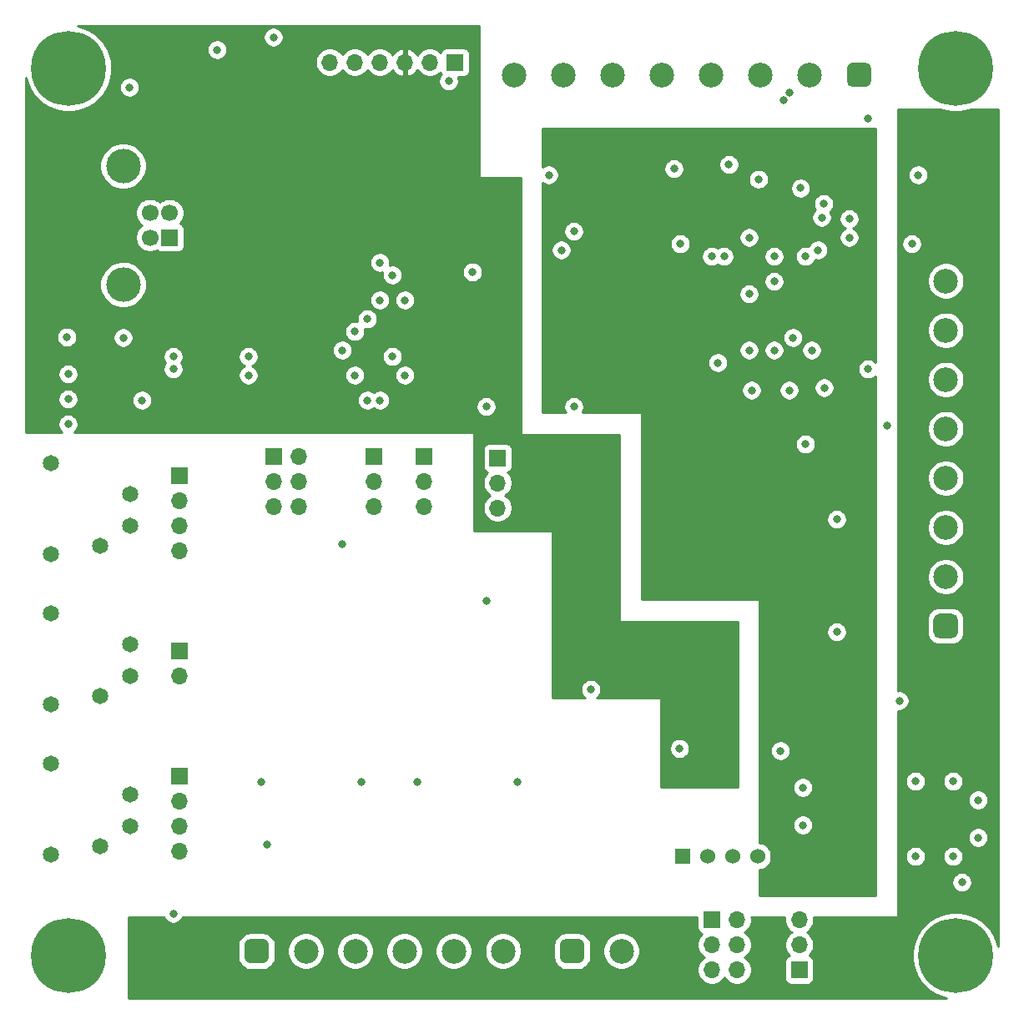
<source format=gbr>
From bba37096f7589cd58b495422dcd736b719e5136e Mon Sep 17 00:00:00 2001
From: Vasile Vilvoiu <vasi.vilvoiu@gmail.com>
Date: Mon, 23 Nov 2020 23:27:08 +0200
Subject: Added rev 0 schematic and gerber files

---
 revisions/0/gerber/catahack-In2_Cu.gbr | 7841 ++++++++++++++++++++++++++++++++
 1 file changed, 7841 insertions(+)
 create mode 100644 revisions/0/gerber/catahack-In2_Cu.gbr

(limited to 'revisions/0/gerber/catahack-In2_Cu.gbr')

diff --git a/revisions/0/gerber/catahack-In2_Cu.gbr b/revisions/0/gerber/catahack-In2_Cu.gbr
new file mode 100644
index 0000000..3ed1da9
--- /dev/null
+++ b/revisions/0/gerber/catahack-In2_Cu.gbr
@@ -0,0 +1,7841 @@
+G04 #@! TF.GenerationSoftware,KiCad,Pcbnew,5.1.8*
+G04 #@! TF.CreationDate,2020-11-23T23:25:53+02:00*
+G04 #@! TF.ProjectId,catahack,63617461-6861-4636-9b2e-6b696361645f,0*
+G04 #@! TF.SameCoordinates,Original*
+G04 #@! TF.FileFunction,Copper,L3,Inr*
+G04 #@! TF.FilePolarity,Positive*
+%FSLAX46Y46*%
+G04 Gerber Fmt 4.6, Leading zero omitted, Abs format (unit mm)*
+G04 Created by KiCad (PCBNEW 5.1.8) date 2020-11-23 23:25:53*
+%MOMM*%
+%LPD*%
+G01*
+G04 APERTURE LIST*
+G04 #@! TA.AperFunction,ComponentPad*
+%ADD10C,2.500000*%
+G04 #@! TD*
+G04 #@! TA.AperFunction,ComponentPad*
+%ADD11C,7.600000*%
+G04 #@! TD*
+G04 #@! TA.AperFunction,ComponentPad*
+%ADD12R,1.700000X1.700000*%
+G04 #@! TD*
+G04 #@! TA.AperFunction,ComponentPad*
+%ADD13O,1.700000X1.700000*%
+G04 #@! TD*
+G04 #@! TA.AperFunction,ComponentPad*
+%ADD14R,1.524000X1.524000*%
+G04 #@! TD*
+G04 #@! TA.AperFunction,ComponentPad*
+%ADD15C,1.524000*%
+G04 #@! TD*
+G04 #@! TA.AperFunction,ComponentPad*
+%ADD16C,1.650000*%
+G04 #@! TD*
+G04 #@! TA.AperFunction,ComponentPad*
+%ADD17C,1.700000*%
+G04 #@! TD*
+G04 #@! TA.AperFunction,ComponentPad*
+%ADD18C,3.500000*%
+G04 #@! TD*
+G04 #@! TA.AperFunction,ViaPad*
+%ADD19C,0.800000*%
+G04 #@! TD*
+G04 #@! TA.AperFunction,ViaPad*
+%ADD20C,1.600000*%
+G04 #@! TD*
+G04 #@! TA.AperFunction,Conductor*
+%ADD21C,0.254000*%
+G04 #@! TD*
+G04 #@! TA.AperFunction,Conductor*
+%ADD22C,0.100000*%
+G04 #@! TD*
+G04 APERTURE END LIST*
+G04 #@! TA.AperFunction,ComponentPad*
+G36*
+G01*
+X47845000Y-130165000D02*
+X47845000Y-128915000D01*
+G75*
+G02*
+X48470000Y-128290000I625000J0D01*
+G01*
+X49720000Y-128290000D01*
+G75*
+G02*
+X50345000Y-128915000I0J-625000D01*
+G01*
+X50345000Y-130165000D01*
+G75*
+G02*
+X49720000Y-130790000I-625000J0D01*
+G01*
+X48470000Y-130790000D01*
+G75*
+G02*
+X47845000Y-130165000I0J625000D01*
+G01*
+G37*
+G04 #@! TD.AperFunction*
+D10*
+X54095000Y-129540000D03*
+X59095000Y-129540000D03*
+X64095000Y-129540000D03*
+X69095000Y-129540000D03*
+X74095000Y-129540000D03*
+D11*
+X120000000Y-130000000D03*
+X120000000Y-40000000D03*
+X30000000Y-130000000D03*
+X30000000Y-40000000D03*
+D12*
+X50800000Y-79375000D03*
+D13*
+X53340000Y-79375000D03*
+X50800000Y-81915000D03*
+X53340000Y-81915000D03*
+X50800000Y-84455000D03*
+X53340000Y-84455000D03*
+D14*
+X92315000Y-119925000D03*
+D15*
+X94855000Y-119925000D03*
+X97395000Y-119925000D03*
+X99935000Y-119925000D03*
+D12*
+X66040000Y-79375000D03*
+D13*
+X66040000Y-81915000D03*
+X66040000Y-84455000D03*
+X41275000Y-101600000D03*
+D12*
+X41275000Y-99060000D03*
+D13*
+X41275000Y-88900000D03*
+X41275000Y-86360000D03*
+X41275000Y-83820000D03*
+D12*
+X41275000Y-81280000D03*
+X41275000Y-111760000D03*
+D13*
+X41275000Y-114300000D03*
+X41275000Y-116840000D03*
+X41275000Y-119380000D03*
+G04 #@! TA.AperFunction,ComponentPad*
+G36*
+G01*
+X79850000Y-130165000D02*
+X79850000Y-128915000D01*
+G75*
+G02*
+X80475000Y-128290000I625000J0D01*
+G01*
+X81725000Y-128290000D01*
+G75*
+G02*
+X82350000Y-128915000I0J-625000D01*
+G01*
+X82350000Y-130165000D01*
+G75*
+G02*
+X81725000Y-130790000I-625000J0D01*
+G01*
+X80475000Y-130790000D01*
+G75*
+G02*
+X79850000Y-130165000I0J625000D01*
+G01*
+G37*
+G04 #@! TD.AperFunction*
+D10*
+X86100000Y-129540000D03*
+D13*
+X73533000Y-84582000D03*
+X73533000Y-82042000D03*
+D12*
+X73533000Y-79502000D03*
+X69215000Y-39370000D03*
+D13*
+X66675000Y-39370000D03*
+X64135000Y-39370000D03*
+X61595000Y-39370000D03*
+X59055000Y-39370000D03*
+X56515000Y-39370000D03*
+D12*
+X104140000Y-131445000D03*
+D13*
+X104140000Y-128905000D03*
+X104140000Y-126365000D03*
+D10*
+X75210000Y-40640000D03*
+X80210000Y-40640000D03*
+X85210000Y-40640000D03*
+X90210000Y-40640000D03*
+X95210000Y-40640000D03*
+X100210000Y-40640000D03*
+X105210000Y-40640000D03*
+G04 #@! TA.AperFunction,ComponentPad*
+G36*
+G01*
+X111460000Y-40015000D02*
+X111460000Y-41265000D01*
+G75*
+G02*
+X110835000Y-41890000I-625000J0D01*
+G01*
+X109585000Y-41890000D01*
+G75*
+G02*
+X108960000Y-41265000I0J625000D01*
+G01*
+X108960000Y-40015000D01*
+G75*
+G02*
+X109585000Y-39390000I625000J0D01*
+G01*
+X110835000Y-39390000D01*
+G75*
+G02*
+X111460000Y-40015000I0J-625000D01*
+G01*
+G37*
+G04 #@! TD.AperFunction*
+G04 #@! TA.AperFunction,ComponentPad*
+G36*
+G01*
+X119625000Y-97815000D02*
+X118375000Y-97815000D01*
+G75*
+G02*
+X117750000Y-97190000I0J625000D01*
+G01*
+X117750000Y-95940000D01*
+G75*
+G02*
+X118375000Y-95315000I625000J0D01*
+G01*
+X119625000Y-95315000D01*
+G75*
+G02*
+X120250000Y-95940000I0J-625000D01*
+G01*
+X120250000Y-97190000D01*
+G75*
+G02*
+X119625000Y-97815000I-625000J0D01*
+G01*
+G37*
+G04 #@! TD.AperFunction*
+X119000000Y-91565000D03*
+X119000000Y-86565000D03*
+X119000000Y-81565000D03*
+X119000000Y-76565000D03*
+X119000000Y-71565000D03*
+X119000000Y-66565000D03*
+X119000000Y-61565000D03*
+D13*
+X97820000Y-131445000D03*
+X95280000Y-131445000D03*
+X97820000Y-128905000D03*
+X95280000Y-128905000D03*
+X97820000Y-126365000D03*
+D12*
+X95280000Y-126365000D03*
+D16*
+X36294000Y-86410000D03*
+X28194000Y-89310000D03*
+X36294000Y-83210000D03*
+X33194000Y-88410000D03*
+X28194000Y-80010000D03*
+X36294000Y-101650000D03*
+X28194000Y-104550000D03*
+X36294000Y-98450000D03*
+X33194000Y-103650000D03*
+X28194000Y-95250000D03*
+X36294000Y-116890000D03*
+X28194000Y-119790000D03*
+X36294000Y-113690000D03*
+X33194000Y-118890000D03*
+X28194000Y-110490000D03*
+D12*
+X40259000Y-57150000D03*
+D17*
+X40259000Y-54650000D03*
+X38259000Y-54650000D03*
+X38259000Y-57150000D03*
+D18*
+X35549000Y-61920000D03*
+X35549000Y-49880000D03*
+D12*
+X60960000Y-79375000D03*
+D13*
+X60960000Y-81915000D03*
+X60960000Y-84455000D03*
+D19*
+X46990000Y-43180000D03*
+X49530000Y-43180000D03*
+X52070000Y-43180000D03*
+X63500000Y-41275000D03*
+X72390000Y-58420000D03*
+X51435000Y-57785000D03*
+X44450000Y-73660000D03*
+D20*
+X43815000Y-62230000D03*
+D19*
+X36703000Y-72517000D03*
+D20*
+X96520000Y-109220000D03*
+D19*
+X29972000Y-73533000D03*
+X29972000Y-76073000D03*
+X29972000Y-70993000D03*
+X48260000Y-71120000D03*
+X48260000Y-69215000D03*
+X37465000Y-73660000D03*
+X36195000Y-41910000D03*
+X72390000Y-74295000D03*
+X83000000Y-103000000D03*
+X92000000Y-109000000D03*
+X68580000Y-41275000D03*
+X71000000Y-60635000D03*
+X40640000Y-70485000D03*
+X35560000Y-67310000D03*
+X29845000Y-67246501D03*
+X40640000Y-69215000D03*
+X107950000Y-97155000D03*
+X50165000Y-118745000D03*
+X114300000Y-104140000D03*
+X81280000Y-74295000D03*
+X95885000Y-69850000D03*
+X105410000Y-68580000D03*
+X111125000Y-45085000D03*
+X80010000Y-58420000D03*
+X95250000Y-59055000D03*
+X91440000Y-50165000D03*
+X92075000Y-57785000D03*
+X119745000Y-112320000D03*
+X115935000Y-119940000D03*
+X122285000Y-118035000D03*
+X122285000Y-114225000D03*
+X115935000Y-112320000D03*
+X119745000Y-119940000D03*
+X104505000Y-112955000D03*
+X104505000Y-116765000D03*
+X102235000Y-109220000D03*
+X81280000Y-56515000D03*
+X107950000Y-85725000D03*
+X78740000Y-50800000D03*
+X104276905Y-52131774D03*
+X120650000Y-122555000D03*
+X49530000Y-112395000D03*
+X59690000Y-112395000D03*
+X65405000Y-112395000D03*
+X75565000Y-112395000D03*
+X40640000Y-125730000D03*
+X115570000Y-57785000D03*
+X116205000Y-50800000D03*
+D20*
+X115570000Y-110490000D03*
+X37465000Y-128270000D03*
+X116205000Y-47625000D03*
+D19*
+X97000000Y-49734999D03*
+X100000000Y-51234999D03*
+X45085000Y-38100000D03*
+X50800000Y-36830000D03*
+X93345000Y-69850000D03*
+X83185000Y-58420000D03*
+X83820000Y-50800000D03*
+D20*
+X101600000Y-121920000D03*
+D19*
+X61595000Y-59690000D03*
+X60325000Y-73660000D03*
+X60325000Y-65405000D03*
+X59055000Y-66675000D03*
+X57785000Y-68580000D03*
+X62865000Y-60960000D03*
+X62865000Y-69215000D03*
+X59055000Y-71120000D03*
+X64135000Y-71120000D03*
+X64135000Y-63500000D03*
+X99314000Y-72644000D03*
+X104775000Y-78105000D03*
+X103124000Y-72644000D03*
+X113030000Y-76200000D03*
+X106680000Y-72390000D03*
+X111125000Y-70485000D03*
+X102541582Y-43254415D03*
+X106616500Y-53721000D03*
+X109220000Y-55245000D03*
+X106426000Y-55118000D03*
+X103124000Y-42418000D03*
+X109220000Y-57150000D03*
+X72390000Y-93980000D03*
+X57785000Y-88265000D03*
+X61595000Y-73660000D03*
+X61595000Y-63500000D03*
+X99060000Y-68580000D03*
+X96520000Y-59055000D03*
+X103505000Y-67310000D03*
+X104775000Y-59055000D03*
+X101600000Y-68580000D03*
+X106045000Y-58420000D03*
+X99060000Y-57150000D03*
+X99060000Y-62865000D03*
+X101600000Y-59055000D03*
+X101600000Y-61595000D03*
+D21*
+X71628000Y-51000000D02*
+X71630440Y-51024776D01*
+X71637667Y-51048601D01*
+X71649403Y-51070557D01*
+X71665197Y-51089803D01*
+X71684443Y-51105597D01*
+X71706399Y-51117333D01*
+X71730224Y-51124560D01*
+X71755000Y-51127000D01*
+X75873000Y-51127000D01*
+X75873000Y-77000000D01*
+X75875440Y-77024776D01*
+X75882667Y-77048601D01*
+X75894403Y-77070557D01*
+X75910197Y-77089803D01*
+X75929443Y-77105597D01*
+X75951399Y-77117333D01*
+X75975224Y-77124560D01*
+X76000000Y-77127000D01*
+X85873000Y-77127000D01*
+X85873000Y-96000000D01*
+X85875440Y-96024776D01*
+X85882667Y-96048601D01*
+X85894403Y-96070557D01*
+X85910197Y-96089803D01*
+X85929443Y-96105597D01*
+X85951399Y-96117333D01*
+X85975224Y-96124560D01*
+X86000000Y-96127000D01*
+X97873000Y-96127000D01*
+X97873000Y-112873000D01*
+X90127000Y-112873000D01*
+X90127000Y-108898061D01*
+X90965000Y-108898061D01*
+X90965000Y-109101939D01*
+X91004774Y-109301898D01*
+X91082795Y-109490256D01*
+X91196063Y-109659774D01*
+X91340226Y-109803937D01*
+X91509744Y-109917205D01*
+X91698102Y-109995226D01*
+X91898061Y-110035000D01*
+X92101939Y-110035000D01*
+X92301898Y-109995226D01*
+X92490256Y-109917205D01*
+X92659774Y-109803937D01*
+X92803937Y-109659774D01*
+X92917205Y-109490256D01*
+X92995226Y-109301898D01*
+X93035000Y-109101939D01*
+X93035000Y-108898061D01*
+X92995226Y-108698102D01*
+X92917205Y-108509744D01*
+X92803937Y-108340226D01*
+X92659774Y-108196063D01*
+X92490256Y-108082795D01*
+X92301898Y-108004774D01*
+X92101939Y-107965000D01*
+X91898061Y-107965000D01*
+X91698102Y-108004774D01*
+X91509744Y-108082795D01*
+X91340226Y-108196063D01*
+X91196063Y-108340226D01*
+X91082795Y-108509744D01*
+X91004774Y-108698102D01*
+X90965000Y-108898061D01*
+X90127000Y-108898061D01*
+X90127000Y-104000000D01*
+X90124560Y-103975224D01*
+X90117333Y-103951399D01*
+X90105597Y-103929443D01*
+X90089803Y-103910197D01*
+X90070557Y-103894403D01*
+X90048601Y-103882667D01*
+X90024776Y-103875440D01*
+X90000000Y-103873000D01*
+X83556414Y-103873000D01*
+X83659774Y-103803937D01*
+X83803937Y-103659774D01*
+X83917205Y-103490256D01*
+X83995226Y-103301898D01*
+X84035000Y-103101939D01*
+X84035000Y-102898061D01*
+X83995226Y-102698102D01*
+X83917205Y-102509744D01*
+X83803937Y-102340226D01*
+X83659774Y-102196063D01*
+X83490256Y-102082795D01*
+X83301898Y-102004774D01*
+X83101939Y-101965000D01*
+X82898061Y-101965000D01*
+X82698102Y-102004774D01*
+X82509744Y-102082795D01*
+X82340226Y-102196063D01*
+X82196063Y-102340226D01*
+X82082795Y-102509744D01*
+X82004774Y-102698102D01*
+X81965000Y-102898061D01*
+X81965000Y-103101939D01*
+X82004774Y-103301898D01*
+X82082795Y-103490256D01*
+X82196063Y-103659774D01*
+X82340226Y-103803937D01*
+X82443586Y-103873000D01*
+X79127000Y-103873000D01*
+X79127000Y-87000000D01*
+X79124560Y-86975224D01*
+X79117333Y-86951399D01*
+X79105597Y-86929443D01*
+X79089803Y-86910197D01*
+X79070557Y-86894403D01*
+X79048601Y-86882667D01*
+X79024776Y-86875440D01*
+X79000000Y-86873000D01*
+X71127000Y-86873000D01*
+X71127000Y-78652000D01*
+X72044928Y-78652000D01*
+X72044928Y-80352000D01*
+X72057188Y-80476482D01*
+X72093498Y-80596180D01*
+X72152463Y-80706494D01*
+X72231815Y-80803185D01*
+X72328506Y-80882537D01*
+X72438820Y-80941502D01*
+X72511380Y-80963513D01*
+X72379525Y-81095368D01*
+X72217010Y-81338589D01*
+X72105068Y-81608842D01*
+X72048000Y-81895740D01*
+X72048000Y-82188260D01*
+X72105068Y-82475158D01*
+X72217010Y-82745411D01*
+X72379525Y-82988632D01*
+X72586368Y-83195475D01*
+X72760760Y-83312000D01*
+X72586368Y-83428525D01*
+X72379525Y-83635368D01*
+X72217010Y-83878589D01*
+X72105068Y-84148842D01*
+X72048000Y-84435740D01*
+X72048000Y-84728260D01*
+X72105068Y-85015158D01*
+X72217010Y-85285411D01*
+X72379525Y-85528632D01*
+X72586368Y-85735475D01*
+X72829589Y-85897990D01*
+X73099842Y-86009932D01*
+X73386740Y-86067000D01*
+X73679260Y-86067000D01*
+X73966158Y-86009932D01*
+X74236411Y-85897990D01*
+X74479632Y-85735475D01*
+X74686475Y-85528632D01*
+X74848990Y-85285411D01*
+X74960932Y-85015158D01*
+X75018000Y-84728260D01*
+X75018000Y-84435740D01*
+X74960932Y-84148842D01*
+X74848990Y-83878589D01*
+X74686475Y-83635368D01*
+X74479632Y-83428525D01*
+X74305240Y-83312000D01*
+X74479632Y-83195475D01*
+X74686475Y-82988632D01*
+X74848990Y-82745411D01*
+X74960932Y-82475158D01*
+X75018000Y-82188260D01*
+X75018000Y-81895740D01*
+X74960932Y-81608842D01*
+X74848990Y-81338589D01*
+X74686475Y-81095368D01*
+X74554620Y-80963513D01*
+X74627180Y-80941502D01*
+X74737494Y-80882537D01*
+X74834185Y-80803185D01*
+X74913537Y-80706494D01*
+X74972502Y-80596180D01*
+X75008812Y-80476482D01*
+X75021072Y-80352000D01*
+X75021072Y-78652000D01*
+X75008812Y-78527518D01*
+X74972502Y-78407820D01*
+X74913537Y-78297506D01*
+X74834185Y-78200815D01*
+X74737494Y-78121463D01*
+X74627180Y-78062498D01*
+X74507482Y-78026188D01*
+X74383000Y-78013928D01*
+X72683000Y-78013928D01*
+X72558518Y-78026188D01*
+X72438820Y-78062498D01*
+X72328506Y-78121463D01*
+X72231815Y-78200815D01*
+X72152463Y-78297506D01*
+X72093498Y-78407820D01*
+X72057188Y-78527518D01*
+X72044928Y-78652000D01*
+X71127000Y-78652000D01*
+X71127000Y-77000000D01*
+X71124560Y-76975224D01*
+X71117333Y-76951399D01*
+X71105597Y-76929443D01*
+X71089803Y-76910197D01*
+X71070557Y-76894403D01*
+X71048601Y-76882667D01*
+X71024776Y-76875440D01*
+X71000000Y-76873000D01*
+X30635711Y-76873000D01*
+X30775937Y-76732774D01*
+X30889205Y-76563256D01*
+X30967226Y-76374898D01*
+X31007000Y-76174939D01*
+X31007000Y-75971061D01*
+X30967226Y-75771102D01*
+X30889205Y-75582744D01*
+X30775937Y-75413226D01*
+X30631774Y-75269063D01*
+X30462256Y-75155795D01*
+X30273898Y-75077774D01*
+X30073939Y-75038000D01*
+X29870061Y-75038000D01*
+X29670102Y-75077774D01*
+X29481744Y-75155795D01*
+X29312226Y-75269063D01*
+X29168063Y-75413226D01*
+X29054795Y-75582744D01*
+X28976774Y-75771102D01*
+X28937000Y-75971061D01*
+X28937000Y-76174939D01*
+X28976774Y-76374898D01*
+X29054795Y-76563256D01*
+X29168063Y-76732774D01*
+X29308289Y-76873000D01*
+X25660000Y-76873000D01*
+X25660000Y-73431061D01*
+X28937000Y-73431061D01*
+X28937000Y-73634939D01*
+X28976774Y-73834898D01*
+X29054795Y-74023256D01*
+X29168063Y-74192774D01*
+X29312226Y-74336937D01*
+X29481744Y-74450205D01*
+X29670102Y-74528226D01*
+X29870061Y-74568000D01*
+X30073939Y-74568000D01*
+X30273898Y-74528226D01*
+X30462256Y-74450205D01*
+X30631774Y-74336937D01*
+X30775937Y-74192774D01*
+X30889205Y-74023256D01*
+X30967226Y-73834898D01*
+X31007000Y-73634939D01*
+X31007000Y-73558061D01*
+X36430000Y-73558061D01*
+X36430000Y-73761939D01*
+X36469774Y-73961898D01*
+X36547795Y-74150256D01*
+X36661063Y-74319774D01*
+X36805226Y-74463937D01*
+X36974744Y-74577205D01*
+X37163102Y-74655226D01*
+X37363061Y-74695000D01*
+X37566939Y-74695000D01*
+X37766898Y-74655226D01*
+X37955256Y-74577205D01*
+X38124774Y-74463937D01*
+X38268937Y-74319774D01*
+X38382205Y-74150256D01*
+X38460226Y-73961898D01*
+X38500000Y-73761939D01*
+X38500000Y-73558061D01*
+X59290000Y-73558061D01*
+X59290000Y-73761939D01*
+X59329774Y-73961898D01*
+X59407795Y-74150256D01*
+X59521063Y-74319774D01*
+X59665226Y-74463937D01*
+X59834744Y-74577205D01*
+X60023102Y-74655226D01*
+X60223061Y-74695000D01*
+X60426939Y-74695000D01*
+X60626898Y-74655226D01*
+X60815256Y-74577205D01*
+X60960000Y-74480490D01*
+X61104744Y-74577205D01*
+X61293102Y-74655226D01*
+X61493061Y-74695000D01*
+X61696939Y-74695000D01*
+X61896898Y-74655226D01*
+X62085256Y-74577205D01*
+X62254774Y-74463937D01*
+X62398937Y-74319774D01*
+X62483603Y-74193061D01*
+X71355000Y-74193061D01*
+X71355000Y-74396939D01*
+X71394774Y-74596898D01*
+X71472795Y-74785256D01*
+X71586063Y-74954774D01*
+X71730226Y-75098937D01*
+X71899744Y-75212205D01*
+X72088102Y-75290226D01*
+X72288061Y-75330000D01*
+X72491939Y-75330000D01*
+X72691898Y-75290226D01*
+X72880256Y-75212205D01*
+X73049774Y-75098937D01*
+X73193937Y-74954774D01*
+X73307205Y-74785256D01*
+X73385226Y-74596898D01*
+X73425000Y-74396939D01*
+X73425000Y-74193061D01*
+X73385226Y-73993102D01*
+X73307205Y-73804744D01*
+X73193937Y-73635226D01*
+X73049774Y-73491063D01*
+X72880256Y-73377795D01*
+X72691898Y-73299774D01*
+X72491939Y-73260000D01*
+X72288061Y-73260000D01*
+X72088102Y-73299774D01*
+X71899744Y-73377795D01*
+X71730226Y-73491063D01*
+X71586063Y-73635226D01*
+X71472795Y-73804744D01*
+X71394774Y-73993102D01*
+X71355000Y-74193061D01*
+X62483603Y-74193061D01*
+X62512205Y-74150256D01*
+X62590226Y-73961898D01*
+X62630000Y-73761939D01*
+X62630000Y-73558061D01*
+X62590226Y-73358102D01*
+X62512205Y-73169744D01*
+X62398937Y-73000226D01*
+X62254774Y-72856063D01*
+X62085256Y-72742795D01*
+X61896898Y-72664774D01*
+X61696939Y-72625000D01*
+X61493061Y-72625000D01*
+X61293102Y-72664774D01*
+X61104744Y-72742795D01*
+X60960000Y-72839510D01*
+X60815256Y-72742795D01*
+X60626898Y-72664774D01*
+X60426939Y-72625000D01*
+X60223061Y-72625000D01*
+X60023102Y-72664774D01*
+X59834744Y-72742795D01*
+X59665226Y-72856063D01*
+X59521063Y-73000226D01*
+X59407795Y-73169744D01*
+X59329774Y-73358102D01*
+X59290000Y-73558061D01*
+X38500000Y-73558061D01*
+X38460226Y-73358102D01*
+X38382205Y-73169744D01*
+X38268937Y-73000226D01*
+X38124774Y-72856063D01*
+X37955256Y-72742795D01*
+X37766898Y-72664774D01*
+X37566939Y-72625000D01*
+X37363061Y-72625000D01*
+X37163102Y-72664774D01*
+X36974744Y-72742795D01*
+X36805226Y-72856063D01*
+X36661063Y-73000226D01*
+X36547795Y-73169744D01*
+X36469774Y-73358102D01*
+X36430000Y-73558061D01*
+X31007000Y-73558061D01*
+X31007000Y-73431061D01*
+X30967226Y-73231102D01*
+X30889205Y-73042744D01*
+X30775937Y-72873226D01*
+X30631774Y-72729063D01*
+X30462256Y-72615795D01*
+X30273898Y-72537774D01*
+X30073939Y-72498000D01*
+X29870061Y-72498000D01*
+X29670102Y-72537774D01*
+X29481744Y-72615795D01*
+X29312226Y-72729063D01*
+X29168063Y-72873226D01*
+X29054795Y-73042744D01*
+X28976774Y-73231102D01*
+X28937000Y-73431061D01*
+X25660000Y-73431061D01*
+X25660000Y-70891061D01*
+X28937000Y-70891061D01*
+X28937000Y-71094939D01*
+X28976774Y-71294898D01*
+X29054795Y-71483256D01*
+X29168063Y-71652774D01*
+X29312226Y-71796937D01*
+X29481744Y-71910205D01*
+X29670102Y-71988226D01*
+X29870061Y-72028000D01*
+X30073939Y-72028000D01*
+X30273898Y-71988226D01*
+X30462256Y-71910205D01*
+X30631774Y-71796937D01*
+X30775937Y-71652774D01*
+X30889205Y-71483256D01*
+X30967226Y-71294898D01*
+X31007000Y-71094939D01*
+X31007000Y-70891061D01*
+X30967226Y-70691102D01*
+X30889205Y-70502744D01*
+X30775937Y-70333226D01*
+X30631774Y-70189063D01*
+X30462256Y-70075795D01*
+X30273898Y-69997774D01*
+X30073939Y-69958000D01*
+X29870061Y-69958000D01*
+X29670102Y-69997774D01*
+X29481744Y-70075795D01*
+X29312226Y-70189063D01*
+X29168063Y-70333226D01*
+X29054795Y-70502744D01*
+X28976774Y-70691102D01*
+X28937000Y-70891061D01*
+X25660000Y-70891061D01*
+X25660000Y-69113061D01*
+X39605000Y-69113061D01*
+X39605000Y-69316939D01*
+X39644774Y-69516898D01*
+X39722795Y-69705256D01*
+X39819510Y-69850000D01*
+X39722795Y-69994744D01*
+X39644774Y-70183102D01*
+X39605000Y-70383061D01*
+X39605000Y-70586939D01*
+X39644774Y-70786898D01*
+X39722795Y-70975256D01*
+X39836063Y-71144774D01*
+X39980226Y-71288937D01*
+X40149744Y-71402205D01*
+X40338102Y-71480226D01*
+X40538061Y-71520000D01*
+X40741939Y-71520000D01*
+X40941898Y-71480226D01*
+X41130256Y-71402205D01*
+X41299774Y-71288937D01*
+X41443937Y-71144774D01*
+X41557205Y-70975256D01*
+X41635226Y-70786898D01*
+X41675000Y-70586939D01*
+X41675000Y-70383061D01*
+X41635226Y-70183102D01*
+X41557205Y-69994744D01*
+X41460490Y-69850000D01*
+X41557205Y-69705256D01*
+X41635226Y-69516898D01*
+X41675000Y-69316939D01*
+X41675000Y-69113061D01*
+X47225000Y-69113061D01*
+X47225000Y-69316939D01*
+X47264774Y-69516898D01*
+X47342795Y-69705256D01*
+X47456063Y-69874774D01*
+X47600226Y-70018937D01*
+X47769744Y-70132205D01*
+X47854953Y-70167500D01*
+X47769744Y-70202795D01*
+X47600226Y-70316063D01*
+X47456063Y-70460226D01*
+X47342795Y-70629744D01*
+X47264774Y-70818102D01*
+X47225000Y-71018061D01*
+X47225000Y-71221939D01*
+X47264774Y-71421898D01*
+X47342795Y-71610256D01*
+X47456063Y-71779774D01*
+X47600226Y-71923937D01*
+X47769744Y-72037205D01*
+X47958102Y-72115226D01*
+X48158061Y-72155000D01*
+X48361939Y-72155000D01*
+X48561898Y-72115226D01*
+X48750256Y-72037205D01*
+X48919774Y-71923937D01*
+X49063937Y-71779774D01*
+X49177205Y-71610256D01*
+X49255226Y-71421898D01*
+X49295000Y-71221939D01*
+X49295000Y-71018061D01*
+X58020000Y-71018061D01*
+X58020000Y-71221939D01*
+X58059774Y-71421898D01*
+X58137795Y-71610256D01*
+X58251063Y-71779774D01*
+X58395226Y-71923937D01*
+X58564744Y-72037205D01*
+X58753102Y-72115226D01*
+X58953061Y-72155000D01*
+X59156939Y-72155000D01*
+X59356898Y-72115226D01*
+X59545256Y-72037205D01*
+X59714774Y-71923937D01*
+X59858937Y-71779774D01*
+X59972205Y-71610256D01*
+X60050226Y-71421898D01*
+X60090000Y-71221939D01*
+X60090000Y-71018061D01*
+X63100000Y-71018061D01*
+X63100000Y-71221939D01*
+X63139774Y-71421898D01*
+X63217795Y-71610256D01*
+X63331063Y-71779774D01*
+X63475226Y-71923937D01*
+X63644744Y-72037205D01*
+X63833102Y-72115226D01*
+X64033061Y-72155000D01*
+X64236939Y-72155000D01*
+X64436898Y-72115226D01*
+X64625256Y-72037205D01*
+X64794774Y-71923937D01*
+X64938937Y-71779774D01*
+X65052205Y-71610256D01*
+X65130226Y-71421898D01*
+X65170000Y-71221939D01*
+X65170000Y-71018061D01*
+X65130226Y-70818102D01*
+X65052205Y-70629744D01*
+X64938937Y-70460226D01*
+X64794774Y-70316063D01*
+X64625256Y-70202795D01*
+X64436898Y-70124774D01*
+X64236939Y-70085000D01*
+X64033061Y-70085000D01*
+X63833102Y-70124774D01*
+X63644744Y-70202795D01*
+X63475226Y-70316063D01*
+X63331063Y-70460226D01*
+X63217795Y-70629744D01*
+X63139774Y-70818102D01*
+X63100000Y-71018061D01*
+X60090000Y-71018061D01*
+X60050226Y-70818102D01*
+X59972205Y-70629744D01*
+X59858937Y-70460226D01*
+X59714774Y-70316063D01*
+X59545256Y-70202795D01*
+X59356898Y-70124774D01*
+X59156939Y-70085000D01*
+X58953061Y-70085000D01*
+X58753102Y-70124774D01*
+X58564744Y-70202795D01*
+X58395226Y-70316063D01*
+X58251063Y-70460226D01*
+X58137795Y-70629744D01*
+X58059774Y-70818102D01*
+X58020000Y-71018061D01*
+X49295000Y-71018061D01*
+X49255226Y-70818102D01*
+X49177205Y-70629744D01*
+X49063937Y-70460226D01*
+X48919774Y-70316063D01*
+X48750256Y-70202795D01*
+X48665047Y-70167500D01*
+X48750256Y-70132205D01*
+X48919774Y-70018937D01*
+X49063937Y-69874774D01*
+X49177205Y-69705256D01*
+X49255226Y-69516898D01*
+X49295000Y-69316939D01*
+X49295000Y-69113061D01*
+X49255226Y-68913102D01*
+X49177205Y-68724744D01*
+X49063937Y-68555226D01*
+X48986772Y-68478061D01*
+X56750000Y-68478061D01*
+X56750000Y-68681939D01*
+X56789774Y-68881898D01*
+X56867795Y-69070256D01*
+X56981063Y-69239774D01*
+X57125226Y-69383937D01*
+X57294744Y-69497205D01*
+X57483102Y-69575226D01*
+X57683061Y-69615000D01*
+X57886939Y-69615000D01*
+X58086898Y-69575226D01*
+X58275256Y-69497205D01*
+X58444774Y-69383937D01*
+X58588937Y-69239774D01*
+X58673603Y-69113061D01*
+X61830000Y-69113061D01*
+X61830000Y-69316939D01*
+X61869774Y-69516898D01*
+X61947795Y-69705256D01*
+X62061063Y-69874774D01*
+X62205226Y-70018937D01*
+X62374744Y-70132205D01*
+X62563102Y-70210226D01*
+X62763061Y-70250000D01*
+X62966939Y-70250000D01*
+X63166898Y-70210226D01*
+X63355256Y-70132205D01*
+X63524774Y-70018937D01*
+X63668937Y-69874774D01*
+X63782205Y-69705256D01*
+X63860226Y-69516898D01*
+X63900000Y-69316939D01*
+X63900000Y-69113061D01*
+X63860226Y-68913102D01*
+X63782205Y-68724744D01*
+X63668937Y-68555226D01*
+X63524774Y-68411063D01*
+X63355256Y-68297795D01*
+X63166898Y-68219774D01*
+X62966939Y-68180000D01*
+X62763061Y-68180000D01*
+X62563102Y-68219774D01*
+X62374744Y-68297795D01*
+X62205226Y-68411063D01*
+X62061063Y-68555226D01*
+X61947795Y-68724744D01*
+X61869774Y-68913102D01*
+X61830000Y-69113061D01*
+X58673603Y-69113061D01*
+X58702205Y-69070256D01*
+X58780226Y-68881898D01*
+X58820000Y-68681939D01*
+X58820000Y-68478061D01*
+X58780226Y-68278102D01*
+X58702205Y-68089744D01*
+X58588937Y-67920226D01*
+X58444774Y-67776063D01*
+X58275256Y-67662795D01*
+X58086898Y-67584774D01*
+X57886939Y-67545000D01*
+X57683061Y-67545000D01*
+X57483102Y-67584774D01*
+X57294744Y-67662795D01*
+X57125226Y-67776063D01*
+X56981063Y-67920226D01*
+X56867795Y-68089744D01*
+X56789774Y-68278102D01*
+X56750000Y-68478061D01*
+X48986772Y-68478061D01*
+X48919774Y-68411063D01*
+X48750256Y-68297795D01*
+X48561898Y-68219774D01*
+X48361939Y-68180000D01*
+X48158061Y-68180000D01*
+X47958102Y-68219774D01*
+X47769744Y-68297795D01*
+X47600226Y-68411063D01*
+X47456063Y-68555226D01*
+X47342795Y-68724744D01*
+X47264774Y-68913102D01*
+X47225000Y-69113061D01*
+X41675000Y-69113061D01*
+X41635226Y-68913102D01*
+X41557205Y-68724744D01*
+X41443937Y-68555226D01*
+X41299774Y-68411063D01*
+X41130256Y-68297795D01*
+X40941898Y-68219774D01*
+X40741939Y-68180000D01*
+X40538061Y-68180000D01*
+X40338102Y-68219774D01*
+X40149744Y-68297795D01*
+X39980226Y-68411063D01*
+X39836063Y-68555226D01*
+X39722795Y-68724744D01*
+X39644774Y-68913102D01*
+X39605000Y-69113061D01*
+X25660000Y-69113061D01*
+X25660000Y-67144562D01*
+X28810000Y-67144562D01*
+X28810000Y-67348440D01*
+X28849774Y-67548399D01*
+X28927795Y-67736757D01*
+X29041063Y-67906275D01*
+X29185226Y-68050438D01*
+X29354744Y-68163706D01*
+X29543102Y-68241727D01*
+X29743061Y-68281501D01*
+X29946939Y-68281501D01*
+X30146898Y-68241727D01*
+X30335256Y-68163706D01*
+X30504774Y-68050438D01*
+X30648937Y-67906275D01*
+X30762205Y-67736757D01*
+X30840226Y-67548399D01*
+X30880000Y-67348440D01*
+X30880000Y-67208061D01*
+X34525000Y-67208061D01*
+X34525000Y-67411939D01*
+X34564774Y-67611898D01*
+X34642795Y-67800256D01*
+X34756063Y-67969774D01*
+X34900226Y-68113937D01*
+X35069744Y-68227205D01*
+X35258102Y-68305226D01*
+X35458061Y-68345000D01*
+X35661939Y-68345000D01*
+X35861898Y-68305226D01*
+X36050256Y-68227205D01*
+X36219774Y-68113937D01*
+X36363937Y-67969774D01*
+X36477205Y-67800256D01*
+X36555226Y-67611898D01*
+X36595000Y-67411939D01*
+X36595000Y-67208061D01*
+X36555226Y-67008102D01*
+X36477205Y-66819744D01*
+X36363937Y-66650226D01*
+X36286772Y-66573061D01*
+X58020000Y-66573061D01*
+X58020000Y-66776939D01*
+X58059774Y-66976898D01*
+X58137795Y-67165256D01*
+X58251063Y-67334774D01*
+X58395226Y-67478937D01*
+X58564744Y-67592205D01*
+X58753102Y-67670226D01*
+X58953061Y-67710000D01*
+X59156939Y-67710000D01*
+X59356898Y-67670226D01*
+X59545256Y-67592205D01*
+X59714774Y-67478937D01*
+X59858937Y-67334774D01*
+X59972205Y-67165256D01*
+X60050226Y-66976898D01*
+X60090000Y-66776939D01*
+X60090000Y-66573061D01*
+X60056961Y-66406961D01*
+X60223061Y-66440000D01*
+X60426939Y-66440000D01*
+X60626898Y-66400226D01*
+X60815256Y-66322205D01*
+X60984774Y-66208937D01*
+X61128937Y-66064774D01*
+X61242205Y-65895256D01*
+X61320226Y-65706898D01*
+X61360000Y-65506939D01*
+X61360000Y-65303061D01*
+X61320226Y-65103102D01*
+X61242205Y-64914744D01*
+X61128937Y-64745226D01*
+X60984774Y-64601063D01*
+X60815256Y-64487795D01*
+X60626898Y-64409774D01*
+X60426939Y-64370000D01*
+X60223061Y-64370000D01*
+X60023102Y-64409774D01*
+X59834744Y-64487795D01*
+X59665226Y-64601063D01*
+X59521063Y-64745226D01*
+X59407795Y-64914744D01*
+X59329774Y-65103102D01*
+X59290000Y-65303061D01*
+X59290000Y-65506939D01*
+X59323039Y-65673039D01*
+X59156939Y-65640000D01*
+X58953061Y-65640000D01*
+X58753102Y-65679774D01*
+X58564744Y-65757795D01*
+X58395226Y-65871063D01*
+X58251063Y-66015226D01*
+X58137795Y-66184744D01*
+X58059774Y-66373102D01*
+X58020000Y-66573061D01*
+X36286772Y-66573061D01*
+X36219774Y-66506063D01*
+X36050256Y-66392795D01*
+X35861898Y-66314774D01*
+X35661939Y-66275000D01*
+X35458061Y-66275000D01*
+X35258102Y-66314774D01*
+X35069744Y-66392795D01*
+X34900226Y-66506063D01*
+X34756063Y-66650226D01*
+X34642795Y-66819744D01*
+X34564774Y-67008102D01*
+X34525000Y-67208061D01*
+X30880000Y-67208061D01*
+X30880000Y-67144562D01*
+X30840226Y-66944603D01*
+X30762205Y-66756245D01*
+X30648937Y-66586727D01*
+X30504774Y-66442564D01*
+X30335256Y-66329296D01*
+X30146898Y-66251275D01*
+X29946939Y-66211501D01*
+X29743061Y-66211501D01*
+X29543102Y-66251275D01*
+X29354744Y-66329296D01*
+X29185226Y-66442564D01*
+X29041063Y-66586727D01*
+X28927795Y-66756245D01*
+X28849774Y-66944603D01*
+X28810000Y-67144562D01*
+X25660000Y-67144562D01*
+X25660000Y-61685098D01*
+X33164000Y-61685098D01*
+X33164000Y-62154902D01*
+X33255654Y-62615679D01*
+X33435440Y-63049721D01*
+X33696450Y-63440349D01*
+X34028651Y-63772550D01*
+X34419279Y-64033560D01*
+X34853321Y-64213346D01*
+X35314098Y-64305000D01*
+X35783902Y-64305000D01*
+X36244679Y-64213346D01*
+X36678721Y-64033560D01*
+X37069349Y-63772550D01*
+X37401550Y-63440349D01*
+X37429806Y-63398061D01*
+X60560000Y-63398061D01*
+X60560000Y-63601939D01*
+X60599774Y-63801898D01*
+X60677795Y-63990256D01*
+X60791063Y-64159774D01*
+X60935226Y-64303937D01*
+X61104744Y-64417205D01*
+X61293102Y-64495226D01*
+X61493061Y-64535000D01*
+X61696939Y-64535000D01*
+X61896898Y-64495226D01*
+X62085256Y-64417205D01*
+X62254774Y-64303937D01*
+X62398937Y-64159774D01*
+X62512205Y-63990256D01*
+X62590226Y-63801898D01*
+X62630000Y-63601939D01*
+X62630000Y-63398061D01*
+X63100000Y-63398061D01*
+X63100000Y-63601939D01*
+X63139774Y-63801898D01*
+X63217795Y-63990256D01*
+X63331063Y-64159774D01*
+X63475226Y-64303937D01*
+X63644744Y-64417205D01*
+X63833102Y-64495226D01*
+X64033061Y-64535000D01*
+X64236939Y-64535000D01*
+X64436898Y-64495226D01*
+X64625256Y-64417205D01*
+X64794774Y-64303937D01*
+X64938937Y-64159774D01*
+X65052205Y-63990256D01*
+X65130226Y-63801898D01*
+X65170000Y-63601939D01*
+X65170000Y-63398061D01*
+X65130226Y-63198102D01*
+X65052205Y-63009744D01*
+X64938937Y-62840226D01*
+X64794774Y-62696063D01*
+X64625256Y-62582795D01*
+X64436898Y-62504774D01*
+X64236939Y-62465000D01*
+X64033061Y-62465000D01*
+X63833102Y-62504774D01*
+X63644744Y-62582795D01*
+X63475226Y-62696063D01*
+X63331063Y-62840226D01*
+X63217795Y-63009744D01*
+X63139774Y-63198102D01*
+X63100000Y-63398061D01*
+X62630000Y-63398061D01*
+X62590226Y-63198102D01*
+X62512205Y-63009744D01*
+X62398937Y-62840226D01*
+X62254774Y-62696063D01*
+X62085256Y-62582795D01*
+X61896898Y-62504774D01*
+X61696939Y-62465000D01*
+X61493061Y-62465000D01*
+X61293102Y-62504774D01*
+X61104744Y-62582795D01*
+X60935226Y-62696063D01*
+X60791063Y-62840226D01*
+X60677795Y-63009744D01*
+X60599774Y-63198102D01*
+X60560000Y-63398061D01*
+X37429806Y-63398061D01*
+X37662560Y-63049721D01*
+X37842346Y-62615679D01*
+X37934000Y-62154902D01*
+X37934000Y-61685098D01*
+X37842346Y-61224321D01*
+X37662560Y-60790279D01*
+X37401550Y-60399651D01*
+X37069349Y-60067450D01*
+X36678721Y-59806440D01*
+X36244679Y-59626654D01*
+X36050659Y-59588061D01*
+X60560000Y-59588061D01*
+X60560000Y-59791939D01*
+X60599774Y-59991898D01*
+X60677795Y-60180256D01*
+X60791063Y-60349774D01*
+X60935226Y-60493937D01*
+X61104744Y-60607205D01*
+X61293102Y-60685226D01*
+X61493061Y-60725000D01*
+X61696939Y-60725000D01*
+X61863039Y-60691961D01*
+X61830000Y-60858061D01*
+X61830000Y-61061939D01*
+X61869774Y-61261898D01*
+X61947795Y-61450256D01*
+X62061063Y-61619774D01*
+X62205226Y-61763937D01*
+X62374744Y-61877205D01*
+X62563102Y-61955226D01*
+X62763061Y-61995000D01*
+X62966939Y-61995000D01*
+X63166898Y-61955226D01*
+X63355256Y-61877205D01*
+X63524774Y-61763937D01*
+X63668937Y-61619774D01*
+X63782205Y-61450256D01*
+X63860226Y-61261898D01*
+X63900000Y-61061939D01*
+X63900000Y-60858061D01*
+X63860226Y-60658102D01*
+X63808432Y-60533061D01*
+X69965000Y-60533061D01*
+X69965000Y-60736939D01*
+X70004774Y-60936898D01*
+X70082795Y-61125256D01*
+X70196063Y-61294774D01*
+X70340226Y-61438937D01*
+X70509744Y-61552205D01*
+X70698102Y-61630226D01*
+X70898061Y-61670000D01*
+X71101939Y-61670000D01*
+X71301898Y-61630226D01*
+X71490256Y-61552205D01*
+X71659774Y-61438937D01*
+X71803937Y-61294774D01*
+X71917205Y-61125256D01*
+X71995226Y-60936898D01*
+X72035000Y-60736939D01*
+X72035000Y-60533061D01*
+X71995226Y-60333102D01*
+X71917205Y-60144744D01*
+X71803937Y-59975226D01*
+X71659774Y-59831063D01*
+X71490256Y-59717795D01*
+X71301898Y-59639774D01*
+X71101939Y-59600000D01*
+X70898061Y-59600000D01*
+X70698102Y-59639774D01*
+X70509744Y-59717795D01*
+X70340226Y-59831063D01*
+X70196063Y-59975226D01*
+X70082795Y-60144744D01*
+X70004774Y-60333102D01*
+X69965000Y-60533061D01*
+X63808432Y-60533061D01*
+X63782205Y-60469744D01*
+X63668937Y-60300226D01*
+X63524774Y-60156063D01*
+X63355256Y-60042795D01*
+X63166898Y-59964774D01*
+X62966939Y-59925000D01*
+X62763061Y-59925000D01*
+X62596961Y-59958039D01*
+X62630000Y-59791939D01*
+X62630000Y-59588061D01*
+X62590226Y-59388102D01*
+X62512205Y-59199744D01*
+X62398937Y-59030226D01*
+X62254774Y-58886063D01*
+X62085256Y-58772795D01*
+X61896898Y-58694774D01*
+X61696939Y-58655000D01*
+X61493061Y-58655000D01*
+X61293102Y-58694774D01*
+X61104744Y-58772795D01*
+X60935226Y-58886063D01*
+X60791063Y-59030226D01*
+X60677795Y-59199744D01*
+X60599774Y-59388102D01*
+X60560000Y-59588061D01*
+X36050659Y-59588061D01*
+X35783902Y-59535000D01*
+X35314098Y-59535000D01*
+X34853321Y-59626654D01*
+X34419279Y-59806440D01*
+X34028651Y-60067450D01*
+X33696450Y-60399651D01*
+X33435440Y-60790279D01*
+X33255654Y-61224321D01*
+X33164000Y-61685098D01*
+X25660000Y-61685098D01*
+X25660000Y-54503740D01*
+X36774000Y-54503740D01*
+X36774000Y-54796260D01*
+X36831068Y-55083158D01*
+X36943010Y-55353411D01*
+X37105525Y-55596632D01*
+X37312368Y-55803475D01*
+X37456828Y-55900000D01*
+X37312368Y-55996525D01*
+X37105525Y-56203368D01*
+X36943010Y-56446589D01*
+X36831068Y-56716842D01*
+X36774000Y-57003740D01*
+X36774000Y-57296260D01*
+X36831068Y-57583158D01*
+X36943010Y-57853411D01*
+X37105525Y-58096632D01*
+X37312368Y-58303475D01*
+X37555589Y-58465990D01*
+X37825842Y-58577932D01*
+X38112740Y-58635000D01*
+X38405260Y-58635000D01*
+X38692158Y-58577932D01*
+X38962411Y-58465990D01*
+X38969822Y-58461038D01*
+X39054506Y-58530537D01*
+X39164820Y-58589502D01*
+X39284518Y-58625812D01*
+X39409000Y-58638072D01*
+X41109000Y-58638072D01*
+X41233482Y-58625812D01*
+X41353180Y-58589502D01*
+X41463494Y-58530537D01*
+X41560185Y-58451185D01*
+X41639537Y-58354494D01*
+X41698502Y-58244180D01*
+X41734812Y-58124482D01*
+X41747072Y-58000000D01*
+X41747072Y-56300000D01*
+X41734812Y-56175518D01*
+X41698502Y-56055820D01*
+X41639537Y-55945506D01*
+X41560185Y-55848815D01*
+X41463494Y-55769463D01*
+X41353180Y-55710498D01*
+X41311310Y-55697797D01*
+X41412475Y-55596632D01*
+X41574990Y-55353411D01*
+X41686932Y-55083158D01*
+X41744000Y-54796260D01*
+X41744000Y-54503740D01*
+X41686932Y-54216842D01*
+X41574990Y-53946589D01*
+X41412475Y-53703368D01*
+X41205632Y-53496525D01*
+X40962411Y-53334010D01*
+X40692158Y-53222068D01*
+X40405260Y-53165000D01*
+X40112740Y-53165000D01*
+X39825842Y-53222068D01*
+X39555589Y-53334010D01*
+X39312368Y-53496525D01*
+X39259000Y-53549893D01*
+X39205632Y-53496525D01*
+X38962411Y-53334010D01*
+X38692158Y-53222068D01*
+X38405260Y-53165000D01*
+X38112740Y-53165000D01*
+X37825842Y-53222068D01*
+X37555589Y-53334010D01*
+X37312368Y-53496525D01*
+X37105525Y-53703368D01*
+X36943010Y-53946589D01*
+X36831068Y-54216842D01*
+X36774000Y-54503740D01*
+X25660000Y-54503740D01*
+X25660000Y-49645098D01*
+X33164000Y-49645098D01*
+X33164000Y-50114902D01*
+X33255654Y-50575679D01*
+X33435440Y-51009721D01*
+X33696450Y-51400349D01*
+X34028651Y-51732550D01*
+X34419279Y-51993560D01*
+X34853321Y-52173346D01*
+X35314098Y-52265000D01*
+X35783902Y-52265000D01*
+X36244679Y-52173346D01*
+X36678721Y-51993560D01*
+X37069349Y-51732550D01*
+X37401550Y-51400349D01*
+X37662560Y-51009721D01*
+X37842346Y-50575679D01*
+X37934000Y-50114902D01*
+X37934000Y-49645098D01*
+X37842346Y-49184321D01*
+X37662560Y-48750279D01*
+X37401550Y-48359651D01*
+X37069349Y-48027450D01*
+X36678721Y-47766440D01*
+X36244679Y-47586654D01*
+X35783902Y-47495000D01*
+X35314098Y-47495000D01*
+X34853321Y-47586654D01*
+X34419279Y-47766440D01*
+X34028651Y-48027450D01*
+X33696450Y-48359651D01*
+X33435440Y-48750279D01*
+X33255654Y-49184321D01*
+X33164000Y-49645098D01*
+X25660000Y-49645098D01*
+X25660000Y-40914405D01*
+X25735435Y-41293642D01*
+X26069754Y-42100760D01*
+X26555111Y-42827148D01*
+X27172852Y-43444889D01*
+X27899240Y-43930246D01*
+X28706358Y-44264565D01*
+X29563191Y-44435000D01*
+X30436809Y-44435000D01*
+X31293642Y-44264565D01*
+X32100760Y-43930246D01*
+X32827148Y-43444889D01*
+X33444889Y-42827148D01*
+X33930246Y-42100760D01*
+X34051485Y-41808061D01*
+X35160000Y-41808061D01*
+X35160000Y-42011939D01*
+X35199774Y-42211898D01*
+X35277795Y-42400256D01*
+X35391063Y-42569774D01*
+X35535226Y-42713937D01*
+X35704744Y-42827205D01*
+X35893102Y-42905226D01*
+X36093061Y-42945000D01*
+X36296939Y-42945000D01*
+X36496898Y-42905226D01*
+X36685256Y-42827205D01*
+X36854774Y-42713937D01*
+X36998937Y-42569774D01*
+X37112205Y-42400256D01*
+X37190226Y-42211898D01*
+X37230000Y-42011939D01*
+X37230000Y-41808061D01*
+X37190226Y-41608102D01*
+X37112205Y-41419744D01*
+X36998937Y-41250226D01*
+X36854774Y-41106063D01*
+X36685256Y-40992795D01*
+X36496898Y-40914774D01*
+X36296939Y-40875000D01*
+X36093061Y-40875000D01*
+X35893102Y-40914774D01*
+X35704744Y-40992795D01*
+X35535226Y-41106063D01*
+X35391063Y-41250226D01*
+X35277795Y-41419744D01*
+X35199774Y-41608102D01*
+X35160000Y-41808061D01*
+X34051485Y-41808061D01*
+X34264565Y-41293642D01*
+X34435000Y-40436809D01*
+X34435000Y-39563191D01*
+X34367479Y-39223740D01*
+X55030000Y-39223740D01*
+X55030000Y-39516260D01*
+X55087068Y-39803158D01*
+X55199010Y-40073411D01*
+X55361525Y-40316632D01*
+X55568368Y-40523475D01*
+X55811589Y-40685990D01*
+X56081842Y-40797932D01*
+X56368740Y-40855000D01*
+X56661260Y-40855000D01*
+X56948158Y-40797932D01*
+X57218411Y-40685990D01*
+X57461632Y-40523475D01*
+X57668475Y-40316632D01*
+X57785000Y-40142240D01*
+X57901525Y-40316632D01*
+X58108368Y-40523475D01*
+X58351589Y-40685990D01*
+X58621842Y-40797932D01*
+X58908740Y-40855000D01*
+X59201260Y-40855000D01*
+X59488158Y-40797932D01*
+X59758411Y-40685990D01*
+X60001632Y-40523475D01*
+X60208475Y-40316632D01*
+X60325000Y-40142240D01*
+X60441525Y-40316632D01*
+X60648368Y-40523475D01*
+X60891589Y-40685990D01*
+X61161842Y-40797932D01*
+X61448740Y-40855000D01*
+X61741260Y-40855000D01*
+X62028158Y-40797932D01*
+X62298411Y-40685990D01*
+X62541632Y-40523475D01*
+X62748475Y-40316632D01*
+X62870195Y-40134466D01*
+X62939822Y-40251355D01*
+X63134731Y-40467588D01*
+X63368080Y-40641641D01*
+X63630901Y-40766825D01*
+X63778110Y-40811476D01*
+X64008000Y-40690155D01*
+X64008000Y-39497000D01*
+X63988000Y-39497000D01*
+X63988000Y-39243000D01*
+X64008000Y-39243000D01*
+X64008000Y-38049845D01*
+X64262000Y-38049845D01*
+X64262000Y-39243000D01*
+X64282000Y-39243000D01*
+X64282000Y-39497000D01*
+X64262000Y-39497000D01*
+X64262000Y-40690155D01*
+X64491890Y-40811476D01*
+X64639099Y-40766825D01*
+X64901920Y-40641641D01*
+X65135269Y-40467588D01*
+X65330178Y-40251355D01*
+X65399805Y-40134466D01*
+X65521525Y-40316632D01*
+X65728368Y-40523475D01*
+X65971589Y-40685990D01*
+X66241842Y-40797932D01*
+X66528740Y-40855000D01*
+X66821260Y-40855000D01*
+X67108158Y-40797932D01*
+X67378411Y-40685990D01*
+X67621632Y-40523475D01*
+X67753487Y-40391620D01*
+X67775498Y-40464180D01*
+X67828309Y-40562980D01*
+X67776063Y-40615226D01*
+X67662795Y-40784744D01*
+X67584774Y-40973102D01*
+X67545000Y-41173061D01*
+X67545000Y-41376939D01*
+X67584774Y-41576898D01*
+X67662795Y-41765256D01*
+X67776063Y-41934774D01*
+X67920226Y-42078937D01*
+X68089744Y-42192205D01*
+X68278102Y-42270226D01*
+X68478061Y-42310000D01*
+X68681939Y-42310000D01*
+X68881898Y-42270226D01*
+X69070256Y-42192205D01*
+X69239774Y-42078937D01*
+X69383937Y-41934774D01*
+X69497205Y-41765256D01*
+X69575226Y-41576898D01*
+X69615000Y-41376939D01*
+X69615000Y-41173061D01*
+X69575226Y-40973102D01*
+X69527579Y-40858072D01*
+X70065000Y-40858072D01*
+X70189482Y-40845812D01*
+X70309180Y-40809502D01*
+X70419494Y-40750537D01*
+X70516185Y-40671185D01*
+X70595537Y-40574494D01*
+X70654502Y-40464180D01*
+X70690812Y-40344482D01*
+X70703072Y-40220000D01*
+X70703072Y-38520000D01*
+X70690812Y-38395518D01*
+X70654502Y-38275820D01*
+X70595537Y-38165506D01*
+X70516185Y-38068815D01*
+X70419494Y-37989463D01*
+X70309180Y-37930498D01*
+X70189482Y-37894188D01*
+X70065000Y-37881928D01*
+X68365000Y-37881928D01*
+X68240518Y-37894188D01*
+X68120820Y-37930498D01*
+X68010506Y-37989463D01*
+X67913815Y-38068815D01*
+X67834463Y-38165506D01*
+X67775498Y-38275820D01*
+X67753487Y-38348380D01*
+X67621632Y-38216525D01*
+X67378411Y-38054010D01*
+X67108158Y-37942068D01*
+X66821260Y-37885000D01*
+X66528740Y-37885000D01*
+X66241842Y-37942068D01*
+X65971589Y-38054010D01*
+X65728368Y-38216525D01*
+X65521525Y-38423368D01*
+X65399805Y-38605534D01*
+X65330178Y-38488645D01*
+X65135269Y-38272412D01*
+X64901920Y-38098359D01*
+X64639099Y-37973175D01*
+X64491890Y-37928524D01*
+X64262000Y-38049845D01*
+X64008000Y-38049845D01*
+X63778110Y-37928524D01*
+X63630901Y-37973175D01*
+X63368080Y-38098359D01*
+X63134731Y-38272412D01*
+X62939822Y-38488645D01*
+X62870195Y-38605534D01*
+X62748475Y-38423368D01*
+X62541632Y-38216525D01*
+X62298411Y-38054010D01*
+X62028158Y-37942068D01*
+X61741260Y-37885000D01*
+X61448740Y-37885000D01*
+X61161842Y-37942068D01*
+X60891589Y-38054010D01*
+X60648368Y-38216525D01*
+X60441525Y-38423368D01*
+X60325000Y-38597760D01*
+X60208475Y-38423368D01*
+X60001632Y-38216525D01*
+X59758411Y-38054010D01*
+X59488158Y-37942068D01*
+X59201260Y-37885000D01*
+X58908740Y-37885000D01*
+X58621842Y-37942068D01*
+X58351589Y-38054010D01*
+X58108368Y-38216525D01*
+X57901525Y-38423368D01*
+X57785000Y-38597760D01*
+X57668475Y-38423368D01*
+X57461632Y-38216525D01*
+X57218411Y-38054010D01*
+X56948158Y-37942068D01*
+X56661260Y-37885000D01*
+X56368740Y-37885000D01*
+X56081842Y-37942068D01*
+X55811589Y-38054010D01*
+X55568368Y-38216525D01*
+X55361525Y-38423368D01*
+X55199010Y-38666589D01*
+X55087068Y-38936842D01*
+X55030000Y-39223740D01*
+X34367479Y-39223740D01*
+X34264565Y-38706358D01*
+X33971179Y-37998061D01*
+X44050000Y-37998061D01*
+X44050000Y-38201939D01*
+X44089774Y-38401898D01*
+X44167795Y-38590256D01*
+X44281063Y-38759774D01*
+X44425226Y-38903937D01*
+X44594744Y-39017205D01*
+X44783102Y-39095226D01*
+X44983061Y-39135000D01*
+X45186939Y-39135000D01*
+X45386898Y-39095226D01*
+X45575256Y-39017205D01*
+X45744774Y-38903937D01*
+X45888937Y-38759774D01*
+X46002205Y-38590256D01*
+X46080226Y-38401898D01*
+X46120000Y-38201939D01*
+X46120000Y-37998061D01*
+X46080226Y-37798102D01*
+X46002205Y-37609744D01*
+X45888937Y-37440226D01*
+X45744774Y-37296063D01*
+X45575256Y-37182795D01*
+X45386898Y-37104774D01*
+X45186939Y-37065000D01*
+X44983061Y-37065000D01*
+X44783102Y-37104774D01*
+X44594744Y-37182795D01*
+X44425226Y-37296063D01*
+X44281063Y-37440226D01*
+X44167795Y-37609744D01*
+X44089774Y-37798102D01*
+X44050000Y-37998061D01*
+X33971179Y-37998061D01*
+X33930246Y-37899240D01*
+X33444889Y-37172852D01*
+X33000098Y-36728061D01*
+X49765000Y-36728061D01*
+X49765000Y-36931939D01*
+X49804774Y-37131898D01*
+X49882795Y-37320256D01*
+X49996063Y-37489774D01*
+X50140226Y-37633937D01*
+X50309744Y-37747205D01*
+X50498102Y-37825226D01*
+X50698061Y-37865000D01*
+X50901939Y-37865000D01*
+X51101898Y-37825226D01*
+X51290256Y-37747205D01*
+X51459774Y-37633937D01*
+X51603937Y-37489774D01*
+X51717205Y-37320256D01*
+X51795226Y-37131898D01*
+X51835000Y-36931939D01*
+X51835000Y-36728061D01*
+X51795226Y-36528102D01*
+X51717205Y-36339744D01*
+X51603937Y-36170226D01*
+X51459774Y-36026063D01*
+X51290256Y-35912795D01*
+X51101898Y-35834774D01*
+X50901939Y-35795000D01*
+X50698061Y-35795000D01*
+X50498102Y-35834774D01*
+X50309744Y-35912795D01*
+X50140226Y-36026063D01*
+X49996063Y-36170226D01*
+X49882795Y-36339744D01*
+X49804774Y-36528102D01*
+X49765000Y-36728061D01*
+X33000098Y-36728061D01*
+X32827148Y-36555111D01*
+X32100760Y-36069754D01*
+X31293642Y-35735435D01*
+X30914405Y-35660000D01*
+X71628000Y-35660000D01*
+X71628000Y-51000000D01*
+G04 #@! TA.AperFunction,Conductor*
+D22*
+G36*
+X71628000Y-51000000D02*
+G01*
+X71630440Y-51024776D01*
+X71637667Y-51048601D01*
+X71649403Y-51070557D01*
+X71665197Y-51089803D01*
+X71684443Y-51105597D01*
+X71706399Y-51117333D01*
+X71730224Y-51124560D01*
+X71755000Y-51127000D01*
+X75873000Y-51127000D01*
+X75873000Y-77000000D01*
+X75875440Y-77024776D01*
+X75882667Y-77048601D01*
+X75894403Y-77070557D01*
+X75910197Y-77089803D01*
+X75929443Y-77105597D01*
+X75951399Y-77117333D01*
+X75975224Y-77124560D01*
+X76000000Y-77127000D01*
+X85873000Y-77127000D01*
+X85873000Y-96000000D01*
+X85875440Y-96024776D01*
+X85882667Y-96048601D01*
+X85894403Y-96070557D01*
+X85910197Y-96089803D01*
+X85929443Y-96105597D01*
+X85951399Y-96117333D01*
+X85975224Y-96124560D01*
+X86000000Y-96127000D01*
+X97873000Y-96127000D01*
+X97873000Y-112873000D01*
+X90127000Y-112873000D01*
+X90127000Y-108898061D01*
+X90965000Y-108898061D01*
+X90965000Y-109101939D01*
+X91004774Y-109301898D01*
+X91082795Y-109490256D01*
+X91196063Y-109659774D01*
+X91340226Y-109803937D01*
+X91509744Y-109917205D01*
+X91698102Y-109995226D01*
+X91898061Y-110035000D01*
+X92101939Y-110035000D01*
+X92301898Y-109995226D01*
+X92490256Y-109917205D01*
+X92659774Y-109803937D01*
+X92803937Y-109659774D01*
+X92917205Y-109490256D01*
+X92995226Y-109301898D01*
+X93035000Y-109101939D01*
+X93035000Y-108898061D01*
+X92995226Y-108698102D01*
+X92917205Y-108509744D01*
+X92803937Y-108340226D01*
+X92659774Y-108196063D01*
+X92490256Y-108082795D01*
+X92301898Y-108004774D01*
+X92101939Y-107965000D01*
+X91898061Y-107965000D01*
+X91698102Y-108004774D01*
+X91509744Y-108082795D01*
+X91340226Y-108196063D01*
+X91196063Y-108340226D01*
+X91082795Y-108509744D01*
+X91004774Y-108698102D01*
+X90965000Y-108898061D01*
+X90127000Y-108898061D01*
+X90127000Y-104000000D01*
+X90124560Y-103975224D01*
+X90117333Y-103951399D01*
+X90105597Y-103929443D01*
+X90089803Y-103910197D01*
+X90070557Y-103894403D01*
+X90048601Y-103882667D01*
+X90024776Y-103875440D01*
+X90000000Y-103873000D01*
+X83556414Y-103873000D01*
+X83659774Y-103803937D01*
+X83803937Y-103659774D01*
+X83917205Y-103490256D01*
+X83995226Y-103301898D01*
+X84035000Y-103101939D01*
+X84035000Y-102898061D01*
+X83995226Y-102698102D01*
+X83917205Y-102509744D01*
+X83803937Y-102340226D01*
+X83659774Y-102196063D01*
+X83490256Y-102082795D01*
+X83301898Y-102004774D01*
+X83101939Y-101965000D01*
+X82898061Y-101965000D01*
+X82698102Y-102004774D01*
+X82509744Y-102082795D01*
+X82340226Y-102196063D01*
+X82196063Y-102340226D01*
+X82082795Y-102509744D01*
+X82004774Y-102698102D01*
+X81965000Y-102898061D01*
+X81965000Y-103101939D01*
+X82004774Y-103301898D01*
+X82082795Y-103490256D01*
+X82196063Y-103659774D01*
+X82340226Y-103803937D01*
+X82443586Y-103873000D01*
+X79127000Y-103873000D01*
+X79127000Y-87000000D01*
+X79124560Y-86975224D01*
+X79117333Y-86951399D01*
+X79105597Y-86929443D01*
+X79089803Y-86910197D01*
+X79070557Y-86894403D01*
+X79048601Y-86882667D01*
+X79024776Y-86875440D01*
+X79000000Y-86873000D01*
+X71127000Y-86873000D01*
+X71127000Y-78652000D01*
+X72044928Y-78652000D01*
+X72044928Y-80352000D01*
+X72057188Y-80476482D01*
+X72093498Y-80596180D01*
+X72152463Y-80706494D01*
+X72231815Y-80803185D01*
+X72328506Y-80882537D01*
+X72438820Y-80941502D01*
+X72511380Y-80963513D01*
+X72379525Y-81095368D01*
+X72217010Y-81338589D01*
+X72105068Y-81608842D01*
+X72048000Y-81895740D01*
+X72048000Y-82188260D01*
+X72105068Y-82475158D01*
+X72217010Y-82745411D01*
+X72379525Y-82988632D01*
+X72586368Y-83195475D01*
+X72760760Y-83312000D01*
+X72586368Y-83428525D01*
+X72379525Y-83635368D01*
+X72217010Y-83878589D01*
+X72105068Y-84148842D01*
+X72048000Y-84435740D01*
+X72048000Y-84728260D01*
+X72105068Y-85015158D01*
+X72217010Y-85285411D01*
+X72379525Y-85528632D01*
+X72586368Y-85735475D01*
+X72829589Y-85897990D01*
+X73099842Y-86009932D01*
+X73386740Y-86067000D01*
+X73679260Y-86067000D01*
+X73966158Y-86009932D01*
+X74236411Y-85897990D01*
+X74479632Y-85735475D01*
+X74686475Y-85528632D01*
+X74848990Y-85285411D01*
+X74960932Y-85015158D01*
+X75018000Y-84728260D01*
+X75018000Y-84435740D01*
+X74960932Y-84148842D01*
+X74848990Y-83878589D01*
+X74686475Y-83635368D01*
+X74479632Y-83428525D01*
+X74305240Y-83312000D01*
+X74479632Y-83195475D01*
+X74686475Y-82988632D01*
+X74848990Y-82745411D01*
+X74960932Y-82475158D01*
+X75018000Y-82188260D01*
+X75018000Y-81895740D01*
+X74960932Y-81608842D01*
+X74848990Y-81338589D01*
+X74686475Y-81095368D01*
+X74554620Y-80963513D01*
+X74627180Y-80941502D01*
+X74737494Y-80882537D01*
+X74834185Y-80803185D01*
+X74913537Y-80706494D01*
+X74972502Y-80596180D01*
+X75008812Y-80476482D01*
+X75021072Y-80352000D01*
+X75021072Y-78652000D01*
+X75008812Y-78527518D01*
+X74972502Y-78407820D01*
+X74913537Y-78297506D01*
+X74834185Y-78200815D01*
+X74737494Y-78121463D01*
+X74627180Y-78062498D01*
+X74507482Y-78026188D01*
+X74383000Y-78013928D01*
+X72683000Y-78013928D01*
+X72558518Y-78026188D01*
+X72438820Y-78062498D01*
+X72328506Y-78121463D01*
+X72231815Y-78200815D01*
+X72152463Y-78297506D01*
+X72093498Y-78407820D01*
+X72057188Y-78527518D01*
+X72044928Y-78652000D01*
+X71127000Y-78652000D01*
+X71127000Y-77000000D01*
+X71124560Y-76975224D01*
+X71117333Y-76951399D01*
+X71105597Y-76929443D01*
+X71089803Y-76910197D01*
+X71070557Y-76894403D01*
+X71048601Y-76882667D01*
+X71024776Y-76875440D01*
+X71000000Y-76873000D01*
+X30635711Y-76873000D01*
+X30775937Y-76732774D01*
+X30889205Y-76563256D01*
+X30967226Y-76374898D01*
+X31007000Y-76174939D01*
+X31007000Y-75971061D01*
+X30967226Y-75771102D01*
+X30889205Y-75582744D01*
+X30775937Y-75413226D01*
+X30631774Y-75269063D01*
+X30462256Y-75155795D01*
+X30273898Y-75077774D01*
+X30073939Y-75038000D01*
+X29870061Y-75038000D01*
+X29670102Y-75077774D01*
+X29481744Y-75155795D01*
+X29312226Y-75269063D01*
+X29168063Y-75413226D01*
+X29054795Y-75582744D01*
+X28976774Y-75771102D01*
+X28937000Y-75971061D01*
+X28937000Y-76174939D01*
+X28976774Y-76374898D01*
+X29054795Y-76563256D01*
+X29168063Y-76732774D01*
+X29308289Y-76873000D01*
+X25660000Y-76873000D01*
+X25660000Y-73431061D01*
+X28937000Y-73431061D01*
+X28937000Y-73634939D01*
+X28976774Y-73834898D01*
+X29054795Y-74023256D01*
+X29168063Y-74192774D01*
+X29312226Y-74336937D01*
+X29481744Y-74450205D01*
+X29670102Y-74528226D01*
+X29870061Y-74568000D01*
+X30073939Y-74568000D01*
+X30273898Y-74528226D01*
+X30462256Y-74450205D01*
+X30631774Y-74336937D01*
+X30775937Y-74192774D01*
+X30889205Y-74023256D01*
+X30967226Y-73834898D01*
+X31007000Y-73634939D01*
+X31007000Y-73558061D01*
+X36430000Y-73558061D01*
+X36430000Y-73761939D01*
+X36469774Y-73961898D01*
+X36547795Y-74150256D01*
+X36661063Y-74319774D01*
+X36805226Y-74463937D01*
+X36974744Y-74577205D01*
+X37163102Y-74655226D01*
+X37363061Y-74695000D01*
+X37566939Y-74695000D01*
+X37766898Y-74655226D01*
+X37955256Y-74577205D01*
+X38124774Y-74463937D01*
+X38268937Y-74319774D01*
+X38382205Y-74150256D01*
+X38460226Y-73961898D01*
+X38500000Y-73761939D01*
+X38500000Y-73558061D01*
+X59290000Y-73558061D01*
+X59290000Y-73761939D01*
+X59329774Y-73961898D01*
+X59407795Y-74150256D01*
+X59521063Y-74319774D01*
+X59665226Y-74463937D01*
+X59834744Y-74577205D01*
+X60023102Y-74655226D01*
+X60223061Y-74695000D01*
+X60426939Y-74695000D01*
+X60626898Y-74655226D01*
+X60815256Y-74577205D01*
+X60960000Y-74480490D01*
+X61104744Y-74577205D01*
+X61293102Y-74655226D01*
+X61493061Y-74695000D01*
+X61696939Y-74695000D01*
+X61896898Y-74655226D01*
+X62085256Y-74577205D01*
+X62254774Y-74463937D01*
+X62398937Y-74319774D01*
+X62483603Y-74193061D01*
+X71355000Y-74193061D01*
+X71355000Y-74396939D01*
+X71394774Y-74596898D01*
+X71472795Y-74785256D01*
+X71586063Y-74954774D01*
+X71730226Y-75098937D01*
+X71899744Y-75212205D01*
+X72088102Y-75290226D01*
+X72288061Y-75330000D01*
+X72491939Y-75330000D01*
+X72691898Y-75290226D01*
+X72880256Y-75212205D01*
+X73049774Y-75098937D01*
+X73193937Y-74954774D01*
+X73307205Y-74785256D01*
+X73385226Y-74596898D01*
+X73425000Y-74396939D01*
+X73425000Y-74193061D01*
+X73385226Y-73993102D01*
+X73307205Y-73804744D01*
+X73193937Y-73635226D01*
+X73049774Y-73491063D01*
+X72880256Y-73377795D01*
+X72691898Y-73299774D01*
+X72491939Y-73260000D01*
+X72288061Y-73260000D01*
+X72088102Y-73299774D01*
+X71899744Y-73377795D01*
+X71730226Y-73491063D01*
+X71586063Y-73635226D01*
+X71472795Y-73804744D01*
+X71394774Y-73993102D01*
+X71355000Y-74193061D01*
+X62483603Y-74193061D01*
+X62512205Y-74150256D01*
+X62590226Y-73961898D01*
+X62630000Y-73761939D01*
+X62630000Y-73558061D01*
+X62590226Y-73358102D01*
+X62512205Y-73169744D01*
+X62398937Y-73000226D01*
+X62254774Y-72856063D01*
+X62085256Y-72742795D01*
+X61896898Y-72664774D01*
+X61696939Y-72625000D01*
+X61493061Y-72625000D01*
+X61293102Y-72664774D01*
+X61104744Y-72742795D01*
+X60960000Y-72839510D01*
+X60815256Y-72742795D01*
+X60626898Y-72664774D01*
+X60426939Y-72625000D01*
+X60223061Y-72625000D01*
+X60023102Y-72664774D01*
+X59834744Y-72742795D01*
+X59665226Y-72856063D01*
+X59521063Y-73000226D01*
+X59407795Y-73169744D01*
+X59329774Y-73358102D01*
+X59290000Y-73558061D01*
+X38500000Y-73558061D01*
+X38460226Y-73358102D01*
+X38382205Y-73169744D01*
+X38268937Y-73000226D01*
+X38124774Y-72856063D01*
+X37955256Y-72742795D01*
+X37766898Y-72664774D01*
+X37566939Y-72625000D01*
+X37363061Y-72625000D01*
+X37163102Y-72664774D01*
+X36974744Y-72742795D01*
+X36805226Y-72856063D01*
+X36661063Y-73000226D01*
+X36547795Y-73169744D01*
+X36469774Y-73358102D01*
+X36430000Y-73558061D01*
+X31007000Y-73558061D01*
+X31007000Y-73431061D01*
+X30967226Y-73231102D01*
+X30889205Y-73042744D01*
+X30775937Y-72873226D01*
+X30631774Y-72729063D01*
+X30462256Y-72615795D01*
+X30273898Y-72537774D01*
+X30073939Y-72498000D01*
+X29870061Y-72498000D01*
+X29670102Y-72537774D01*
+X29481744Y-72615795D01*
+X29312226Y-72729063D01*
+X29168063Y-72873226D01*
+X29054795Y-73042744D01*
+X28976774Y-73231102D01*
+X28937000Y-73431061D01*
+X25660000Y-73431061D01*
+X25660000Y-70891061D01*
+X28937000Y-70891061D01*
+X28937000Y-71094939D01*
+X28976774Y-71294898D01*
+X29054795Y-71483256D01*
+X29168063Y-71652774D01*
+X29312226Y-71796937D01*
+X29481744Y-71910205D01*
+X29670102Y-71988226D01*
+X29870061Y-72028000D01*
+X30073939Y-72028000D01*
+X30273898Y-71988226D01*
+X30462256Y-71910205D01*
+X30631774Y-71796937D01*
+X30775937Y-71652774D01*
+X30889205Y-71483256D01*
+X30967226Y-71294898D01*
+X31007000Y-71094939D01*
+X31007000Y-70891061D01*
+X30967226Y-70691102D01*
+X30889205Y-70502744D01*
+X30775937Y-70333226D01*
+X30631774Y-70189063D01*
+X30462256Y-70075795D01*
+X30273898Y-69997774D01*
+X30073939Y-69958000D01*
+X29870061Y-69958000D01*
+X29670102Y-69997774D01*
+X29481744Y-70075795D01*
+X29312226Y-70189063D01*
+X29168063Y-70333226D01*
+X29054795Y-70502744D01*
+X28976774Y-70691102D01*
+X28937000Y-70891061D01*
+X25660000Y-70891061D01*
+X25660000Y-69113061D01*
+X39605000Y-69113061D01*
+X39605000Y-69316939D01*
+X39644774Y-69516898D01*
+X39722795Y-69705256D01*
+X39819510Y-69850000D01*
+X39722795Y-69994744D01*
+X39644774Y-70183102D01*
+X39605000Y-70383061D01*
+X39605000Y-70586939D01*
+X39644774Y-70786898D01*
+X39722795Y-70975256D01*
+X39836063Y-71144774D01*
+X39980226Y-71288937D01*
+X40149744Y-71402205D01*
+X40338102Y-71480226D01*
+X40538061Y-71520000D01*
+X40741939Y-71520000D01*
+X40941898Y-71480226D01*
+X41130256Y-71402205D01*
+X41299774Y-71288937D01*
+X41443937Y-71144774D01*
+X41557205Y-70975256D01*
+X41635226Y-70786898D01*
+X41675000Y-70586939D01*
+X41675000Y-70383061D01*
+X41635226Y-70183102D01*
+X41557205Y-69994744D01*
+X41460490Y-69850000D01*
+X41557205Y-69705256D01*
+X41635226Y-69516898D01*
+X41675000Y-69316939D01*
+X41675000Y-69113061D01*
+X47225000Y-69113061D01*
+X47225000Y-69316939D01*
+X47264774Y-69516898D01*
+X47342795Y-69705256D01*
+X47456063Y-69874774D01*
+X47600226Y-70018937D01*
+X47769744Y-70132205D01*
+X47854953Y-70167500D01*
+X47769744Y-70202795D01*
+X47600226Y-70316063D01*
+X47456063Y-70460226D01*
+X47342795Y-70629744D01*
+X47264774Y-70818102D01*
+X47225000Y-71018061D01*
+X47225000Y-71221939D01*
+X47264774Y-71421898D01*
+X47342795Y-71610256D01*
+X47456063Y-71779774D01*
+X47600226Y-71923937D01*
+X47769744Y-72037205D01*
+X47958102Y-72115226D01*
+X48158061Y-72155000D01*
+X48361939Y-72155000D01*
+X48561898Y-72115226D01*
+X48750256Y-72037205D01*
+X48919774Y-71923937D01*
+X49063937Y-71779774D01*
+X49177205Y-71610256D01*
+X49255226Y-71421898D01*
+X49295000Y-71221939D01*
+X49295000Y-71018061D01*
+X58020000Y-71018061D01*
+X58020000Y-71221939D01*
+X58059774Y-71421898D01*
+X58137795Y-71610256D01*
+X58251063Y-71779774D01*
+X58395226Y-71923937D01*
+X58564744Y-72037205D01*
+X58753102Y-72115226D01*
+X58953061Y-72155000D01*
+X59156939Y-72155000D01*
+X59356898Y-72115226D01*
+X59545256Y-72037205D01*
+X59714774Y-71923937D01*
+X59858937Y-71779774D01*
+X59972205Y-71610256D01*
+X60050226Y-71421898D01*
+X60090000Y-71221939D01*
+X60090000Y-71018061D01*
+X63100000Y-71018061D01*
+X63100000Y-71221939D01*
+X63139774Y-71421898D01*
+X63217795Y-71610256D01*
+X63331063Y-71779774D01*
+X63475226Y-71923937D01*
+X63644744Y-72037205D01*
+X63833102Y-72115226D01*
+X64033061Y-72155000D01*
+X64236939Y-72155000D01*
+X64436898Y-72115226D01*
+X64625256Y-72037205D01*
+X64794774Y-71923937D01*
+X64938937Y-71779774D01*
+X65052205Y-71610256D01*
+X65130226Y-71421898D01*
+X65170000Y-71221939D01*
+X65170000Y-71018061D01*
+X65130226Y-70818102D01*
+X65052205Y-70629744D01*
+X64938937Y-70460226D01*
+X64794774Y-70316063D01*
+X64625256Y-70202795D01*
+X64436898Y-70124774D01*
+X64236939Y-70085000D01*
+X64033061Y-70085000D01*
+X63833102Y-70124774D01*
+X63644744Y-70202795D01*
+X63475226Y-70316063D01*
+X63331063Y-70460226D01*
+X63217795Y-70629744D01*
+X63139774Y-70818102D01*
+X63100000Y-71018061D01*
+X60090000Y-71018061D01*
+X60050226Y-70818102D01*
+X59972205Y-70629744D01*
+X59858937Y-70460226D01*
+X59714774Y-70316063D01*
+X59545256Y-70202795D01*
+X59356898Y-70124774D01*
+X59156939Y-70085000D01*
+X58953061Y-70085000D01*
+X58753102Y-70124774D01*
+X58564744Y-70202795D01*
+X58395226Y-70316063D01*
+X58251063Y-70460226D01*
+X58137795Y-70629744D01*
+X58059774Y-70818102D01*
+X58020000Y-71018061D01*
+X49295000Y-71018061D01*
+X49255226Y-70818102D01*
+X49177205Y-70629744D01*
+X49063937Y-70460226D01*
+X48919774Y-70316063D01*
+X48750256Y-70202795D01*
+X48665047Y-70167500D01*
+X48750256Y-70132205D01*
+X48919774Y-70018937D01*
+X49063937Y-69874774D01*
+X49177205Y-69705256D01*
+X49255226Y-69516898D01*
+X49295000Y-69316939D01*
+X49295000Y-69113061D01*
+X49255226Y-68913102D01*
+X49177205Y-68724744D01*
+X49063937Y-68555226D01*
+X48986772Y-68478061D01*
+X56750000Y-68478061D01*
+X56750000Y-68681939D01*
+X56789774Y-68881898D01*
+X56867795Y-69070256D01*
+X56981063Y-69239774D01*
+X57125226Y-69383937D01*
+X57294744Y-69497205D01*
+X57483102Y-69575226D01*
+X57683061Y-69615000D01*
+X57886939Y-69615000D01*
+X58086898Y-69575226D01*
+X58275256Y-69497205D01*
+X58444774Y-69383937D01*
+X58588937Y-69239774D01*
+X58673603Y-69113061D01*
+X61830000Y-69113061D01*
+X61830000Y-69316939D01*
+X61869774Y-69516898D01*
+X61947795Y-69705256D01*
+X62061063Y-69874774D01*
+X62205226Y-70018937D01*
+X62374744Y-70132205D01*
+X62563102Y-70210226D01*
+X62763061Y-70250000D01*
+X62966939Y-70250000D01*
+X63166898Y-70210226D01*
+X63355256Y-70132205D01*
+X63524774Y-70018937D01*
+X63668937Y-69874774D01*
+X63782205Y-69705256D01*
+X63860226Y-69516898D01*
+X63900000Y-69316939D01*
+X63900000Y-69113061D01*
+X63860226Y-68913102D01*
+X63782205Y-68724744D01*
+X63668937Y-68555226D01*
+X63524774Y-68411063D01*
+X63355256Y-68297795D01*
+X63166898Y-68219774D01*
+X62966939Y-68180000D01*
+X62763061Y-68180000D01*
+X62563102Y-68219774D01*
+X62374744Y-68297795D01*
+X62205226Y-68411063D01*
+X62061063Y-68555226D01*
+X61947795Y-68724744D01*
+X61869774Y-68913102D01*
+X61830000Y-69113061D01*
+X58673603Y-69113061D01*
+X58702205Y-69070256D01*
+X58780226Y-68881898D01*
+X58820000Y-68681939D01*
+X58820000Y-68478061D01*
+X58780226Y-68278102D01*
+X58702205Y-68089744D01*
+X58588937Y-67920226D01*
+X58444774Y-67776063D01*
+X58275256Y-67662795D01*
+X58086898Y-67584774D01*
+X57886939Y-67545000D01*
+X57683061Y-67545000D01*
+X57483102Y-67584774D01*
+X57294744Y-67662795D01*
+X57125226Y-67776063D01*
+X56981063Y-67920226D01*
+X56867795Y-68089744D01*
+X56789774Y-68278102D01*
+X56750000Y-68478061D01*
+X48986772Y-68478061D01*
+X48919774Y-68411063D01*
+X48750256Y-68297795D01*
+X48561898Y-68219774D01*
+X48361939Y-68180000D01*
+X48158061Y-68180000D01*
+X47958102Y-68219774D01*
+X47769744Y-68297795D01*
+X47600226Y-68411063D01*
+X47456063Y-68555226D01*
+X47342795Y-68724744D01*
+X47264774Y-68913102D01*
+X47225000Y-69113061D01*
+X41675000Y-69113061D01*
+X41635226Y-68913102D01*
+X41557205Y-68724744D01*
+X41443937Y-68555226D01*
+X41299774Y-68411063D01*
+X41130256Y-68297795D01*
+X40941898Y-68219774D01*
+X40741939Y-68180000D01*
+X40538061Y-68180000D01*
+X40338102Y-68219774D01*
+X40149744Y-68297795D01*
+X39980226Y-68411063D01*
+X39836063Y-68555226D01*
+X39722795Y-68724744D01*
+X39644774Y-68913102D01*
+X39605000Y-69113061D01*
+X25660000Y-69113061D01*
+X25660000Y-67144562D01*
+X28810000Y-67144562D01*
+X28810000Y-67348440D01*
+X28849774Y-67548399D01*
+X28927795Y-67736757D01*
+X29041063Y-67906275D01*
+X29185226Y-68050438D01*
+X29354744Y-68163706D01*
+X29543102Y-68241727D01*
+X29743061Y-68281501D01*
+X29946939Y-68281501D01*
+X30146898Y-68241727D01*
+X30335256Y-68163706D01*
+X30504774Y-68050438D01*
+X30648937Y-67906275D01*
+X30762205Y-67736757D01*
+X30840226Y-67548399D01*
+X30880000Y-67348440D01*
+X30880000Y-67208061D01*
+X34525000Y-67208061D01*
+X34525000Y-67411939D01*
+X34564774Y-67611898D01*
+X34642795Y-67800256D01*
+X34756063Y-67969774D01*
+X34900226Y-68113937D01*
+X35069744Y-68227205D01*
+X35258102Y-68305226D01*
+X35458061Y-68345000D01*
+X35661939Y-68345000D01*
+X35861898Y-68305226D01*
+X36050256Y-68227205D01*
+X36219774Y-68113937D01*
+X36363937Y-67969774D01*
+X36477205Y-67800256D01*
+X36555226Y-67611898D01*
+X36595000Y-67411939D01*
+X36595000Y-67208061D01*
+X36555226Y-67008102D01*
+X36477205Y-66819744D01*
+X36363937Y-66650226D01*
+X36286772Y-66573061D01*
+X58020000Y-66573061D01*
+X58020000Y-66776939D01*
+X58059774Y-66976898D01*
+X58137795Y-67165256D01*
+X58251063Y-67334774D01*
+X58395226Y-67478937D01*
+X58564744Y-67592205D01*
+X58753102Y-67670226D01*
+X58953061Y-67710000D01*
+X59156939Y-67710000D01*
+X59356898Y-67670226D01*
+X59545256Y-67592205D01*
+X59714774Y-67478937D01*
+X59858937Y-67334774D01*
+X59972205Y-67165256D01*
+X60050226Y-66976898D01*
+X60090000Y-66776939D01*
+X60090000Y-66573061D01*
+X60056961Y-66406961D01*
+X60223061Y-66440000D01*
+X60426939Y-66440000D01*
+X60626898Y-66400226D01*
+X60815256Y-66322205D01*
+X60984774Y-66208937D01*
+X61128937Y-66064774D01*
+X61242205Y-65895256D01*
+X61320226Y-65706898D01*
+X61360000Y-65506939D01*
+X61360000Y-65303061D01*
+X61320226Y-65103102D01*
+X61242205Y-64914744D01*
+X61128937Y-64745226D01*
+X60984774Y-64601063D01*
+X60815256Y-64487795D01*
+X60626898Y-64409774D01*
+X60426939Y-64370000D01*
+X60223061Y-64370000D01*
+X60023102Y-64409774D01*
+X59834744Y-64487795D01*
+X59665226Y-64601063D01*
+X59521063Y-64745226D01*
+X59407795Y-64914744D01*
+X59329774Y-65103102D01*
+X59290000Y-65303061D01*
+X59290000Y-65506939D01*
+X59323039Y-65673039D01*
+X59156939Y-65640000D01*
+X58953061Y-65640000D01*
+X58753102Y-65679774D01*
+X58564744Y-65757795D01*
+X58395226Y-65871063D01*
+X58251063Y-66015226D01*
+X58137795Y-66184744D01*
+X58059774Y-66373102D01*
+X58020000Y-66573061D01*
+X36286772Y-66573061D01*
+X36219774Y-66506063D01*
+X36050256Y-66392795D01*
+X35861898Y-66314774D01*
+X35661939Y-66275000D01*
+X35458061Y-66275000D01*
+X35258102Y-66314774D01*
+X35069744Y-66392795D01*
+X34900226Y-66506063D01*
+X34756063Y-66650226D01*
+X34642795Y-66819744D01*
+X34564774Y-67008102D01*
+X34525000Y-67208061D01*
+X30880000Y-67208061D01*
+X30880000Y-67144562D01*
+X30840226Y-66944603D01*
+X30762205Y-66756245D01*
+X30648937Y-66586727D01*
+X30504774Y-66442564D01*
+X30335256Y-66329296D01*
+X30146898Y-66251275D01*
+X29946939Y-66211501D01*
+X29743061Y-66211501D01*
+X29543102Y-66251275D01*
+X29354744Y-66329296D01*
+X29185226Y-66442564D01*
+X29041063Y-66586727D01*
+X28927795Y-66756245D01*
+X28849774Y-66944603D01*
+X28810000Y-67144562D01*
+X25660000Y-67144562D01*
+X25660000Y-61685098D01*
+X33164000Y-61685098D01*
+X33164000Y-62154902D01*
+X33255654Y-62615679D01*
+X33435440Y-63049721D01*
+X33696450Y-63440349D01*
+X34028651Y-63772550D01*
+X34419279Y-64033560D01*
+X34853321Y-64213346D01*
+X35314098Y-64305000D01*
+X35783902Y-64305000D01*
+X36244679Y-64213346D01*
+X36678721Y-64033560D01*
+X37069349Y-63772550D01*
+X37401550Y-63440349D01*
+X37429806Y-63398061D01*
+X60560000Y-63398061D01*
+X60560000Y-63601939D01*
+X60599774Y-63801898D01*
+X60677795Y-63990256D01*
+X60791063Y-64159774D01*
+X60935226Y-64303937D01*
+X61104744Y-64417205D01*
+X61293102Y-64495226D01*
+X61493061Y-64535000D01*
+X61696939Y-64535000D01*
+X61896898Y-64495226D01*
+X62085256Y-64417205D01*
+X62254774Y-64303937D01*
+X62398937Y-64159774D01*
+X62512205Y-63990256D01*
+X62590226Y-63801898D01*
+X62630000Y-63601939D01*
+X62630000Y-63398061D01*
+X63100000Y-63398061D01*
+X63100000Y-63601939D01*
+X63139774Y-63801898D01*
+X63217795Y-63990256D01*
+X63331063Y-64159774D01*
+X63475226Y-64303937D01*
+X63644744Y-64417205D01*
+X63833102Y-64495226D01*
+X64033061Y-64535000D01*
+X64236939Y-64535000D01*
+X64436898Y-64495226D01*
+X64625256Y-64417205D01*
+X64794774Y-64303937D01*
+X64938937Y-64159774D01*
+X65052205Y-63990256D01*
+X65130226Y-63801898D01*
+X65170000Y-63601939D01*
+X65170000Y-63398061D01*
+X65130226Y-63198102D01*
+X65052205Y-63009744D01*
+X64938937Y-62840226D01*
+X64794774Y-62696063D01*
+X64625256Y-62582795D01*
+X64436898Y-62504774D01*
+X64236939Y-62465000D01*
+X64033061Y-62465000D01*
+X63833102Y-62504774D01*
+X63644744Y-62582795D01*
+X63475226Y-62696063D01*
+X63331063Y-62840226D01*
+X63217795Y-63009744D01*
+X63139774Y-63198102D01*
+X63100000Y-63398061D01*
+X62630000Y-63398061D01*
+X62590226Y-63198102D01*
+X62512205Y-63009744D01*
+X62398937Y-62840226D01*
+X62254774Y-62696063D01*
+X62085256Y-62582795D01*
+X61896898Y-62504774D01*
+X61696939Y-62465000D01*
+X61493061Y-62465000D01*
+X61293102Y-62504774D01*
+X61104744Y-62582795D01*
+X60935226Y-62696063D01*
+X60791063Y-62840226D01*
+X60677795Y-63009744D01*
+X60599774Y-63198102D01*
+X60560000Y-63398061D01*
+X37429806Y-63398061D01*
+X37662560Y-63049721D01*
+X37842346Y-62615679D01*
+X37934000Y-62154902D01*
+X37934000Y-61685098D01*
+X37842346Y-61224321D01*
+X37662560Y-60790279D01*
+X37401550Y-60399651D01*
+X37069349Y-60067450D01*
+X36678721Y-59806440D01*
+X36244679Y-59626654D01*
+X36050659Y-59588061D01*
+X60560000Y-59588061D01*
+X60560000Y-59791939D01*
+X60599774Y-59991898D01*
+X60677795Y-60180256D01*
+X60791063Y-60349774D01*
+X60935226Y-60493937D01*
+X61104744Y-60607205D01*
+X61293102Y-60685226D01*
+X61493061Y-60725000D01*
+X61696939Y-60725000D01*
+X61863039Y-60691961D01*
+X61830000Y-60858061D01*
+X61830000Y-61061939D01*
+X61869774Y-61261898D01*
+X61947795Y-61450256D01*
+X62061063Y-61619774D01*
+X62205226Y-61763937D01*
+X62374744Y-61877205D01*
+X62563102Y-61955226D01*
+X62763061Y-61995000D01*
+X62966939Y-61995000D01*
+X63166898Y-61955226D01*
+X63355256Y-61877205D01*
+X63524774Y-61763937D01*
+X63668937Y-61619774D01*
+X63782205Y-61450256D01*
+X63860226Y-61261898D01*
+X63900000Y-61061939D01*
+X63900000Y-60858061D01*
+X63860226Y-60658102D01*
+X63808432Y-60533061D01*
+X69965000Y-60533061D01*
+X69965000Y-60736939D01*
+X70004774Y-60936898D01*
+X70082795Y-61125256D01*
+X70196063Y-61294774D01*
+X70340226Y-61438937D01*
+X70509744Y-61552205D01*
+X70698102Y-61630226D01*
+X70898061Y-61670000D01*
+X71101939Y-61670000D01*
+X71301898Y-61630226D01*
+X71490256Y-61552205D01*
+X71659774Y-61438937D01*
+X71803937Y-61294774D01*
+X71917205Y-61125256D01*
+X71995226Y-60936898D01*
+X72035000Y-60736939D01*
+X72035000Y-60533061D01*
+X71995226Y-60333102D01*
+X71917205Y-60144744D01*
+X71803937Y-59975226D01*
+X71659774Y-59831063D01*
+X71490256Y-59717795D01*
+X71301898Y-59639774D01*
+X71101939Y-59600000D01*
+X70898061Y-59600000D01*
+X70698102Y-59639774D01*
+X70509744Y-59717795D01*
+X70340226Y-59831063D01*
+X70196063Y-59975226D01*
+X70082795Y-60144744D01*
+X70004774Y-60333102D01*
+X69965000Y-60533061D01*
+X63808432Y-60533061D01*
+X63782205Y-60469744D01*
+X63668937Y-60300226D01*
+X63524774Y-60156063D01*
+X63355256Y-60042795D01*
+X63166898Y-59964774D01*
+X62966939Y-59925000D01*
+X62763061Y-59925000D01*
+X62596961Y-59958039D01*
+X62630000Y-59791939D01*
+X62630000Y-59588061D01*
+X62590226Y-59388102D01*
+X62512205Y-59199744D01*
+X62398937Y-59030226D01*
+X62254774Y-58886063D01*
+X62085256Y-58772795D01*
+X61896898Y-58694774D01*
+X61696939Y-58655000D01*
+X61493061Y-58655000D01*
+X61293102Y-58694774D01*
+X61104744Y-58772795D01*
+X60935226Y-58886063D01*
+X60791063Y-59030226D01*
+X60677795Y-59199744D01*
+X60599774Y-59388102D01*
+X60560000Y-59588061D01*
+X36050659Y-59588061D01*
+X35783902Y-59535000D01*
+X35314098Y-59535000D01*
+X34853321Y-59626654D01*
+X34419279Y-59806440D01*
+X34028651Y-60067450D01*
+X33696450Y-60399651D01*
+X33435440Y-60790279D01*
+X33255654Y-61224321D01*
+X33164000Y-61685098D01*
+X25660000Y-61685098D01*
+X25660000Y-54503740D01*
+X36774000Y-54503740D01*
+X36774000Y-54796260D01*
+X36831068Y-55083158D01*
+X36943010Y-55353411D01*
+X37105525Y-55596632D01*
+X37312368Y-55803475D01*
+X37456828Y-55900000D01*
+X37312368Y-55996525D01*
+X37105525Y-56203368D01*
+X36943010Y-56446589D01*
+X36831068Y-56716842D01*
+X36774000Y-57003740D01*
+X36774000Y-57296260D01*
+X36831068Y-57583158D01*
+X36943010Y-57853411D01*
+X37105525Y-58096632D01*
+X37312368Y-58303475D01*
+X37555589Y-58465990D01*
+X37825842Y-58577932D01*
+X38112740Y-58635000D01*
+X38405260Y-58635000D01*
+X38692158Y-58577932D01*
+X38962411Y-58465990D01*
+X38969822Y-58461038D01*
+X39054506Y-58530537D01*
+X39164820Y-58589502D01*
+X39284518Y-58625812D01*
+X39409000Y-58638072D01*
+X41109000Y-58638072D01*
+X41233482Y-58625812D01*
+X41353180Y-58589502D01*
+X41463494Y-58530537D01*
+X41560185Y-58451185D01*
+X41639537Y-58354494D01*
+X41698502Y-58244180D01*
+X41734812Y-58124482D01*
+X41747072Y-58000000D01*
+X41747072Y-56300000D01*
+X41734812Y-56175518D01*
+X41698502Y-56055820D01*
+X41639537Y-55945506D01*
+X41560185Y-55848815D01*
+X41463494Y-55769463D01*
+X41353180Y-55710498D01*
+X41311310Y-55697797D01*
+X41412475Y-55596632D01*
+X41574990Y-55353411D01*
+X41686932Y-55083158D01*
+X41744000Y-54796260D01*
+X41744000Y-54503740D01*
+X41686932Y-54216842D01*
+X41574990Y-53946589D01*
+X41412475Y-53703368D01*
+X41205632Y-53496525D01*
+X40962411Y-53334010D01*
+X40692158Y-53222068D01*
+X40405260Y-53165000D01*
+X40112740Y-53165000D01*
+X39825842Y-53222068D01*
+X39555589Y-53334010D01*
+X39312368Y-53496525D01*
+X39259000Y-53549893D01*
+X39205632Y-53496525D01*
+X38962411Y-53334010D01*
+X38692158Y-53222068D01*
+X38405260Y-53165000D01*
+X38112740Y-53165000D01*
+X37825842Y-53222068D01*
+X37555589Y-53334010D01*
+X37312368Y-53496525D01*
+X37105525Y-53703368D01*
+X36943010Y-53946589D01*
+X36831068Y-54216842D01*
+X36774000Y-54503740D01*
+X25660000Y-54503740D01*
+X25660000Y-49645098D01*
+X33164000Y-49645098D01*
+X33164000Y-50114902D01*
+X33255654Y-50575679D01*
+X33435440Y-51009721D01*
+X33696450Y-51400349D01*
+X34028651Y-51732550D01*
+X34419279Y-51993560D01*
+X34853321Y-52173346D01*
+X35314098Y-52265000D01*
+X35783902Y-52265000D01*
+X36244679Y-52173346D01*
+X36678721Y-51993560D01*
+X37069349Y-51732550D01*
+X37401550Y-51400349D01*
+X37662560Y-51009721D01*
+X37842346Y-50575679D01*
+X37934000Y-50114902D01*
+X37934000Y-49645098D01*
+X37842346Y-49184321D01*
+X37662560Y-48750279D01*
+X37401550Y-48359651D01*
+X37069349Y-48027450D01*
+X36678721Y-47766440D01*
+X36244679Y-47586654D01*
+X35783902Y-47495000D01*
+X35314098Y-47495000D01*
+X34853321Y-47586654D01*
+X34419279Y-47766440D01*
+X34028651Y-48027450D01*
+X33696450Y-48359651D01*
+X33435440Y-48750279D01*
+X33255654Y-49184321D01*
+X33164000Y-49645098D01*
+X25660000Y-49645098D01*
+X25660000Y-40914405D01*
+X25735435Y-41293642D01*
+X26069754Y-42100760D01*
+X26555111Y-42827148D01*
+X27172852Y-43444889D01*
+X27899240Y-43930246D01*
+X28706358Y-44264565D01*
+X29563191Y-44435000D01*
+X30436809Y-44435000D01*
+X31293642Y-44264565D01*
+X32100760Y-43930246D01*
+X32827148Y-43444889D01*
+X33444889Y-42827148D01*
+X33930246Y-42100760D01*
+X34051485Y-41808061D01*
+X35160000Y-41808061D01*
+X35160000Y-42011939D01*
+X35199774Y-42211898D01*
+X35277795Y-42400256D01*
+X35391063Y-42569774D01*
+X35535226Y-42713937D01*
+X35704744Y-42827205D01*
+X35893102Y-42905226D01*
+X36093061Y-42945000D01*
+X36296939Y-42945000D01*
+X36496898Y-42905226D01*
+X36685256Y-42827205D01*
+X36854774Y-42713937D01*
+X36998937Y-42569774D01*
+X37112205Y-42400256D01*
+X37190226Y-42211898D01*
+X37230000Y-42011939D01*
+X37230000Y-41808061D01*
+X37190226Y-41608102D01*
+X37112205Y-41419744D01*
+X36998937Y-41250226D01*
+X36854774Y-41106063D01*
+X36685256Y-40992795D01*
+X36496898Y-40914774D01*
+X36296939Y-40875000D01*
+X36093061Y-40875000D01*
+X35893102Y-40914774D01*
+X35704744Y-40992795D01*
+X35535226Y-41106063D01*
+X35391063Y-41250226D01*
+X35277795Y-41419744D01*
+X35199774Y-41608102D01*
+X35160000Y-41808061D01*
+X34051485Y-41808061D01*
+X34264565Y-41293642D01*
+X34435000Y-40436809D01*
+X34435000Y-39563191D01*
+X34367479Y-39223740D01*
+X55030000Y-39223740D01*
+X55030000Y-39516260D01*
+X55087068Y-39803158D01*
+X55199010Y-40073411D01*
+X55361525Y-40316632D01*
+X55568368Y-40523475D01*
+X55811589Y-40685990D01*
+X56081842Y-40797932D01*
+X56368740Y-40855000D01*
+X56661260Y-40855000D01*
+X56948158Y-40797932D01*
+X57218411Y-40685990D01*
+X57461632Y-40523475D01*
+X57668475Y-40316632D01*
+X57785000Y-40142240D01*
+X57901525Y-40316632D01*
+X58108368Y-40523475D01*
+X58351589Y-40685990D01*
+X58621842Y-40797932D01*
+X58908740Y-40855000D01*
+X59201260Y-40855000D01*
+X59488158Y-40797932D01*
+X59758411Y-40685990D01*
+X60001632Y-40523475D01*
+X60208475Y-40316632D01*
+X60325000Y-40142240D01*
+X60441525Y-40316632D01*
+X60648368Y-40523475D01*
+X60891589Y-40685990D01*
+X61161842Y-40797932D01*
+X61448740Y-40855000D01*
+X61741260Y-40855000D01*
+X62028158Y-40797932D01*
+X62298411Y-40685990D01*
+X62541632Y-40523475D01*
+X62748475Y-40316632D01*
+X62870195Y-40134466D01*
+X62939822Y-40251355D01*
+X63134731Y-40467588D01*
+X63368080Y-40641641D01*
+X63630901Y-40766825D01*
+X63778110Y-40811476D01*
+X64008000Y-40690155D01*
+X64008000Y-39497000D01*
+X63988000Y-39497000D01*
+X63988000Y-39243000D01*
+X64008000Y-39243000D01*
+X64008000Y-38049845D01*
+X64262000Y-38049845D01*
+X64262000Y-39243000D01*
+X64282000Y-39243000D01*
+X64282000Y-39497000D01*
+X64262000Y-39497000D01*
+X64262000Y-40690155D01*
+X64491890Y-40811476D01*
+X64639099Y-40766825D01*
+X64901920Y-40641641D01*
+X65135269Y-40467588D01*
+X65330178Y-40251355D01*
+X65399805Y-40134466D01*
+X65521525Y-40316632D01*
+X65728368Y-40523475D01*
+X65971589Y-40685990D01*
+X66241842Y-40797932D01*
+X66528740Y-40855000D01*
+X66821260Y-40855000D01*
+X67108158Y-40797932D01*
+X67378411Y-40685990D01*
+X67621632Y-40523475D01*
+X67753487Y-40391620D01*
+X67775498Y-40464180D01*
+X67828309Y-40562980D01*
+X67776063Y-40615226D01*
+X67662795Y-40784744D01*
+X67584774Y-40973102D01*
+X67545000Y-41173061D01*
+X67545000Y-41376939D01*
+X67584774Y-41576898D01*
+X67662795Y-41765256D01*
+X67776063Y-41934774D01*
+X67920226Y-42078937D01*
+X68089744Y-42192205D01*
+X68278102Y-42270226D01*
+X68478061Y-42310000D01*
+X68681939Y-42310000D01*
+X68881898Y-42270226D01*
+X69070256Y-42192205D01*
+X69239774Y-42078937D01*
+X69383937Y-41934774D01*
+X69497205Y-41765256D01*
+X69575226Y-41576898D01*
+X69615000Y-41376939D01*
+X69615000Y-41173061D01*
+X69575226Y-40973102D01*
+X69527579Y-40858072D01*
+X70065000Y-40858072D01*
+X70189482Y-40845812D01*
+X70309180Y-40809502D01*
+X70419494Y-40750537D01*
+X70516185Y-40671185D01*
+X70595537Y-40574494D01*
+X70654502Y-40464180D01*
+X70690812Y-40344482D01*
+X70703072Y-40220000D01*
+X70703072Y-38520000D01*
+X70690812Y-38395518D01*
+X70654502Y-38275820D01*
+X70595537Y-38165506D01*
+X70516185Y-38068815D01*
+X70419494Y-37989463D01*
+X70309180Y-37930498D01*
+X70189482Y-37894188D01*
+X70065000Y-37881928D01*
+X68365000Y-37881928D01*
+X68240518Y-37894188D01*
+X68120820Y-37930498D01*
+X68010506Y-37989463D01*
+X67913815Y-38068815D01*
+X67834463Y-38165506D01*
+X67775498Y-38275820D01*
+X67753487Y-38348380D01*
+X67621632Y-38216525D01*
+X67378411Y-38054010D01*
+X67108158Y-37942068D01*
+X66821260Y-37885000D01*
+X66528740Y-37885000D01*
+X66241842Y-37942068D01*
+X65971589Y-38054010D01*
+X65728368Y-38216525D01*
+X65521525Y-38423368D01*
+X65399805Y-38605534D01*
+X65330178Y-38488645D01*
+X65135269Y-38272412D01*
+X64901920Y-38098359D01*
+X64639099Y-37973175D01*
+X64491890Y-37928524D01*
+X64262000Y-38049845D01*
+X64008000Y-38049845D01*
+X63778110Y-37928524D01*
+X63630901Y-37973175D01*
+X63368080Y-38098359D01*
+X63134731Y-38272412D01*
+X62939822Y-38488645D01*
+X62870195Y-38605534D01*
+X62748475Y-38423368D01*
+X62541632Y-38216525D01*
+X62298411Y-38054010D01*
+X62028158Y-37942068D01*
+X61741260Y-37885000D01*
+X61448740Y-37885000D01*
+X61161842Y-37942068D01*
+X60891589Y-38054010D01*
+X60648368Y-38216525D01*
+X60441525Y-38423368D01*
+X60325000Y-38597760D01*
+X60208475Y-38423368D01*
+X60001632Y-38216525D01*
+X59758411Y-38054010D01*
+X59488158Y-37942068D01*
+X59201260Y-37885000D01*
+X58908740Y-37885000D01*
+X58621842Y-37942068D01*
+X58351589Y-38054010D01*
+X58108368Y-38216525D01*
+X57901525Y-38423368D01*
+X57785000Y-38597760D01*
+X57668475Y-38423368D01*
+X57461632Y-38216525D01*
+X57218411Y-38054010D01*
+X56948158Y-37942068D01*
+X56661260Y-37885000D01*
+X56368740Y-37885000D01*
+X56081842Y-37942068D01*
+X55811589Y-38054010D01*
+X55568368Y-38216525D01*
+X55361525Y-38423368D01*
+X55199010Y-38666589D01*
+X55087068Y-38936842D01*
+X55030000Y-39223740D01*
+X34367479Y-39223740D01*
+X34264565Y-38706358D01*
+X33971179Y-37998061D01*
+X44050000Y-37998061D01*
+X44050000Y-38201939D01*
+X44089774Y-38401898D01*
+X44167795Y-38590256D01*
+X44281063Y-38759774D01*
+X44425226Y-38903937D01*
+X44594744Y-39017205D01*
+X44783102Y-39095226D01*
+X44983061Y-39135000D01*
+X45186939Y-39135000D01*
+X45386898Y-39095226D01*
+X45575256Y-39017205D01*
+X45744774Y-38903937D01*
+X45888937Y-38759774D01*
+X46002205Y-38590256D01*
+X46080226Y-38401898D01*
+X46120000Y-38201939D01*
+X46120000Y-37998061D01*
+X46080226Y-37798102D01*
+X46002205Y-37609744D01*
+X45888937Y-37440226D01*
+X45744774Y-37296063D01*
+X45575256Y-37182795D01*
+X45386898Y-37104774D01*
+X45186939Y-37065000D01*
+X44983061Y-37065000D01*
+X44783102Y-37104774D01*
+X44594744Y-37182795D01*
+X44425226Y-37296063D01*
+X44281063Y-37440226D01*
+X44167795Y-37609744D01*
+X44089774Y-37798102D01*
+X44050000Y-37998061D01*
+X33971179Y-37998061D01*
+X33930246Y-37899240D01*
+X33444889Y-37172852D01*
+X33000098Y-36728061D01*
+X49765000Y-36728061D01*
+X49765000Y-36931939D01*
+X49804774Y-37131898D01*
+X49882795Y-37320256D01*
+X49996063Y-37489774D01*
+X50140226Y-37633937D01*
+X50309744Y-37747205D01*
+X50498102Y-37825226D01*
+X50698061Y-37865000D01*
+X50901939Y-37865000D01*
+X51101898Y-37825226D01*
+X51290256Y-37747205D01*
+X51459774Y-37633937D01*
+X51603937Y-37489774D01*
+X51717205Y-37320256D01*
+X51795226Y-37131898D01*
+X51835000Y-36931939D01*
+X51835000Y-36728061D01*
+X51795226Y-36528102D01*
+X51717205Y-36339744D01*
+X51603937Y-36170226D01*
+X51459774Y-36026063D01*
+X51290256Y-35912795D01*
+X51101898Y-35834774D01*
+X50901939Y-35795000D01*
+X50698061Y-35795000D01*
+X50498102Y-35834774D01*
+X50309744Y-35912795D01*
+X50140226Y-36026063D01*
+X49996063Y-36170226D01*
+X49882795Y-36339744D01*
+X49804774Y-36528102D01*
+X49765000Y-36728061D01*
+X33000098Y-36728061D01*
+X32827148Y-36555111D01*
+X32100760Y-36069754D01*
+X31293642Y-35735435D01*
+X30914405Y-35660000D01*
+X71628000Y-35660000D01*
+X71628000Y-51000000D01*
+G37*
+G04 #@! TD.AperFunction*
+D21*
+X111873000Y-69769289D02*
+X111784774Y-69681063D01*
+X111615256Y-69567795D01*
+X111426898Y-69489774D01*
+X111226939Y-69450000D01*
+X111023061Y-69450000D01*
+X110823102Y-69489774D01*
+X110634744Y-69567795D01*
+X110465226Y-69681063D01*
+X110321063Y-69825226D01*
+X110207795Y-69994744D01*
+X110129774Y-70183102D01*
+X110090000Y-70383061D01*
+X110090000Y-70586939D01*
+X110129774Y-70786898D01*
+X110207795Y-70975256D01*
+X110321063Y-71144774D01*
+X110465226Y-71288937D01*
+X110634744Y-71402205D01*
+X110823102Y-71480226D01*
+X111023061Y-71520000D01*
+X111226939Y-71520000D01*
+X111426898Y-71480226D01*
+X111615256Y-71402205D01*
+X111784774Y-71288937D01*
+X111873000Y-71200711D01*
+X111873000Y-123873000D01*
+X100127000Y-123873000D01*
+X100127000Y-121311178D01*
+X100342490Y-121268314D01*
+X100596727Y-121163005D01*
+X100825535Y-121010120D01*
+X101020120Y-120815535D01*
+X101173005Y-120586727D01*
+X101278314Y-120332490D01*
+X101332000Y-120062592D01*
+X101332000Y-119787408D01*
+X101278314Y-119517510D01*
+X101173005Y-119263273D01*
+X101020120Y-119034465D01*
+X100825535Y-118839880D01*
+X100596727Y-118686995D01*
+X100342490Y-118581686D01*
+X100127000Y-118538822D01*
+X100127000Y-116663061D01*
+X103470000Y-116663061D01*
+X103470000Y-116866939D01*
+X103509774Y-117066898D01*
+X103587795Y-117255256D01*
+X103701063Y-117424774D01*
+X103845226Y-117568937D01*
+X104014744Y-117682205D01*
+X104203102Y-117760226D01*
+X104403061Y-117800000D01*
+X104606939Y-117800000D01*
+X104806898Y-117760226D01*
+X104995256Y-117682205D01*
+X105164774Y-117568937D01*
+X105308937Y-117424774D01*
+X105422205Y-117255256D01*
+X105500226Y-117066898D01*
+X105540000Y-116866939D01*
+X105540000Y-116663061D01*
+X105500226Y-116463102D01*
+X105422205Y-116274744D01*
+X105308937Y-116105226D01*
+X105164774Y-115961063D01*
+X104995256Y-115847795D01*
+X104806898Y-115769774D01*
+X104606939Y-115730000D01*
+X104403061Y-115730000D01*
+X104203102Y-115769774D01*
+X104014744Y-115847795D01*
+X103845226Y-115961063D01*
+X103701063Y-116105226D01*
+X103587795Y-116274744D01*
+X103509774Y-116463102D01*
+X103470000Y-116663061D01*
+X100127000Y-116663061D01*
+X100127000Y-112853061D01*
+X103470000Y-112853061D01*
+X103470000Y-113056939D01*
+X103509774Y-113256898D01*
+X103587795Y-113445256D01*
+X103701063Y-113614774D01*
+X103845226Y-113758937D01*
+X104014744Y-113872205D01*
+X104203102Y-113950226D01*
+X104403061Y-113990000D01*
+X104606939Y-113990000D01*
+X104806898Y-113950226D01*
+X104995256Y-113872205D01*
+X105164774Y-113758937D01*
+X105308937Y-113614774D01*
+X105422205Y-113445256D01*
+X105500226Y-113256898D01*
+X105540000Y-113056939D01*
+X105540000Y-112853061D01*
+X105500226Y-112653102D01*
+X105422205Y-112464744D01*
+X105308937Y-112295226D01*
+X105164774Y-112151063D01*
+X104995256Y-112037795D01*
+X104806898Y-111959774D01*
+X104606939Y-111920000D01*
+X104403061Y-111920000D01*
+X104203102Y-111959774D01*
+X104014744Y-112037795D01*
+X103845226Y-112151063D01*
+X103701063Y-112295226D01*
+X103587795Y-112464744D01*
+X103509774Y-112653102D01*
+X103470000Y-112853061D01*
+X100127000Y-112853061D01*
+X100127000Y-109118061D01*
+X101200000Y-109118061D01*
+X101200000Y-109321939D01*
+X101239774Y-109521898D01*
+X101317795Y-109710256D01*
+X101431063Y-109879774D01*
+X101575226Y-110023937D01*
+X101744744Y-110137205D01*
+X101933102Y-110215226D01*
+X102133061Y-110255000D01*
+X102336939Y-110255000D01*
+X102536898Y-110215226D01*
+X102725256Y-110137205D01*
+X102894774Y-110023937D01*
+X103038937Y-109879774D01*
+X103152205Y-109710256D01*
+X103230226Y-109521898D01*
+X103270000Y-109321939D01*
+X103270000Y-109118061D01*
+X103230226Y-108918102D01*
+X103152205Y-108729744D01*
+X103038937Y-108560226D01*
+X102894774Y-108416063D01*
+X102725256Y-108302795D01*
+X102536898Y-108224774D01*
+X102336939Y-108185000D01*
+X102133061Y-108185000D01*
+X101933102Y-108224774D01*
+X101744744Y-108302795D01*
+X101575226Y-108416063D01*
+X101431063Y-108560226D01*
+X101317795Y-108729744D01*
+X101239774Y-108918102D01*
+X101200000Y-109118061D01*
+X100127000Y-109118061D01*
+X100127000Y-97053061D01*
+X106915000Y-97053061D01*
+X106915000Y-97256939D01*
+X106954774Y-97456898D01*
+X107032795Y-97645256D01*
+X107146063Y-97814774D01*
+X107290226Y-97958937D01*
+X107459744Y-98072205D01*
+X107648102Y-98150226D01*
+X107848061Y-98190000D01*
+X108051939Y-98190000D01*
+X108251898Y-98150226D01*
+X108440256Y-98072205D01*
+X108609774Y-97958937D01*
+X108753937Y-97814774D01*
+X108867205Y-97645256D01*
+X108945226Y-97456898D01*
+X108985000Y-97256939D01*
+X108985000Y-97053061D01*
+X108945226Y-96853102D01*
+X108867205Y-96664744D01*
+X108753937Y-96495226D01*
+X108609774Y-96351063D01*
+X108440256Y-96237795D01*
+X108251898Y-96159774D01*
+X108051939Y-96120000D01*
+X107848061Y-96120000D01*
+X107648102Y-96159774D01*
+X107459744Y-96237795D01*
+X107290226Y-96351063D01*
+X107146063Y-96495226D01*
+X107032795Y-96664744D01*
+X106954774Y-96853102D01*
+X106915000Y-97053061D01*
+X100127000Y-97053061D01*
+X100127000Y-94000000D01*
+X100124560Y-93975224D01*
+X100117333Y-93951399D01*
+X100105597Y-93929443D01*
+X100089803Y-93910197D01*
+X100070557Y-93894403D01*
+X100048601Y-93882667D01*
+X100024776Y-93875440D01*
+X100000000Y-93873000D01*
+X88127000Y-93873000D01*
+X88127000Y-85623061D01*
+X106915000Y-85623061D01*
+X106915000Y-85826939D01*
+X106954774Y-86026898D01*
+X107032795Y-86215256D01*
+X107146063Y-86384774D01*
+X107290226Y-86528937D01*
+X107459744Y-86642205D01*
+X107648102Y-86720226D01*
+X107848061Y-86760000D01*
+X108051939Y-86760000D01*
+X108251898Y-86720226D01*
+X108440256Y-86642205D01*
+X108609774Y-86528937D01*
+X108753937Y-86384774D01*
+X108867205Y-86215256D01*
+X108945226Y-86026898D01*
+X108985000Y-85826939D01*
+X108985000Y-85623061D01*
+X108945226Y-85423102D01*
+X108867205Y-85234744D01*
+X108753937Y-85065226D01*
+X108609774Y-84921063D01*
+X108440256Y-84807795D01*
+X108251898Y-84729774D01*
+X108051939Y-84690000D01*
+X107848061Y-84690000D01*
+X107648102Y-84729774D01*
+X107459744Y-84807795D01*
+X107290226Y-84921063D01*
+X107146063Y-85065226D01*
+X107032795Y-85234744D01*
+X106954774Y-85423102D01*
+X106915000Y-85623061D01*
+X88127000Y-85623061D01*
+X88127000Y-78003061D01*
+X103740000Y-78003061D01*
+X103740000Y-78206939D01*
+X103779774Y-78406898D01*
+X103857795Y-78595256D01*
+X103971063Y-78764774D01*
+X104115226Y-78908937D01*
+X104284744Y-79022205D01*
+X104473102Y-79100226D01*
+X104673061Y-79140000D01*
+X104876939Y-79140000D01*
+X105076898Y-79100226D01*
+X105265256Y-79022205D01*
+X105434774Y-78908937D01*
+X105578937Y-78764774D01*
+X105692205Y-78595256D01*
+X105770226Y-78406898D01*
+X105810000Y-78206939D01*
+X105810000Y-78003061D01*
+X105770226Y-77803102D01*
+X105692205Y-77614744D01*
+X105578937Y-77445226D01*
+X105434774Y-77301063D01*
+X105265256Y-77187795D01*
+X105076898Y-77109774D01*
+X104876939Y-77070000D01*
+X104673061Y-77070000D01*
+X104473102Y-77109774D01*
+X104284744Y-77187795D01*
+X104115226Y-77301063D01*
+X103971063Y-77445226D01*
+X103857795Y-77614744D01*
+X103779774Y-77803102D01*
+X103740000Y-78003061D01*
+X88127000Y-78003061D01*
+X88127000Y-75000000D01*
+X88124560Y-74975224D01*
+X88117333Y-74951399D01*
+X88105597Y-74929443D01*
+X88089803Y-74910197D01*
+X88070557Y-74894403D01*
+X88048601Y-74882667D01*
+X88024776Y-74875440D01*
+X88000000Y-74873000D01*
+X82138576Y-74873000D01*
+X82197205Y-74785256D01*
+X82275226Y-74596898D01*
+X82315000Y-74396939D01*
+X82315000Y-74193061D01*
+X82275226Y-73993102D01*
+X82197205Y-73804744D01*
+X82083937Y-73635226D01*
+X81939774Y-73491063D01*
+X81770256Y-73377795D01*
+X81581898Y-73299774D01*
+X81381939Y-73260000D01*
+X81178061Y-73260000D01*
+X80978102Y-73299774D01*
+X80789744Y-73377795D01*
+X80620226Y-73491063D01*
+X80476063Y-73635226D01*
+X80362795Y-73804744D01*
+X80284774Y-73993102D01*
+X80245000Y-74193061D01*
+X80245000Y-74396939D01*
+X80284774Y-74596898D01*
+X80362795Y-74785256D01*
+X80421424Y-74873000D01*
+X78127000Y-74873000D01*
+X78127000Y-72542061D01*
+X98279000Y-72542061D01*
+X98279000Y-72745939D01*
+X98318774Y-72945898D01*
+X98396795Y-73134256D01*
+X98510063Y-73303774D01*
+X98654226Y-73447937D01*
+X98823744Y-73561205D01*
+X99012102Y-73639226D01*
+X99212061Y-73679000D01*
+X99415939Y-73679000D01*
+X99615898Y-73639226D01*
+X99804256Y-73561205D01*
+X99973774Y-73447937D01*
+X100117937Y-73303774D01*
+X100231205Y-73134256D01*
+X100309226Y-72945898D01*
+X100349000Y-72745939D01*
+X100349000Y-72542061D01*
+X102089000Y-72542061D01*
+X102089000Y-72745939D01*
+X102128774Y-72945898D01*
+X102206795Y-73134256D01*
+X102320063Y-73303774D01*
+X102464226Y-73447937D01*
+X102633744Y-73561205D01*
+X102822102Y-73639226D01*
+X103022061Y-73679000D01*
+X103225939Y-73679000D01*
+X103425898Y-73639226D01*
+X103614256Y-73561205D01*
+X103783774Y-73447937D01*
+X103927937Y-73303774D01*
+X104041205Y-73134256D01*
+X104119226Y-72945898D01*
+X104159000Y-72745939D01*
+X104159000Y-72542061D01*
+X104119226Y-72342102D01*
+X104096842Y-72288061D01*
+X105645000Y-72288061D01*
+X105645000Y-72491939D01*
+X105684774Y-72691898D01*
+X105762795Y-72880256D01*
+X105876063Y-73049774D01*
+X106020226Y-73193937D01*
+X106189744Y-73307205D01*
+X106378102Y-73385226D01*
+X106578061Y-73425000D01*
+X106781939Y-73425000D01*
+X106981898Y-73385226D01*
+X107170256Y-73307205D01*
+X107339774Y-73193937D01*
+X107483937Y-73049774D01*
+X107597205Y-72880256D01*
+X107675226Y-72691898D01*
+X107715000Y-72491939D01*
+X107715000Y-72288061D01*
+X107675226Y-72088102D01*
+X107597205Y-71899744D01*
+X107483937Y-71730226D01*
+X107339774Y-71586063D01*
+X107170256Y-71472795D01*
+X106981898Y-71394774D01*
+X106781939Y-71355000D01*
+X106578061Y-71355000D01*
+X106378102Y-71394774D01*
+X106189744Y-71472795D01*
+X106020226Y-71586063D01*
+X105876063Y-71730226D01*
+X105762795Y-71899744D01*
+X105684774Y-72088102D01*
+X105645000Y-72288061D01*
+X104096842Y-72288061D01*
+X104041205Y-72153744D01*
+X103927937Y-71984226D01*
+X103783774Y-71840063D01*
+X103614256Y-71726795D01*
+X103425898Y-71648774D01*
+X103225939Y-71609000D01*
+X103022061Y-71609000D01*
+X102822102Y-71648774D01*
+X102633744Y-71726795D01*
+X102464226Y-71840063D01*
+X102320063Y-71984226D01*
+X102206795Y-72153744D01*
+X102128774Y-72342102D01*
+X102089000Y-72542061D01*
+X100349000Y-72542061D01*
+X100309226Y-72342102D01*
+X100231205Y-72153744D01*
+X100117937Y-71984226D01*
+X99973774Y-71840063D01*
+X99804256Y-71726795D01*
+X99615898Y-71648774D01*
+X99415939Y-71609000D01*
+X99212061Y-71609000D01*
+X99012102Y-71648774D01*
+X98823744Y-71726795D01*
+X98654226Y-71840063D01*
+X98510063Y-71984226D01*
+X98396795Y-72153744D01*
+X98318774Y-72342102D01*
+X98279000Y-72542061D01*
+X78127000Y-72542061D01*
+X78127000Y-69748061D01*
+X94850000Y-69748061D01*
+X94850000Y-69951939D01*
+X94889774Y-70151898D01*
+X94967795Y-70340256D01*
+X95081063Y-70509774D01*
+X95225226Y-70653937D01*
+X95394744Y-70767205D01*
+X95583102Y-70845226D01*
+X95783061Y-70885000D01*
+X95986939Y-70885000D01*
+X96186898Y-70845226D01*
+X96375256Y-70767205D01*
+X96544774Y-70653937D01*
+X96688937Y-70509774D01*
+X96802205Y-70340256D01*
+X96880226Y-70151898D01*
+X96920000Y-69951939D01*
+X96920000Y-69748061D01*
+X96880226Y-69548102D01*
+X96802205Y-69359744D01*
+X96688937Y-69190226D01*
+X96544774Y-69046063D01*
+X96375256Y-68932795D01*
+X96186898Y-68854774D01*
+X95986939Y-68815000D01*
+X95783061Y-68815000D01*
+X95583102Y-68854774D01*
+X95394744Y-68932795D01*
+X95225226Y-69046063D01*
+X95081063Y-69190226D01*
+X94967795Y-69359744D01*
+X94889774Y-69548102D01*
+X94850000Y-69748061D01*
+X78127000Y-69748061D01*
+X78127000Y-68478061D01*
+X98025000Y-68478061D01*
+X98025000Y-68681939D01*
+X98064774Y-68881898D01*
+X98142795Y-69070256D01*
+X98256063Y-69239774D01*
+X98400226Y-69383937D01*
+X98569744Y-69497205D01*
+X98758102Y-69575226D01*
+X98958061Y-69615000D01*
+X99161939Y-69615000D01*
+X99361898Y-69575226D01*
+X99550256Y-69497205D01*
+X99719774Y-69383937D01*
+X99863937Y-69239774D01*
+X99977205Y-69070256D01*
+X100055226Y-68881898D01*
+X100095000Y-68681939D01*
+X100095000Y-68478061D01*
+X100565000Y-68478061D01*
+X100565000Y-68681939D01*
+X100604774Y-68881898D01*
+X100682795Y-69070256D01*
+X100796063Y-69239774D01*
+X100940226Y-69383937D01*
+X101109744Y-69497205D01*
+X101298102Y-69575226D01*
+X101498061Y-69615000D01*
+X101701939Y-69615000D01*
+X101901898Y-69575226D01*
+X102090256Y-69497205D01*
+X102259774Y-69383937D01*
+X102403937Y-69239774D01*
+X102517205Y-69070256D01*
+X102595226Y-68881898D01*
+X102635000Y-68681939D01*
+X102635000Y-68478061D01*
+X104375000Y-68478061D01*
+X104375000Y-68681939D01*
+X104414774Y-68881898D01*
+X104492795Y-69070256D01*
+X104606063Y-69239774D01*
+X104750226Y-69383937D01*
+X104919744Y-69497205D01*
+X105108102Y-69575226D01*
+X105308061Y-69615000D01*
+X105511939Y-69615000D01*
+X105711898Y-69575226D01*
+X105900256Y-69497205D01*
+X106069774Y-69383937D01*
+X106213937Y-69239774D01*
+X106327205Y-69070256D01*
+X106405226Y-68881898D01*
+X106445000Y-68681939D01*
+X106445000Y-68478061D01*
+X106405226Y-68278102D01*
+X106327205Y-68089744D01*
+X106213937Y-67920226D01*
+X106069774Y-67776063D01*
+X105900256Y-67662795D01*
+X105711898Y-67584774D01*
+X105511939Y-67545000D01*
+X105308061Y-67545000D01*
+X105108102Y-67584774D01*
+X104919744Y-67662795D01*
+X104750226Y-67776063D01*
+X104606063Y-67920226D01*
+X104492795Y-68089744D01*
+X104414774Y-68278102D01*
+X104375000Y-68478061D01*
+X102635000Y-68478061D01*
+X102595226Y-68278102D01*
+X102517205Y-68089744D01*
+X102403937Y-67920226D01*
+X102259774Y-67776063D01*
+X102090256Y-67662795D01*
+X101901898Y-67584774D01*
+X101701939Y-67545000D01*
+X101498061Y-67545000D01*
+X101298102Y-67584774D01*
+X101109744Y-67662795D01*
+X100940226Y-67776063D01*
+X100796063Y-67920226D01*
+X100682795Y-68089744D01*
+X100604774Y-68278102D01*
+X100565000Y-68478061D01*
+X100095000Y-68478061D01*
+X100055226Y-68278102D01*
+X99977205Y-68089744D01*
+X99863937Y-67920226D01*
+X99719774Y-67776063D01*
+X99550256Y-67662795D01*
+X99361898Y-67584774D01*
+X99161939Y-67545000D01*
+X98958061Y-67545000D01*
+X98758102Y-67584774D01*
+X98569744Y-67662795D01*
+X98400226Y-67776063D01*
+X98256063Y-67920226D01*
+X98142795Y-68089744D01*
+X98064774Y-68278102D01*
+X98025000Y-68478061D01*
+X78127000Y-68478061D01*
+X78127000Y-67208061D01*
+X102470000Y-67208061D01*
+X102470000Y-67411939D01*
+X102509774Y-67611898D01*
+X102587795Y-67800256D01*
+X102701063Y-67969774D01*
+X102845226Y-68113937D01*
+X103014744Y-68227205D01*
+X103203102Y-68305226D01*
+X103403061Y-68345000D01*
+X103606939Y-68345000D01*
+X103806898Y-68305226D01*
+X103995256Y-68227205D01*
+X104164774Y-68113937D01*
+X104308937Y-67969774D01*
+X104422205Y-67800256D01*
+X104500226Y-67611898D01*
+X104540000Y-67411939D01*
+X104540000Y-67208061D01*
+X104500226Y-67008102D01*
+X104422205Y-66819744D01*
+X104308937Y-66650226D01*
+X104164774Y-66506063D01*
+X103995256Y-66392795D01*
+X103806898Y-66314774D01*
+X103606939Y-66275000D01*
+X103403061Y-66275000D01*
+X103203102Y-66314774D01*
+X103014744Y-66392795D01*
+X102845226Y-66506063D01*
+X102701063Y-66650226D01*
+X102587795Y-66819744D01*
+X102509774Y-67008102D01*
+X102470000Y-67208061D01*
+X78127000Y-67208061D01*
+X78127000Y-62763061D01*
+X98025000Y-62763061D01*
+X98025000Y-62966939D01*
+X98064774Y-63166898D01*
+X98142795Y-63355256D01*
+X98256063Y-63524774D01*
+X98400226Y-63668937D01*
+X98569744Y-63782205D01*
+X98758102Y-63860226D01*
+X98958061Y-63900000D01*
+X99161939Y-63900000D01*
+X99361898Y-63860226D01*
+X99550256Y-63782205D01*
+X99719774Y-63668937D01*
+X99863937Y-63524774D01*
+X99977205Y-63355256D01*
+X100055226Y-63166898D01*
+X100095000Y-62966939D01*
+X100095000Y-62763061D01*
+X100055226Y-62563102D01*
+X99977205Y-62374744D01*
+X99863937Y-62205226D01*
+X99719774Y-62061063D01*
+X99550256Y-61947795D01*
+X99361898Y-61869774D01*
+X99161939Y-61830000D01*
+X98958061Y-61830000D01*
+X98758102Y-61869774D01*
+X98569744Y-61947795D01*
+X98400226Y-62061063D01*
+X98256063Y-62205226D01*
+X98142795Y-62374744D01*
+X98064774Y-62563102D01*
+X98025000Y-62763061D01*
+X78127000Y-62763061D01*
+X78127000Y-61493061D01*
+X100565000Y-61493061D01*
+X100565000Y-61696939D01*
+X100604774Y-61896898D01*
+X100682795Y-62085256D01*
+X100796063Y-62254774D01*
+X100940226Y-62398937D01*
+X101109744Y-62512205D01*
+X101298102Y-62590226D01*
+X101498061Y-62630000D01*
+X101701939Y-62630000D01*
+X101901898Y-62590226D01*
+X102090256Y-62512205D01*
+X102259774Y-62398937D01*
+X102403937Y-62254774D01*
+X102517205Y-62085256D01*
+X102595226Y-61896898D01*
+X102635000Y-61696939D01*
+X102635000Y-61493061D01*
+X102595226Y-61293102D01*
+X102517205Y-61104744D01*
+X102403937Y-60935226D01*
+X102259774Y-60791063D01*
+X102090256Y-60677795D01*
+X101901898Y-60599774D01*
+X101701939Y-60560000D01*
+X101498061Y-60560000D01*
+X101298102Y-60599774D01*
+X101109744Y-60677795D01*
+X100940226Y-60791063D01*
+X100796063Y-60935226D01*
+X100682795Y-61104744D01*
+X100604774Y-61293102D01*
+X100565000Y-61493061D01*
+X78127000Y-61493061D01*
+X78127000Y-58318061D01*
+X78975000Y-58318061D01*
+X78975000Y-58521939D01*
+X79014774Y-58721898D01*
+X79092795Y-58910256D01*
+X79206063Y-59079774D01*
+X79350226Y-59223937D01*
+X79519744Y-59337205D01*
+X79708102Y-59415226D01*
+X79908061Y-59455000D01*
+X80111939Y-59455000D01*
+X80311898Y-59415226D01*
+X80500256Y-59337205D01*
+X80669774Y-59223937D01*
+X80813937Y-59079774D01*
+X80898603Y-58953061D01*
+X94215000Y-58953061D01*
+X94215000Y-59156939D01*
+X94254774Y-59356898D01*
+X94332795Y-59545256D01*
+X94446063Y-59714774D01*
+X94590226Y-59858937D01*
+X94759744Y-59972205D01*
+X94948102Y-60050226D01*
+X95148061Y-60090000D01*
+X95351939Y-60090000D01*
+X95551898Y-60050226D01*
+X95740256Y-59972205D01*
+X95885000Y-59875490D01*
+X96029744Y-59972205D01*
+X96218102Y-60050226D01*
+X96418061Y-60090000D01*
+X96621939Y-60090000D01*
+X96821898Y-60050226D01*
+X97010256Y-59972205D01*
+X97179774Y-59858937D01*
+X97323937Y-59714774D01*
+X97437205Y-59545256D01*
+X97515226Y-59356898D01*
+X97555000Y-59156939D01*
+X97555000Y-58953061D01*
+X100565000Y-58953061D01*
+X100565000Y-59156939D01*
+X100604774Y-59356898D01*
+X100682795Y-59545256D01*
+X100796063Y-59714774D01*
+X100940226Y-59858937D01*
+X101109744Y-59972205D01*
+X101298102Y-60050226D01*
+X101498061Y-60090000D01*
+X101701939Y-60090000D01*
+X101901898Y-60050226D01*
+X102090256Y-59972205D01*
+X102259774Y-59858937D01*
+X102403937Y-59714774D01*
+X102517205Y-59545256D01*
+X102595226Y-59356898D01*
+X102635000Y-59156939D01*
+X102635000Y-58953061D01*
+X103740000Y-58953061D01*
+X103740000Y-59156939D01*
+X103779774Y-59356898D01*
+X103857795Y-59545256D01*
+X103971063Y-59714774D01*
+X104115226Y-59858937D01*
+X104284744Y-59972205D01*
+X104473102Y-60050226D01*
+X104673061Y-60090000D01*
+X104876939Y-60090000D01*
+X105076898Y-60050226D01*
+X105265256Y-59972205D01*
+X105434774Y-59858937D01*
+X105578937Y-59714774D01*
+X105692205Y-59545256D01*
+X105745840Y-59415771D01*
+X105943061Y-59455000D01*
+X106146939Y-59455000D01*
+X106346898Y-59415226D01*
+X106535256Y-59337205D01*
+X106704774Y-59223937D01*
+X106848937Y-59079774D01*
+X106962205Y-58910256D01*
+X107040226Y-58721898D01*
+X107080000Y-58521939D01*
+X107080000Y-58318061D01*
+X107040226Y-58118102D01*
+X106962205Y-57929744D01*
+X106848937Y-57760226D01*
+X106704774Y-57616063D01*
+X106535256Y-57502795D01*
+X106346898Y-57424774D01*
+X106146939Y-57385000D01*
+X105943061Y-57385000D01*
+X105743102Y-57424774D01*
+X105554744Y-57502795D01*
+X105385226Y-57616063D01*
+X105241063Y-57760226D01*
+X105127795Y-57929744D01*
+X105074160Y-58059229D01*
+X104876939Y-58020000D01*
+X104673061Y-58020000D01*
+X104473102Y-58059774D01*
+X104284744Y-58137795D01*
+X104115226Y-58251063D01*
+X103971063Y-58395226D01*
+X103857795Y-58564744D01*
+X103779774Y-58753102D01*
+X103740000Y-58953061D01*
+X102635000Y-58953061D01*
+X102595226Y-58753102D01*
+X102517205Y-58564744D01*
+X102403937Y-58395226D01*
+X102259774Y-58251063D01*
+X102090256Y-58137795D01*
+X101901898Y-58059774D01*
+X101701939Y-58020000D01*
+X101498061Y-58020000D01*
+X101298102Y-58059774D01*
+X101109744Y-58137795D01*
+X100940226Y-58251063D01*
+X100796063Y-58395226D01*
+X100682795Y-58564744D01*
+X100604774Y-58753102D01*
+X100565000Y-58953061D01*
+X97555000Y-58953061D01*
+X97515226Y-58753102D01*
+X97437205Y-58564744D01*
+X97323937Y-58395226D01*
+X97179774Y-58251063D01*
+X97010256Y-58137795D01*
+X96821898Y-58059774D01*
+X96621939Y-58020000D01*
+X96418061Y-58020000D01*
+X96218102Y-58059774D01*
+X96029744Y-58137795D01*
+X95885000Y-58234510D01*
+X95740256Y-58137795D01*
+X95551898Y-58059774D01*
+X95351939Y-58020000D01*
+X95148061Y-58020000D01*
+X94948102Y-58059774D01*
+X94759744Y-58137795D01*
+X94590226Y-58251063D01*
+X94446063Y-58395226D01*
+X94332795Y-58564744D01*
+X94254774Y-58753102D01*
+X94215000Y-58953061D01*
+X80898603Y-58953061D01*
+X80927205Y-58910256D01*
+X81005226Y-58721898D01*
+X81045000Y-58521939D01*
+X81045000Y-58318061D01*
+X81005226Y-58118102D01*
+X80927205Y-57929744D01*
+X80813937Y-57760226D01*
+X80736772Y-57683061D01*
+X91040000Y-57683061D01*
+X91040000Y-57886939D01*
+X91079774Y-58086898D01*
+X91157795Y-58275256D01*
+X91271063Y-58444774D01*
+X91415226Y-58588937D01*
+X91584744Y-58702205D01*
+X91773102Y-58780226D01*
+X91973061Y-58820000D01*
+X92176939Y-58820000D01*
+X92376898Y-58780226D01*
+X92565256Y-58702205D01*
+X92734774Y-58588937D01*
+X92878937Y-58444774D01*
+X92992205Y-58275256D01*
+X93070226Y-58086898D01*
+X93110000Y-57886939D01*
+X93110000Y-57683061D01*
+X93070226Y-57483102D01*
+X92992205Y-57294744D01*
+X92878937Y-57125226D01*
+X92801772Y-57048061D01*
+X98025000Y-57048061D01*
+X98025000Y-57251939D01*
+X98064774Y-57451898D01*
+X98142795Y-57640256D01*
+X98256063Y-57809774D01*
+X98400226Y-57953937D01*
+X98569744Y-58067205D01*
+X98758102Y-58145226D01*
+X98958061Y-58185000D01*
+X99161939Y-58185000D01*
+X99361898Y-58145226D01*
+X99550256Y-58067205D01*
+X99719774Y-57953937D01*
+X99863937Y-57809774D01*
+X99977205Y-57640256D01*
+X100055226Y-57451898D01*
+X100095000Y-57251939D01*
+X100095000Y-57048061D01*
+X100055226Y-56848102D01*
+X99977205Y-56659744D01*
+X99863937Y-56490226D01*
+X99719774Y-56346063D01*
+X99550256Y-56232795D01*
+X99361898Y-56154774D01*
+X99161939Y-56115000D01*
+X98958061Y-56115000D01*
+X98758102Y-56154774D01*
+X98569744Y-56232795D01*
+X98400226Y-56346063D01*
+X98256063Y-56490226D01*
+X98142795Y-56659744D01*
+X98064774Y-56848102D01*
+X98025000Y-57048061D01*
+X92801772Y-57048061D01*
+X92734774Y-56981063D01*
+X92565256Y-56867795D01*
+X92376898Y-56789774D01*
+X92176939Y-56750000D01*
+X91973061Y-56750000D01*
+X91773102Y-56789774D01*
+X91584744Y-56867795D01*
+X91415226Y-56981063D01*
+X91271063Y-57125226D01*
+X91157795Y-57294744D01*
+X91079774Y-57483102D01*
+X91040000Y-57683061D01*
+X80736772Y-57683061D01*
+X80669774Y-57616063D01*
+X80500256Y-57502795D01*
+X80311898Y-57424774D01*
+X80111939Y-57385000D01*
+X79908061Y-57385000D01*
+X79708102Y-57424774D01*
+X79519744Y-57502795D01*
+X79350226Y-57616063D01*
+X79206063Y-57760226D01*
+X79092795Y-57929744D01*
+X79014774Y-58118102D01*
+X78975000Y-58318061D01*
+X78127000Y-58318061D01*
+X78127000Y-56413061D01*
+X80245000Y-56413061D01*
+X80245000Y-56616939D01*
+X80284774Y-56816898D01*
+X80362795Y-57005256D01*
+X80476063Y-57174774D01*
+X80620226Y-57318937D01*
+X80789744Y-57432205D01*
+X80978102Y-57510226D01*
+X81178061Y-57550000D01*
+X81381939Y-57550000D01*
+X81581898Y-57510226D01*
+X81770256Y-57432205D01*
+X81939774Y-57318937D01*
+X82083937Y-57174774D01*
+X82197205Y-57005256D01*
+X82275226Y-56816898D01*
+X82315000Y-56616939D01*
+X82315000Y-56413061D01*
+X82275226Y-56213102D01*
+X82197205Y-56024744D01*
+X82083937Y-55855226D01*
+X81939774Y-55711063D01*
+X81770256Y-55597795D01*
+X81581898Y-55519774D01*
+X81381939Y-55480000D01*
+X81178061Y-55480000D01*
+X80978102Y-55519774D01*
+X80789744Y-55597795D01*
+X80620226Y-55711063D01*
+X80476063Y-55855226D01*
+X80362795Y-56024744D01*
+X80284774Y-56213102D01*
+X80245000Y-56413061D01*
+X78127000Y-56413061D01*
+X78127000Y-55016061D01*
+X105391000Y-55016061D01*
+X105391000Y-55219939D01*
+X105430774Y-55419898D01*
+X105508795Y-55608256D01*
+X105622063Y-55777774D01*
+X105766226Y-55921937D01*
+X105935744Y-56035205D01*
+X106124102Y-56113226D01*
+X106324061Y-56153000D01*
+X106527939Y-56153000D01*
+X106727898Y-56113226D01*
+X106916256Y-56035205D01*
+X107085774Y-55921937D01*
+X107229937Y-55777774D01*
+X107343205Y-55608256D01*
+X107421226Y-55419898D01*
+X107461000Y-55219939D01*
+X107461000Y-55143061D01*
+X108185000Y-55143061D01*
+X108185000Y-55346939D01*
+X108224774Y-55546898D01*
+X108302795Y-55735256D01*
+X108416063Y-55904774D01*
+X108560226Y-56048937D01*
+X108729744Y-56162205D01*
+X108814953Y-56197500D01*
+X108729744Y-56232795D01*
+X108560226Y-56346063D01*
+X108416063Y-56490226D01*
+X108302795Y-56659744D01*
+X108224774Y-56848102D01*
+X108185000Y-57048061D01*
+X108185000Y-57251939D01*
+X108224774Y-57451898D01*
+X108302795Y-57640256D01*
+X108416063Y-57809774D01*
+X108560226Y-57953937D01*
+X108729744Y-58067205D01*
+X108918102Y-58145226D01*
+X109118061Y-58185000D01*
+X109321939Y-58185000D01*
+X109521898Y-58145226D01*
+X109710256Y-58067205D01*
+X109879774Y-57953937D01*
+X110023937Y-57809774D01*
+X110137205Y-57640256D01*
+X110215226Y-57451898D01*
+X110255000Y-57251939D01*
+X110255000Y-57048061D01*
+X110215226Y-56848102D01*
+X110137205Y-56659744D01*
+X110023937Y-56490226D01*
+X109879774Y-56346063D01*
+X109710256Y-56232795D01*
+X109625047Y-56197500D01*
+X109710256Y-56162205D01*
+X109879774Y-56048937D01*
+X110023937Y-55904774D01*
+X110137205Y-55735256D01*
+X110215226Y-55546898D01*
+X110255000Y-55346939D01*
+X110255000Y-55143061D01*
+X110215226Y-54943102D01*
+X110137205Y-54754744D01*
+X110023937Y-54585226D01*
+X109879774Y-54441063D01*
+X109710256Y-54327795D01*
+X109521898Y-54249774D01*
+X109321939Y-54210000D01*
+X109118061Y-54210000D01*
+X108918102Y-54249774D01*
+X108729744Y-54327795D01*
+X108560226Y-54441063D01*
+X108416063Y-54585226D01*
+X108302795Y-54754744D01*
+X108224774Y-54943102D01*
+X108185000Y-55143061D01*
+X107461000Y-55143061D01*
+X107461000Y-55016061D01*
+X107421226Y-54816102D01*
+X107343205Y-54627744D01*
+X107275056Y-54525751D01*
+X107276274Y-54524937D01*
+X107420437Y-54380774D01*
+X107533705Y-54211256D01*
+X107611726Y-54022898D01*
+X107651500Y-53822939D01*
+X107651500Y-53619061D01*
+X107611726Y-53419102D01*
+X107533705Y-53230744D01*
+X107420437Y-53061226D01*
+X107276274Y-52917063D01*
+X107106756Y-52803795D01*
+X106918398Y-52725774D01*
+X106718439Y-52686000D01*
+X106514561Y-52686000D01*
+X106314602Y-52725774D01*
+X106126244Y-52803795D01*
+X105956726Y-52917063D01*
+X105812563Y-53061226D01*
+X105699295Y-53230744D01*
+X105621274Y-53419102D01*
+X105581500Y-53619061D01*
+X105581500Y-53822939D01*
+X105621274Y-54022898D01*
+X105699295Y-54211256D01*
+X105767444Y-54313249D01*
+X105766226Y-54314063D01*
+X105622063Y-54458226D01*
+X105508795Y-54627744D01*
+X105430774Y-54816102D01*
+X105391000Y-55016061D01*
+X78127000Y-55016061D01*
+X78127000Y-51635190D01*
+X78249744Y-51717205D01*
+X78438102Y-51795226D01*
+X78638061Y-51835000D01*
+X78841939Y-51835000D01*
+X79041898Y-51795226D01*
+X79230256Y-51717205D01*
+X79399774Y-51603937D01*
+X79543937Y-51459774D01*
+X79657205Y-51290256D01*
+X79735226Y-51101898D01*
+X79775000Y-50901939D01*
+X79775000Y-50698061D01*
+X79735226Y-50498102D01*
+X79657205Y-50309744D01*
+X79543937Y-50140226D01*
+X79466772Y-50063061D01*
+X90405000Y-50063061D01*
+X90405000Y-50266939D01*
+X90444774Y-50466898D01*
+X90522795Y-50655256D01*
+X90636063Y-50824774D01*
+X90780226Y-50968937D01*
+X90949744Y-51082205D01*
+X91138102Y-51160226D01*
+X91338061Y-51200000D01*
+X91541939Y-51200000D01*
+X91741898Y-51160226D01*
+X91807482Y-51133060D01*
+X98965000Y-51133060D01*
+X98965000Y-51336938D01*
+X99004774Y-51536897D01*
+X99082795Y-51725255D01*
+X99196063Y-51894773D01*
+X99340226Y-52038936D01*
+X99509744Y-52152204D01*
+X99698102Y-52230225D01*
+X99898061Y-52269999D01*
+X100101939Y-52269999D01*
+X100301898Y-52230225D01*
+X100490256Y-52152204D01*
+X100659774Y-52038936D01*
+X100668875Y-52029835D01*
+X103241905Y-52029835D01*
+X103241905Y-52233713D01*
+X103281679Y-52433672D01*
+X103359700Y-52622030D01*
+X103472968Y-52791548D01*
+X103617131Y-52935711D01*
+X103786649Y-53048979D01*
+X103975007Y-53127000D01*
+X104174966Y-53166774D01*
+X104378844Y-53166774D01*
+X104578803Y-53127000D01*
+X104767161Y-53048979D01*
+X104936679Y-52935711D01*
+X105080842Y-52791548D01*
+X105194110Y-52622030D01*
+X105272131Y-52433672D01*
+X105311905Y-52233713D01*
+X105311905Y-52029835D01*
+X105272131Y-51829876D01*
+X105194110Y-51641518D01*
+X105080842Y-51472000D01*
+X104936679Y-51327837D01*
+X104767161Y-51214569D01*
+X104578803Y-51136548D01*
+X104378844Y-51096774D01*
+X104174966Y-51096774D01*
+X103975007Y-51136548D01*
+X103786649Y-51214569D01*
+X103617131Y-51327837D01*
+X103472968Y-51472000D01*
+X103359700Y-51641518D01*
+X103281679Y-51829876D01*
+X103241905Y-52029835D01*
+X100668875Y-52029835D01*
+X100803937Y-51894773D01*
+X100917205Y-51725255D01*
+X100995226Y-51536897D01*
+X101035000Y-51336938D01*
+X101035000Y-51133060D01*
+X100995226Y-50933101D01*
+X100917205Y-50744743D01*
+X100803937Y-50575225D01*
+X100659774Y-50431062D01*
+X100490256Y-50317794D01*
+X100301898Y-50239773D01*
+X100101939Y-50199999D01*
+X99898061Y-50199999D01*
+X99698102Y-50239773D01*
+X99509744Y-50317794D01*
+X99340226Y-50431062D01*
+X99196063Y-50575225D01*
+X99082795Y-50744743D01*
+X99004774Y-50933101D01*
+X98965000Y-51133060D01*
+X91807482Y-51133060D01*
+X91930256Y-51082205D01*
+X92099774Y-50968937D01*
+X92243937Y-50824774D01*
+X92357205Y-50655256D01*
+X92435226Y-50466898D01*
+X92475000Y-50266939D01*
+X92475000Y-50063061D01*
+X92435226Y-49863102D01*
+X92357205Y-49674744D01*
+X92329353Y-49633060D01*
+X95965000Y-49633060D01*
+X95965000Y-49836938D01*
+X96004774Y-50036897D01*
+X96082795Y-50225255D01*
+X96196063Y-50394773D01*
+X96340226Y-50538936D01*
+X96509744Y-50652204D01*
+X96698102Y-50730225D01*
+X96898061Y-50769999D01*
+X97101939Y-50769999D01*
+X97301898Y-50730225D01*
+X97490256Y-50652204D01*
+X97659774Y-50538936D01*
+X97803937Y-50394773D01*
+X97917205Y-50225255D01*
+X97995226Y-50036897D01*
+X98035000Y-49836938D01*
+X98035000Y-49633060D01*
+X97995226Y-49433101D01*
+X97917205Y-49244743D01*
+X97803937Y-49075225D01*
+X97659774Y-48931062D01*
+X97490256Y-48817794D01*
+X97301898Y-48739773D01*
+X97101939Y-48699999D01*
+X96898061Y-48699999D01*
+X96698102Y-48739773D01*
+X96509744Y-48817794D01*
+X96340226Y-48931062D01*
+X96196063Y-49075225D01*
+X96082795Y-49244743D01*
+X96004774Y-49433101D01*
+X95965000Y-49633060D01*
+X92329353Y-49633060D01*
+X92243937Y-49505226D01*
+X92099774Y-49361063D01*
+X91930256Y-49247795D01*
+X91741898Y-49169774D01*
+X91541939Y-49130000D01*
+X91338061Y-49130000D01*
+X91138102Y-49169774D01*
+X90949744Y-49247795D01*
+X90780226Y-49361063D01*
+X90636063Y-49505226D01*
+X90522795Y-49674744D01*
+X90444774Y-49863102D01*
+X90405000Y-50063061D01*
+X79466772Y-50063061D01*
+X79399774Y-49996063D01*
+X79230256Y-49882795D01*
+X79041898Y-49804774D01*
+X78841939Y-49765000D01*
+X78638061Y-49765000D01*
+X78438102Y-49804774D01*
+X78249744Y-49882795D01*
+X78127000Y-49964810D01*
+X78127000Y-46127000D01*
+X111873000Y-46127000D01*
+X111873000Y-69769289D01*
+G04 #@! TA.AperFunction,Conductor*
+D22*
+G36*
+X111873000Y-69769289D02*
+G01*
+X111784774Y-69681063D01*
+X111615256Y-69567795D01*
+X111426898Y-69489774D01*
+X111226939Y-69450000D01*
+X111023061Y-69450000D01*
+X110823102Y-69489774D01*
+X110634744Y-69567795D01*
+X110465226Y-69681063D01*
+X110321063Y-69825226D01*
+X110207795Y-69994744D01*
+X110129774Y-70183102D01*
+X110090000Y-70383061D01*
+X110090000Y-70586939D01*
+X110129774Y-70786898D01*
+X110207795Y-70975256D01*
+X110321063Y-71144774D01*
+X110465226Y-71288937D01*
+X110634744Y-71402205D01*
+X110823102Y-71480226D01*
+X111023061Y-71520000D01*
+X111226939Y-71520000D01*
+X111426898Y-71480226D01*
+X111615256Y-71402205D01*
+X111784774Y-71288937D01*
+X111873000Y-71200711D01*
+X111873000Y-123873000D01*
+X100127000Y-123873000D01*
+X100127000Y-121311178D01*
+X100342490Y-121268314D01*
+X100596727Y-121163005D01*
+X100825535Y-121010120D01*
+X101020120Y-120815535D01*
+X101173005Y-120586727D01*
+X101278314Y-120332490D01*
+X101332000Y-120062592D01*
+X101332000Y-119787408D01*
+X101278314Y-119517510D01*
+X101173005Y-119263273D01*
+X101020120Y-119034465D01*
+X100825535Y-118839880D01*
+X100596727Y-118686995D01*
+X100342490Y-118581686D01*
+X100127000Y-118538822D01*
+X100127000Y-116663061D01*
+X103470000Y-116663061D01*
+X103470000Y-116866939D01*
+X103509774Y-117066898D01*
+X103587795Y-117255256D01*
+X103701063Y-117424774D01*
+X103845226Y-117568937D01*
+X104014744Y-117682205D01*
+X104203102Y-117760226D01*
+X104403061Y-117800000D01*
+X104606939Y-117800000D01*
+X104806898Y-117760226D01*
+X104995256Y-117682205D01*
+X105164774Y-117568937D01*
+X105308937Y-117424774D01*
+X105422205Y-117255256D01*
+X105500226Y-117066898D01*
+X105540000Y-116866939D01*
+X105540000Y-116663061D01*
+X105500226Y-116463102D01*
+X105422205Y-116274744D01*
+X105308937Y-116105226D01*
+X105164774Y-115961063D01*
+X104995256Y-115847795D01*
+X104806898Y-115769774D01*
+X104606939Y-115730000D01*
+X104403061Y-115730000D01*
+X104203102Y-115769774D01*
+X104014744Y-115847795D01*
+X103845226Y-115961063D01*
+X103701063Y-116105226D01*
+X103587795Y-116274744D01*
+X103509774Y-116463102D01*
+X103470000Y-116663061D01*
+X100127000Y-116663061D01*
+X100127000Y-112853061D01*
+X103470000Y-112853061D01*
+X103470000Y-113056939D01*
+X103509774Y-113256898D01*
+X103587795Y-113445256D01*
+X103701063Y-113614774D01*
+X103845226Y-113758937D01*
+X104014744Y-113872205D01*
+X104203102Y-113950226D01*
+X104403061Y-113990000D01*
+X104606939Y-113990000D01*
+X104806898Y-113950226D01*
+X104995256Y-113872205D01*
+X105164774Y-113758937D01*
+X105308937Y-113614774D01*
+X105422205Y-113445256D01*
+X105500226Y-113256898D01*
+X105540000Y-113056939D01*
+X105540000Y-112853061D01*
+X105500226Y-112653102D01*
+X105422205Y-112464744D01*
+X105308937Y-112295226D01*
+X105164774Y-112151063D01*
+X104995256Y-112037795D01*
+X104806898Y-111959774D01*
+X104606939Y-111920000D01*
+X104403061Y-111920000D01*
+X104203102Y-111959774D01*
+X104014744Y-112037795D01*
+X103845226Y-112151063D01*
+X103701063Y-112295226D01*
+X103587795Y-112464744D01*
+X103509774Y-112653102D01*
+X103470000Y-112853061D01*
+X100127000Y-112853061D01*
+X100127000Y-109118061D01*
+X101200000Y-109118061D01*
+X101200000Y-109321939D01*
+X101239774Y-109521898D01*
+X101317795Y-109710256D01*
+X101431063Y-109879774D01*
+X101575226Y-110023937D01*
+X101744744Y-110137205D01*
+X101933102Y-110215226D01*
+X102133061Y-110255000D01*
+X102336939Y-110255000D01*
+X102536898Y-110215226D01*
+X102725256Y-110137205D01*
+X102894774Y-110023937D01*
+X103038937Y-109879774D01*
+X103152205Y-109710256D01*
+X103230226Y-109521898D01*
+X103270000Y-109321939D01*
+X103270000Y-109118061D01*
+X103230226Y-108918102D01*
+X103152205Y-108729744D01*
+X103038937Y-108560226D01*
+X102894774Y-108416063D01*
+X102725256Y-108302795D01*
+X102536898Y-108224774D01*
+X102336939Y-108185000D01*
+X102133061Y-108185000D01*
+X101933102Y-108224774D01*
+X101744744Y-108302795D01*
+X101575226Y-108416063D01*
+X101431063Y-108560226D01*
+X101317795Y-108729744D01*
+X101239774Y-108918102D01*
+X101200000Y-109118061D01*
+X100127000Y-109118061D01*
+X100127000Y-97053061D01*
+X106915000Y-97053061D01*
+X106915000Y-97256939D01*
+X106954774Y-97456898D01*
+X107032795Y-97645256D01*
+X107146063Y-97814774D01*
+X107290226Y-97958937D01*
+X107459744Y-98072205D01*
+X107648102Y-98150226D01*
+X107848061Y-98190000D01*
+X108051939Y-98190000D01*
+X108251898Y-98150226D01*
+X108440256Y-98072205D01*
+X108609774Y-97958937D01*
+X108753937Y-97814774D01*
+X108867205Y-97645256D01*
+X108945226Y-97456898D01*
+X108985000Y-97256939D01*
+X108985000Y-97053061D01*
+X108945226Y-96853102D01*
+X108867205Y-96664744D01*
+X108753937Y-96495226D01*
+X108609774Y-96351063D01*
+X108440256Y-96237795D01*
+X108251898Y-96159774D01*
+X108051939Y-96120000D01*
+X107848061Y-96120000D01*
+X107648102Y-96159774D01*
+X107459744Y-96237795D01*
+X107290226Y-96351063D01*
+X107146063Y-96495226D01*
+X107032795Y-96664744D01*
+X106954774Y-96853102D01*
+X106915000Y-97053061D01*
+X100127000Y-97053061D01*
+X100127000Y-94000000D01*
+X100124560Y-93975224D01*
+X100117333Y-93951399D01*
+X100105597Y-93929443D01*
+X100089803Y-93910197D01*
+X100070557Y-93894403D01*
+X100048601Y-93882667D01*
+X100024776Y-93875440D01*
+X100000000Y-93873000D01*
+X88127000Y-93873000D01*
+X88127000Y-85623061D01*
+X106915000Y-85623061D01*
+X106915000Y-85826939D01*
+X106954774Y-86026898D01*
+X107032795Y-86215256D01*
+X107146063Y-86384774D01*
+X107290226Y-86528937D01*
+X107459744Y-86642205D01*
+X107648102Y-86720226D01*
+X107848061Y-86760000D01*
+X108051939Y-86760000D01*
+X108251898Y-86720226D01*
+X108440256Y-86642205D01*
+X108609774Y-86528937D01*
+X108753937Y-86384774D01*
+X108867205Y-86215256D01*
+X108945226Y-86026898D01*
+X108985000Y-85826939D01*
+X108985000Y-85623061D01*
+X108945226Y-85423102D01*
+X108867205Y-85234744D01*
+X108753937Y-85065226D01*
+X108609774Y-84921063D01*
+X108440256Y-84807795D01*
+X108251898Y-84729774D01*
+X108051939Y-84690000D01*
+X107848061Y-84690000D01*
+X107648102Y-84729774D01*
+X107459744Y-84807795D01*
+X107290226Y-84921063D01*
+X107146063Y-85065226D01*
+X107032795Y-85234744D01*
+X106954774Y-85423102D01*
+X106915000Y-85623061D01*
+X88127000Y-85623061D01*
+X88127000Y-78003061D01*
+X103740000Y-78003061D01*
+X103740000Y-78206939D01*
+X103779774Y-78406898D01*
+X103857795Y-78595256D01*
+X103971063Y-78764774D01*
+X104115226Y-78908937D01*
+X104284744Y-79022205D01*
+X104473102Y-79100226D01*
+X104673061Y-79140000D01*
+X104876939Y-79140000D01*
+X105076898Y-79100226D01*
+X105265256Y-79022205D01*
+X105434774Y-78908937D01*
+X105578937Y-78764774D01*
+X105692205Y-78595256D01*
+X105770226Y-78406898D01*
+X105810000Y-78206939D01*
+X105810000Y-78003061D01*
+X105770226Y-77803102D01*
+X105692205Y-77614744D01*
+X105578937Y-77445226D01*
+X105434774Y-77301063D01*
+X105265256Y-77187795D01*
+X105076898Y-77109774D01*
+X104876939Y-77070000D01*
+X104673061Y-77070000D01*
+X104473102Y-77109774D01*
+X104284744Y-77187795D01*
+X104115226Y-77301063D01*
+X103971063Y-77445226D01*
+X103857795Y-77614744D01*
+X103779774Y-77803102D01*
+X103740000Y-78003061D01*
+X88127000Y-78003061D01*
+X88127000Y-75000000D01*
+X88124560Y-74975224D01*
+X88117333Y-74951399D01*
+X88105597Y-74929443D01*
+X88089803Y-74910197D01*
+X88070557Y-74894403D01*
+X88048601Y-74882667D01*
+X88024776Y-74875440D01*
+X88000000Y-74873000D01*
+X82138576Y-74873000D01*
+X82197205Y-74785256D01*
+X82275226Y-74596898D01*
+X82315000Y-74396939D01*
+X82315000Y-74193061D01*
+X82275226Y-73993102D01*
+X82197205Y-73804744D01*
+X82083937Y-73635226D01*
+X81939774Y-73491063D01*
+X81770256Y-73377795D01*
+X81581898Y-73299774D01*
+X81381939Y-73260000D01*
+X81178061Y-73260000D01*
+X80978102Y-73299774D01*
+X80789744Y-73377795D01*
+X80620226Y-73491063D01*
+X80476063Y-73635226D01*
+X80362795Y-73804744D01*
+X80284774Y-73993102D01*
+X80245000Y-74193061D01*
+X80245000Y-74396939D01*
+X80284774Y-74596898D01*
+X80362795Y-74785256D01*
+X80421424Y-74873000D01*
+X78127000Y-74873000D01*
+X78127000Y-72542061D01*
+X98279000Y-72542061D01*
+X98279000Y-72745939D01*
+X98318774Y-72945898D01*
+X98396795Y-73134256D01*
+X98510063Y-73303774D01*
+X98654226Y-73447937D01*
+X98823744Y-73561205D01*
+X99012102Y-73639226D01*
+X99212061Y-73679000D01*
+X99415939Y-73679000D01*
+X99615898Y-73639226D01*
+X99804256Y-73561205D01*
+X99973774Y-73447937D01*
+X100117937Y-73303774D01*
+X100231205Y-73134256D01*
+X100309226Y-72945898D01*
+X100349000Y-72745939D01*
+X100349000Y-72542061D01*
+X102089000Y-72542061D01*
+X102089000Y-72745939D01*
+X102128774Y-72945898D01*
+X102206795Y-73134256D01*
+X102320063Y-73303774D01*
+X102464226Y-73447937D01*
+X102633744Y-73561205D01*
+X102822102Y-73639226D01*
+X103022061Y-73679000D01*
+X103225939Y-73679000D01*
+X103425898Y-73639226D01*
+X103614256Y-73561205D01*
+X103783774Y-73447937D01*
+X103927937Y-73303774D01*
+X104041205Y-73134256D01*
+X104119226Y-72945898D01*
+X104159000Y-72745939D01*
+X104159000Y-72542061D01*
+X104119226Y-72342102D01*
+X104096842Y-72288061D01*
+X105645000Y-72288061D01*
+X105645000Y-72491939D01*
+X105684774Y-72691898D01*
+X105762795Y-72880256D01*
+X105876063Y-73049774D01*
+X106020226Y-73193937D01*
+X106189744Y-73307205D01*
+X106378102Y-73385226D01*
+X106578061Y-73425000D01*
+X106781939Y-73425000D01*
+X106981898Y-73385226D01*
+X107170256Y-73307205D01*
+X107339774Y-73193937D01*
+X107483937Y-73049774D01*
+X107597205Y-72880256D01*
+X107675226Y-72691898D01*
+X107715000Y-72491939D01*
+X107715000Y-72288061D01*
+X107675226Y-72088102D01*
+X107597205Y-71899744D01*
+X107483937Y-71730226D01*
+X107339774Y-71586063D01*
+X107170256Y-71472795D01*
+X106981898Y-71394774D01*
+X106781939Y-71355000D01*
+X106578061Y-71355000D01*
+X106378102Y-71394774D01*
+X106189744Y-71472795D01*
+X106020226Y-71586063D01*
+X105876063Y-71730226D01*
+X105762795Y-71899744D01*
+X105684774Y-72088102D01*
+X105645000Y-72288061D01*
+X104096842Y-72288061D01*
+X104041205Y-72153744D01*
+X103927937Y-71984226D01*
+X103783774Y-71840063D01*
+X103614256Y-71726795D01*
+X103425898Y-71648774D01*
+X103225939Y-71609000D01*
+X103022061Y-71609000D01*
+X102822102Y-71648774D01*
+X102633744Y-71726795D01*
+X102464226Y-71840063D01*
+X102320063Y-71984226D01*
+X102206795Y-72153744D01*
+X102128774Y-72342102D01*
+X102089000Y-72542061D01*
+X100349000Y-72542061D01*
+X100309226Y-72342102D01*
+X100231205Y-72153744D01*
+X100117937Y-71984226D01*
+X99973774Y-71840063D01*
+X99804256Y-71726795D01*
+X99615898Y-71648774D01*
+X99415939Y-71609000D01*
+X99212061Y-71609000D01*
+X99012102Y-71648774D01*
+X98823744Y-71726795D01*
+X98654226Y-71840063D01*
+X98510063Y-71984226D01*
+X98396795Y-72153744D01*
+X98318774Y-72342102D01*
+X98279000Y-72542061D01*
+X78127000Y-72542061D01*
+X78127000Y-69748061D01*
+X94850000Y-69748061D01*
+X94850000Y-69951939D01*
+X94889774Y-70151898D01*
+X94967795Y-70340256D01*
+X95081063Y-70509774D01*
+X95225226Y-70653937D01*
+X95394744Y-70767205D01*
+X95583102Y-70845226D01*
+X95783061Y-70885000D01*
+X95986939Y-70885000D01*
+X96186898Y-70845226D01*
+X96375256Y-70767205D01*
+X96544774Y-70653937D01*
+X96688937Y-70509774D01*
+X96802205Y-70340256D01*
+X96880226Y-70151898D01*
+X96920000Y-69951939D01*
+X96920000Y-69748061D01*
+X96880226Y-69548102D01*
+X96802205Y-69359744D01*
+X96688937Y-69190226D01*
+X96544774Y-69046063D01*
+X96375256Y-68932795D01*
+X96186898Y-68854774D01*
+X95986939Y-68815000D01*
+X95783061Y-68815000D01*
+X95583102Y-68854774D01*
+X95394744Y-68932795D01*
+X95225226Y-69046063D01*
+X95081063Y-69190226D01*
+X94967795Y-69359744D01*
+X94889774Y-69548102D01*
+X94850000Y-69748061D01*
+X78127000Y-69748061D01*
+X78127000Y-68478061D01*
+X98025000Y-68478061D01*
+X98025000Y-68681939D01*
+X98064774Y-68881898D01*
+X98142795Y-69070256D01*
+X98256063Y-69239774D01*
+X98400226Y-69383937D01*
+X98569744Y-69497205D01*
+X98758102Y-69575226D01*
+X98958061Y-69615000D01*
+X99161939Y-69615000D01*
+X99361898Y-69575226D01*
+X99550256Y-69497205D01*
+X99719774Y-69383937D01*
+X99863937Y-69239774D01*
+X99977205Y-69070256D01*
+X100055226Y-68881898D01*
+X100095000Y-68681939D01*
+X100095000Y-68478061D01*
+X100565000Y-68478061D01*
+X100565000Y-68681939D01*
+X100604774Y-68881898D01*
+X100682795Y-69070256D01*
+X100796063Y-69239774D01*
+X100940226Y-69383937D01*
+X101109744Y-69497205D01*
+X101298102Y-69575226D01*
+X101498061Y-69615000D01*
+X101701939Y-69615000D01*
+X101901898Y-69575226D01*
+X102090256Y-69497205D01*
+X102259774Y-69383937D01*
+X102403937Y-69239774D01*
+X102517205Y-69070256D01*
+X102595226Y-68881898D01*
+X102635000Y-68681939D01*
+X102635000Y-68478061D01*
+X104375000Y-68478061D01*
+X104375000Y-68681939D01*
+X104414774Y-68881898D01*
+X104492795Y-69070256D01*
+X104606063Y-69239774D01*
+X104750226Y-69383937D01*
+X104919744Y-69497205D01*
+X105108102Y-69575226D01*
+X105308061Y-69615000D01*
+X105511939Y-69615000D01*
+X105711898Y-69575226D01*
+X105900256Y-69497205D01*
+X106069774Y-69383937D01*
+X106213937Y-69239774D01*
+X106327205Y-69070256D01*
+X106405226Y-68881898D01*
+X106445000Y-68681939D01*
+X106445000Y-68478061D01*
+X106405226Y-68278102D01*
+X106327205Y-68089744D01*
+X106213937Y-67920226D01*
+X106069774Y-67776063D01*
+X105900256Y-67662795D01*
+X105711898Y-67584774D01*
+X105511939Y-67545000D01*
+X105308061Y-67545000D01*
+X105108102Y-67584774D01*
+X104919744Y-67662795D01*
+X104750226Y-67776063D01*
+X104606063Y-67920226D01*
+X104492795Y-68089744D01*
+X104414774Y-68278102D01*
+X104375000Y-68478061D01*
+X102635000Y-68478061D01*
+X102595226Y-68278102D01*
+X102517205Y-68089744D01*
+X102403937Y-67920226D01*
+X102259774Y-67776063D01*
+X102090256Y-67662795D01*
+X101901898Y-67584774D01*
+X101701939Y-67545000D01*
+X101498061Y-67545000D01*
+X101298102Y-67584774D01*
+X101109744Y-67662795D01*
+X100940226Y-67776063D01*
+X100796063Y-67920226D01*
+X100682795Y-68089744D01*
+X100604774Y-68278102D01*
+X100565000Y-68478061D01*
+X100095000Y-68478061D01*
+X100055226Y-68278102D01*
+X99977205Y-68089744D01*
+X99863937Y-67920226D01*
+X99719774Y-67776063D01*
+X99550256Y-67662795D01*
+X99361898Y-67584774D01*
+X99161939Y-67545000D01*
+X98958061Y-67545000D01*
+X98758102Y-67584774D01*
+X98569744Y-67662795D01*
+X98400226Y-67776063D01*
+X98256063Y-67920226D01*
+X98142795Y-68089744D01*
+X98064774Y-68278102D01*
+X98025000Y-68478061D01*
+X78127000Y-68478061D01*
+X78127000Y-67208061D01*
+X102470000Y-67208061D01*
+X102470000Y-67411939D01*
+X102509774Y-67611898D01*
+X102587795Y-67800256D01*
+X102701063Y-67969774D01*
+X102845226Y-68113937D01*
+X103014744Y-68227205D01*
+X103203102Y-68305226D01*
+X103403061Y-68345000D01*
+X103606939Y-68345000D01*
+X103806898Y-68305226D01*
+X103995256Y-68227205D01*
+X104164774Y-68113937D01*
+X104308937Y-67969774D01*
+X104422205Y-67800256D01*
+X104500226Y-67611898D01*
+X104540000Y-67411939D01*
+X104540000Y-67208061D01*
+X104500226Y-67008102D01*
+X104422205Y-66819744D01*
+X104308937Y-66650226D01*
+X104164774Y-66506063D01*
+X103995256Y-66392795D01*
+X103806898Y-66314774D01*
+X103606939Y-66275000D01*
+X103403061Y-66275000D01*
+X103203102Y-66314774D01*
+X103014744Y-66392795D01*
+X102845226Y-66506063D01*
+X102701063Y-66650226D01*
+X102587795Y-66819744D01*
+X102509774Y-67008102D01*
+X102470000Y-67208061D01*
+X78127000Y-67208061D01*
+X78127000Y-62763061D01*
+X98025000Y-62763061D01*
+X98025000Y-62966939D01*
+X98064774Y-63166898D01*
+X98142795Y-63355256D01*
+X98256063Y-63524774D01*
+X98400226Y-63668937D01*
+X98569744Y-63782205D01*
+X98758102Y-63860226D01*
+X98958061Y-63900000D01*
+X99161939Y-63900000D01*
+X99361898Y-63860226D01*
+X99550256Y-63782205D01*
+X99719774Y-63668937D01*
+X99863937Y-63524774D01*
+X99977205Y-63355256D01*
+X100055226Y-63166898D01*
+X100095000Y-62966939D01*
+X100095000Y-62763061D01*
+X100055226Y-62563102D01*
+X99977205Y-62374744D01*
+X99863937Y-62205226D01*
+X99719774Y-62061063D01*
+X99550256Y-61947795D01*
+X99361898Y-61869774D01*
+X99161939Y-61830000D01*
+X98958061Y-61830000D01*
+X98758102Y-61869774D01*
+X98569744Y-61947795D01*
+X98400226Y-62061063D01*
+X98256063Y-62205226D01*
+X98142795Y-62374744D01*
+X98064774Y-62563102D01*
+X98025000Y-62763061D01*
+X78127000Y-62763061D01*
+X78127000Y-61493061D01*
+X100565000Y-61493061D01*
+X100565000Y-61696939D01*
+X100604774Y-61896898D01*
+X100682795Y-62085256D01*
+X100796063Y-62254774D01*
+X100940226Y-62398937D01*
+X101109744Y-62512205D01*
+X101298102Y-62590226D01*
+X101498061Y-62630000D01*
+X101701939Y-62630000D01*
+X101901898Y-62590226D01*
+X102090256Y-62512205D01*
+X102259774Y-62398937D01*
+X102403937Y-62254774D01*
+X102517205Y-62085256D01*
+X102595226Y-61896898D01*
+X102635000Y-61696939D01*
+X102635000Y-61493061D01*
+X102595226Y-61293102D01*
+X102517205Y-61104744D01*
+X102403937Y-60935226D01*
+X102259774Y-60791063D01*
+X102090256Y-60677795D01*
+X101901898Y-60599774D01*
+X101701939Y-60560000D01*
+X101498061Y-60560000D01*
+X101298102Y-60599774D01*
+X101109744Y-60677795D01*
+X100940226Y-60791063D01*
+X100796063Y-60935226D01*
+X100682795Y-61104744D01*
+X100604774Y-61293102D01*
+X100565000Y-61493061D01*
+X78127000Y-61493061D01*
+X78127000Y-58318061D01*
+X78975000Y-58318061D01*
+X78975000Y-58521939D01*
+X79014774Y-58721898D01*
+X79092795Y-58910256D01*
+X79206063Y-59079774D01*
+X79350226Y-59223937D01*
+X79519744Y-59337205D01*
+X79708102Y-59415226D01*
+X79908061Y-59455000D01*
+X80111939Y-59455000D01*
+X80311898Y-59415226D01*
+X80500256Y-59337205D01*
+X80669774Y-59223937D01*
+X80813937Y-59079774D01*
+X80898603Y-58953061D01*
+X94215000Y-58953061D01*
+X94215000Y-59156939D01*
+X94254774Y-59356898D01*
+X94332795Y-59545256D01*
+X94446063Y-59714774D01*
+X94590226Y-59858937D01*
+X94759744Y-59972205D01*
+X94948102Y-60050226D01*
+X95148061Y-60090000D01*
+X95351939Y-60090000D01*
+X95551898Y-60050226D01*
+X95740256Y-59972205D01*
+X95885000Y-59875490D01*
+X96029744Y-59972205D01*
+X96218102Y-60050226D01*
+X96418061Y-60090000D01*
+X96621939Y-60090000D01*
+X96821898Y-60050226D01*
+X97010256Y-59972205D01*
+X97179774Y-59858937D01*
+X97323937Y-59714774D01*
+X97437205Y-59545256D01*
+X97515226Y-59356898D01*
+X97555000Y-59156939D01*
+X97555000Y-58953061D01*
+X100565000Y-58953061D01*
+X100565000Y-59156939D01*
+X100604774Y-59356898D01*
+X100682795Y-59545256D01*
+X100796063Y-59714774D01*
+X100940226Y-59858937D01*
+X101109744Y-59972205D01*
+X101298102Y-60050226D01*
+X101498061Y-60090000D01*
+X101701939Y-60090000D01*
+X101901898Y-60050226D01*
+X102090256Y-59972205D01*
+X102259774Y-59858937D01*
+X102403937Y-59714774D01*
+X102517205Y-59545256D01*
+X102595226Y-59356898D01*
+X102635000Y-59156939D01*
+X102635000Y-58953061D01*
+X103740000Y-58953061D01*
+X103740000Y-59156939D01*
+X103779774Y-59356898D01*
+X103857795Y-59545256D01*
+X103971063Y-59714774D01*
+X104115226Y-59858937D01*
+X104284744Y-59972205D01*
+X104473102Y-60050226D01*
+X104673061Y-60090000D01*
+X104876939Y-60090000D01*
+X105076898Y-60050226D01*
+X105265256Y-59972205D01*
+X105434774Y-59858937D01*
+X105578937Y-59714774D01*
+X105692205Y-59545256D01*
+X105745840Y-59415771D01*
+X105943061Y-59455000D01*
+X106146939Y-59455000D01*
+X106346898Y-59415226D01*
+X106535256Y-59337205D01*
+X106704774Y-59223937D01*
+X106848937Y-59079774D01*
+X106962205Y-58910256D01*
+X107040226Y-58721898D01*
+X107080000Y-58521939D01*
+X107080000Y-58318061D01*
+X107040226Y-58118102D01*
+X106962205Y-57929744D01*
+X106848937Y-57760226D01*
+X106704774Y-57616063D01*
+X106535256Y-57502795D01*
+X106346898Y-57424774D01*
+X106146939Y-57385000D01*
+X105943061Y-57385000D01*
+X105743102Y-57424774D01*
+X105554744Y-57502795D01*
+X105385226Y-57616063D01*
+X105241063Y-57760226D01*
+X105127795Y-57929744D01*
+X105074160Y-58059229D01*
+X104876939Y-58020000D01*
+X104673061Y-58020000D01*
+X104473102Y-58059774D01*
+X104284744Y-58137795D01*
+X104115226Y-58251063D01*
+X103971063Y-58395226D01*
+X103857795Y-58564744D01*
+X103779774Y-58753102D01*
+X103740000Y-58953061D01*
+X102635000Y-58953061D01*
+X102595226Y-58753102D01*
+X102517205Y-58564744D01*
+X102403937Y-58395226D01*
+X102259774Y-58251063D01*
+X102090256Y-58137795D01*
+X101901898Y-58059774D01*
+X101701939Y-58020000D01*
+X101498061Y-58020000D01*
+X101298102Y-58059774D01*
+X101109744Y-58137795D01*
+X100940226Y-58251063D01*
+X100796063Y-58395226D01*
+X100682795Y-58564744D01*
+X100604774Y-58753102D01*
+X100565000Y-58953061D01*
+X97555000Y-58953061D01*
+X97515226Y-58753102D01*
+X97437205Y-58564744D01*
+X97323937Y-58395226D01*
+X97179774Y-58251063D01*
+X97010256Y-58137795D01*
+X96821898Y-58059774D01*
+X96621939Y-58020000D01*
+X96418061Y-58020000D01*
+X96218102Y-58059774D01*
+X96029744Y-58137795D01*
+X95885000Y-58234510D01*
+X95740256Y-58137795D01*
+X95551898Y-58059774D01*
+X95351939Y-58020000D01*
+X95148061Y-58020000D01*
+X94948102Y-58059774D01*
+X94759744Y-58137795D01*
+X94590226Y-58251063D01*
+X94446063Y-58395226D01*
+X94332795Y-58564744D01*
+X94254774Y-58753102D01*
+X94215000Y-58953061D01*
+X80898603Y-58953061D01*
+X80927205Y-58910256D01*
+X81005226Y-58721898D01*
+X81045000Y-58521939D01*
+X81045000Y-58318061D01*
+X81005226Y-58118102D01*
+X80927205Y-57929744D01*
+X80813937Y-57760226D01*
+X80736772Y-57683061D01*
+X91040000Y-57683061D01*
+X91040000Y-57886939D01*
+X91079774Y-58086898D01*
+X91157795Y-58275256D01*
+X91271063Y-58444774D01*
+X91415226Y-58588937D01*
+X91584744Y-58702205D01*
+X91773102Y-58780226D01*
+X91973061Y-58820000D01*
+X92176939Y-58820000D01*
+X92376898Y-58780226D01*
+X92565256Y-58702205D01*
+X92734774Y-58588937D01*
+X92878937Y-58444774D01*
+X92992205Y-58275256D01*
+X93070226Y-58086898D01*
+X93110000Y-57886939D01*
+X93110000Y-57683061D01*
+X93070226Y-57483102D01*
+X92992205Y-57294744D01*
+X92878937Y-57125226D01*
+X92801772Y-57048061D01*
+X98025000Y-57048061D01*
+X98025000Y-57251939D01*
+X98064774Y-57451898D01*
+X98142795Y-57640256D01*
+X98256063Y-57809774D01*
+X98400226Y-57953937D01*
+X98569744Y-58067205D01*
+X98758102Y-58145226D01*
+X98958061Y-58185000D01*
+X99161939Y-58185000D01*
+X99361898Y-58145226D01*
+X99550256Y-58067205D01*
+X99719774Y-57953937D01*
+X99863937Y-57809774D01*
+X99977205Y-57640256D01*
+X100055226Y-57451898D01*
+X100095000Y-57251939D01*
+X100095000Y-57048061D01*
+X100055226Y-56848102D01*
+X99977205Y-56659744D01*
+X99863937Y-56490226D01*
+X99719774Y-56346063D01*
+X99550256Y-56232795D01*
+X99361898Y-56154774D01*
+X99161939Y-56115000D01*
+X98958061Y-56115000D01*
+X98758102Y-56154774D01*
+X98569744Y-56232795D01*
+X98400226Y-56346063D01*
+X98256063Y-56490226D01*
+X98142795Y-56659744D01*
+X98064774Y-56848102D01*
+X98025000Y-57048061D01*
+X92801772Y-57048061D01*
+X92734774Y-56981063D01*
+X92565256Y-56867795D01*
+X92376898Y-56789774D01*
+X92176939Y-56750000D01*
+X91973061Y-56750000D01*
+X91773102Y-56789774D01*
+X91584744Y-56867795D01*
+X91415226Y-56981063D01*
+X91271063Y-57125226D01*
+X91157795Y-57294744D01*
+X91079774Y-57483102D01*
+X91040000Y-57683061D01*
+X80736772Y-57683061D01*
+X80669774Y-57616063D01*
+X80500256Y-57502795D01*
+X80311898Y-57424774D01*
+X80111939Y-57385000D01*
+X79908061Y-57385000D01*
+X79708102Y-57424774D01*
+X79519744Y-57502795D01*
+X79350226Y-57616063D01*
+X79206063Y-57760226D01*
+X79092795Y-57929744D01*
+X79014774Y-58118102D01*
+X78975000Y-58318061D01*
+X78127000Y-58318061D01*
+X78127000Y-56413061D01*
+X80245000Y-56413061D01*
+X80245000Y-56616939D01*
+X80284774Y-56816898D01*
+X80362795Y-57005256D01*
+X80476063Y-57174774D01*
+X80620226Y-57318937D01*
+X80789744Y-57432205D01*
+X80978102Y-57510226D01*
+X81178061Y-57550000D01*
+X81381939Y-57550000D01*
+X81581898Y-57510226D01*
+X81770256Y-57432205D01*
+X81939774Y-57318937D01*
+X82083937Y-57174774D01*
+X82197205Y-57005256D01*
+X82275226Y-56816898D01*
+X82315000Y-56616939D01*
+X82315000Y-56413061D01*
+X82275226Y-56213102D01*
+X82197205Y-56024744D01*
+X82083937Y-55855226D01*
+X81939774Y-55711063D01*
+X81770256Y-55597795D01*
+X81581898Y-55519774D01*
+X81381939Y-55480000D01*
+X81178061Y-55480000D01*
+X80978102Y-55519774D01*
+X80789744Y-55597795D01*
+X80620226Y-55711063D01*
+X80476063Y-55855226D01*
+X80362795Y-56024744D01*
+X80284774Y-56213102D01*
+X80245000Y-56413061D01*
+X78127000Y-56413061D01*
+X78127000Y-55016061D01*
+X105391000Y-55016061D01*
+X105391000Y-55219939D01*
+X105430774Y-55419898D01*
+X105508795Y-55608256D01*
+X105622063Y-55777774D01*
+X105766226Y-55921937D01*
+X105935744Y-56035205D01*
+X106124102Y-56113226D01*
+X106324061Y-56153000D01*
+X106527939Y-56153000D01*
+X106727898Y-56113226D01*
+X106916256Y-56035205D01*
+X107085774Y-55921937D01*
+X107229937Y-55777774D01*
+X107343205Y-55608256D01*
+X107421226Y-55419898D01*
+X107461000Y-55219939D01*
+X107461000Y-55143061D01*
+X108185000Y-55143061D01*
+X108185000Y-55346939D01*
+X108224774Y-55546898D01*
+X108302795Y-55735256D01*
+X108416063Y-55904774D01*
+X108560226Y-56048937D01*
+X108729744Y-56162205D01*
+X108814953Y-56197500D01*
+X108729744Y-56232795D01*
+X108560226Y-56346063D01*
+X108416063Y-56490226D01*
+X108302795Y-56659744D01*
+X108224774Y-56848102D01*
+X108185000Y-57048061D01*
+X108185000Y-57251939D01*
+X108224774Y-57451898D01*
+X108302795Y-57640256D01*
+X108416063Y-57809774D01*
+X108560226Y-57953937D01*
+X108729744Y-58067205D01*
+X108918102Y-58145226D01*
+X109118061Y-58185000D01*
+X109321939Y-58185000D01*
+X109521898Y-58145226D01*
+X109710256Y-58067205D01*
+X109879774Y-57953937D01*
+X110023937Y-57809774D01*
+X110137205Y-57640256D01*
+X110215226Y-57451898D01*
+X110255000Y-57251939D01*
+X110255000Y-57048061D01*
+X110215226Y-56848102D01*
+X110137205Y-56659744D01*
+X110023937Y-56490226D01*
+X109879774Y-56346063D01*
+X109710256Y-56232795D01*
+X109625047Y-56197500D01*
+X109710256Y-56162205D01*
+X109879774Y-56048937D01*
+X110023937Y-55904774D01*
+X110137205Y-55735256D01*
+X110215226Y-55546898D01*
+X110255000Y-55346939D01*
+X110255000Y-55143061D01*
+X110215226Y-54943102D01*
+X110137205Y-54754744D01*
+X110023937Y-54585226D01*
+X109879774Y-54441063D01*
+X109710256Y-54327795D01*
+X109521898Y-54249774D01*
+X109321939Y-54210000D01*
+X109118061Y-54210000D01*
+X108918102Y-54249774D01*
+X108729744Y-54327795D01*
+X108560226Y-54441063D01*
+X108416063Y-54585226D01*
+X108302795Y-54754744D01*
+X108224774Y-54943102D01*
+X108185000Y-55143061D01*
+X107461000Y-55143061D01*
+X107461000Y-55016061D01*
+X107421226Y-54816102D01*
+X107343205Y-54627744D01*
+X107275056Y-54525751D01*
+X107276274Y-54524937D01*
+X107420437Y-54380774D01*
+X107533705Y-54211256D01*
+X107611726Y-54022898D01*
+X107651500Y-53822939D01*
+X107651500Y-53619061D01*
+X107611726Y-53419102D01*
+X107533705Y-53230744D01*
+X107420437Y-53061226D01*
+X107276274Y-52917063D01*
+X107106756Y-52803795D01*
+X106918398Y-52725774D01*
+X106718439Y-52686000D01*
+X106514561Y-52686000D01*
+X106314602Y-52725774D01*
+X106126244Y-52803795D01*
+X105956726Y-52917063D01*
+X105812563Y-53061226D01*
+X105699295Y-53230744D01*
+X105621274Y-53419102D01*
+X105581500Y-53619061D01*
+X105581500Y-53822939D01*
+X105621274Y-54022898D01*
+X105699295Y-54211256D01*
+X105767444Y-54313249D01*
+X105766226Y-54314063D01*
+X105622063Y-54458226D01*
+X105508795Y-54627744D01*
+X105430774Y-54816102D01*
+X105391000Y-55016061D01*
+X78127000Y-55016061D01*
+X78127000Y-51635190D01*
+X78249744Y-51717205D01*
+X78438102Y-51795226D01*
+X78638061Y-51835000D01*
+X78841939Y-51835000D01*
+X79041898Y-51795226D01*
+X79230256Y-51717205D01*
+X79399774Y-51603937D01*
+X79543937Y-51459774D01*
+X79657205Y-51290256D01*
+X79735226Y-51101898D01*
+X79775000Y-50901939D01*
+X79775000Y-50698061D01*
+X79735226Y-50498102D01*
+X79657205Y-50309744D01*
+X79543937Y-50140226D01*
+X79466772Y-50063061D01*
+X90405000Y-50063061D01*
+X90405000Y-50266939D01*
+X90444774Y-50466898D01*
+X90522795Y-50655256D01*
+X90636063Y-50824774D01*
+X90780226Y-50968937D01*
+X90949744Y-51082205D01*
+X91138102Y-51160226D01*
+X91338061Y-51200000D01*
+X91541939Y-51200000D01*
+X91741898Y-51160226D01*
+X91807482Y-51133060D01*
+X98965000Y-51133060D01*
+X98965000Y-51336938D01*
+X99004774Y-51536897D01*
+X99082795Y-51725255D01*
+X99196063Y-51894773D01*
+X99340226Y-52038936D01*
+X99509744Y-52152204D01*
+X99698102Y-52230225D01*
+X99898061Y-52269999D01*
+X100101939Y-52269999D01*
+X100301898Y-52230225D01*
+X100490256Y-52152204D01*
+X100659774Y-52038936D01*
+X100668875Y-52029835D01*
+X103241905Y-52029835D01*
+X103241905Y-52233713D01*
+X103281679Y-52433672D01*
+X103359700Y-52622030D01*
+X103472968Y-52791548D01*
+X103617131Y-52935711D01*
+X103786649Y-53048979D01*
+X103975007Y-53127000D01*
+X104174966Y-53166774D01*
+X104378844Y-53166774D01*
+X104578803Y-53127000D01*
+X104767161Y-53048979D01*
+X104936679Y-52935711D01*
+X105080842Y-52791548D01*
+X105194110Y-52622030D01*
+X105272131Y-52433672D01*
+X105311905Y-52233713D01*
+X105311905Y-52029835D01*
+X105272131Y-51829876D01*
+X105194110Y-51641518D01*
+X105080842Y-51472000D01*
+X104936679Y-51327837D01*
+X104767161Y-51214569D01*
+X104578803Y-51136548D01*
+X104378844Y-51096774D01*
+X104174966Y-51096774D01*
+X103975007Y-51136548D01*
+X103786649Y-51214569D01*
+X103617131Y-51327837D01*
+X103472968Y-51472000D01*
+X103359700Y-51641518D01*
+X103281679Y-51829876D01*
+X103241905Y-52029835D01*
+X100668875Y-52029835D01*
+X100803937Y-51894773D01*
+X100917205Y-51725255D01*
+X100995226Y-51536897D01*
+X101035000Y-51336938D01*
+X101035000Y-51133060D01*
+X100995226Y-50933101D01*
+X100917205Y-50744743D01*
+X100803937Y-50575225D01*
+X100659774Y-50431062D01*
+X100490256Y-50317794D01*
+X100301898Y-50239773D01*
+X100101939Y-50199999D01*
+X99898061Y-50199999D01*
+X99698102Y-50239773D01*
+X99509744Y-50317794D01*
+X99340226Y-50431062D01*
+X99196063Y-50575225D01*
+X99082795Y-50744743D01*
+X99004774Y-50933101D01*
+X98965000Y-51133060D01*
+X91807482Y-51133060D01*
+X91930256Y-51082205D01*
+X92099774Y-50968937D01*
+X92243937Y-50824774D01*
+X92357205Y-50655256D01*
+X92435226Y-50466898D01*
+X92475000Y-50266939D01*
+X92475000Y-50063061D01*
+X92435226Y-49863102D01*
+X92357205Y-49674744D01*
+X92329353Y-49633060D01*
+X95965000Y-49633060D01*
+X95965000Y-49836938D01*
+X96004774Y-50036897D01*
+X96082795Y-50225255D01*
+X96196063Y-50394773D01*
+X96340226Y-50538936D01*
+X96509744Y-50652204D01*
+X96698102Y-50730225D01*
+X96898061Y-50769999D01*
+X97101939Y-50769999D01*
+X97301898Y-50730225D01*
+X97490256Y-50652204D01*
+X97659774Y-50538936D01*
+X97803937Y-50394773D01*
+X97917205Y-50225255D01*
+X97995226Y-50036897D01*
+X98035000Y-49836938D01*
+X98035000Y-49633060D01*
+X97995226Y-49433101D01*
+X97917205Y-49244743D01*
+X97803937Y-49075225D01*
+X97659774Y-48931062D01*
+X97490256Y-48817794D01*
+X97301898Y-48739773D01*
+X97101939Y-48699999D01*
+X96898061Y-48699999D01*
+X96698102Y-48739773D01*
+X96509744Y-48817794D01*
+X96340226Y-48931062D01*
+X96196063Y-49075225D01*
+X96082795Y-49244743D01*
+X96004774Y-49433101D01*
+X95965000Y-49633060D01*
+X92329353Y-49633060D01*
+X92243937Y-49505226D01*
+X92099774Y-49361063D01*
+X91930256Y-49247795D01*
+X91741898Y-49169774D01*
+X91541939Y-49130000D01*
+X91338061Y-49130000D01*
+X91138102Y-49169774D01*
+X90949744Y-49247795D01*
+X90780226Y-49361063D01*
+X90636063Y-49505226D01*
+X90522795Y-49674744D01*
+X90444774Y-49863102D01*
+X90405000Y-50063061D01*
+X79466772Y-50063061D01*
+X79399774Y-49996063D01*
+X79230256Y-49882795D01*
+X79041898Y-49804774D01*
+X78841939Y-49765000D01*
+X78638061Y-49765000D01*
+X78438102Y-49804774D01*
+X78249744Y-49882795D01*
+X78127000Y-49964810D01*
+X78127000Y-46127000D01*
+X111873000Y-46127000D01*
+X111873000Y-69769289D01*
+G37*
+G04 #@! TD.AperFunction*
+D21*
+X118706358Y-44264565D02*
+X119563191Y-44435000D01*
+X120436809Y-44435000D01*
+X121293642Y-44264565D01*
+X121625754Y-44127000D01*
+X124340001Y-44127000D01*
+X124340000Y-129085595D01*
+X124264565Y-128706358D01*
+X123930246Y-127899240D01*
+X123444889Y-127172852D01*
+X122827148Y-126555111D01*
+X122100760Y-126069754D01*
+X121293642Y-125735435D01*
+X120436809Y-125565000D01*
+X119563191Y-125565000D01*
+X118706358Y-125735435D01*
+X117899240Y-126069754D01*
+X117172852Y-126555111D01*
+X116555111Y-127172852D01*
+X116069754Y-127899240D01*
+X115735435Y-128706358D01*
+X115565000Y-129563191D01*
+X115565000Y-130436809D01*
+X115735435Y-131293642D01*
+X116069754Y-132100760D01*
+X116555111Y-132827148D01*
+X117172852Y-133444889D01*
+X117899240Y-133930246D01*
+X118706358Y-134264565D01*
+X119085595Y-134340000D01*
+X36127000Y-134340000D01*
+X36127000Y-128915000D01*
+X47206928Y-128915000D01*
+X47206928Y-130165000D01*
+X47231198Y-130411413D01*
+X47303074Y-130648357D01*
+X47419794Y-130866725D01*
+X47576873Y-131058127D01*
+X47768275Y-131215206D01*
+X47986643Y-131331926D01*
+X48223587Y-131403802D01*
+X48470000Y-131428072D01*
+X49720000Y-131428072D01*
+X49966413Y-131403802D01*
+X50203357Y-131331926D01*
+X50421725Y-131215206D01*
+X50613127Y-131058127D01*
+X50770206Y-130866725D01*
+X50886926Y-130648357D01*
+X50958802Y-130411413D01*
+X50983072Y-130165000D01*
+X50983072Y-129354344D01*
+X52210000Y-129354344D01*
+X52210000Y-129725656D01*
+X52282439Y-130089834D01*
+X52424534Y-130432882D01*
+X52630825Y-130741618D01*
+X52893382Y-131004175D01*
+X53202118Y-131210466D01*
+X53545166Y-131352561D01*
+X53909344Y-131425000D01*
+X54280656Y-131425000D01*
+X54644834Y-131352561D01*
+X54987882Y-131210466D01*
+X55296618Y-131004175D01*
+X55559175Y-130741618D01*
+X55765466Y-130432882D01*
+X55907561Y-130089834D01*
+X55980000Y-129725656D01*
+X55980000Y-129354344D01*
+X57210000Y-129354344D01*
+X57210000Y-129725656D01*
+X57282439Y-130089834D01*
+X57424534Y-130432882D01*
+X57630825Y-130741618D01*
+X57893382Y-131004175D01*
+X58202118Y-131210466D01*
+X58545166Y-131352561D01*
+X58909344Y-131425000D01*
+X59280656Y-131425000D01*
+X59644834Y-131352561D01*
+X59987882Y-131210466D01*
+X60296618Y-131004175D01*
+X60559175Y-130741618D01*
+X60765466Y-130432882D01*
+X60907561Y-130089834D01*
+X60980000Y-129725656D01*
+X60980000Y-129354344D01*
+X62210000Y-129354344D01*
+X62210000Y-129725656D01*
+X62282439Y-130089834D01*
+X62424534Y-130432882D01*
+X62630825Y-130741618D01*
+X62893382Y-131004175D01*
+X63202118Y-131210466D01*
+X63545166Y-131352561D01*
+X63909344Y-131425000D01*
+X64280656Y-131425000D01*
+X64644834Y-131352561D01*
+X64987882Y-131210466D01*
+X65296618Y-131004175D01*
+X65559175Y-130741618D01*
+X65765466Y-130432882D01*
+X65907561Y-130089834D01*
+X65980000Y-129725656D01*
+X65980000Y-129354344D01*
+X67210000Y-129354344D01*
+X67210000Y-129725656D01*
+X67282439Y-130089834D01*
+X67424534Y-130432882D01*
+X67630825Y-130741618D01*
+X67893382Y-131004175D01*
+X68202118Y-131210466D01*
+X68545166Y-131352561D01*
+X68909344Y-131425000D01*
+X69280656Y-131425000D01*
+X69644834Y-131352561D01*
+X69987882Y-131210466D01*
+X70296618Y-131004175D01*
+X70559175Y-130741618D01*
+X70765466Y-130432882D01*
+X70907561Y-130089834D01*
+X70980000Y-129725656D01*
+X70980000Y-129354344D01*
+X72210000Y-129354344D01*
+X72210000Y-129725656D01*
+X72282439Y-130089834D01*
+X72424534Y-130432882D01*
+X72630825Y-130741618D01*
+X72893382Y-131004175D01*
+X73202118Y-131210466D01*
+X73545166Y-131352561D01*
+X73909344Y-131425000D01*
+X74280656Y-131425000D01*
+X74644834Y-131352561D01*
+X74987882Y-131210466D01*
+X75296618Y-131004175D01*
+X75559175Y-130741618D01*
+X75765466Y-130432882D01*
+X75907561Y-130089834D01*
+X75980000Y-129725656D01*
+X75980000Y-129354344D01*
+X75907561Y-128990166D01*
+X75876427Y-128915000D01*
+X79211928Y-128915000D01*
+X79211928Y-130165000D01*
+X79236198Y-130411413D01*
+X79308074Y-130648357D01*
+X79424794Y-130866725D01*
+X79581873Y-131058127D01*
+X79773275Y-131215206D01*
+X79991643Y-131331926D01*
+X80228587Y-131403802D01*
+X80475000Y-131428072D01*
+X81725000Y-131428072D01*
+X81971413Y-131403802D01*
+X82208357Y-131331926D01*
+X82426725Y-131215206D01*
+X82618127Y-131058127D01*
+X82775206Y-130866725D01*
+X82891926Y-130648357D01*
+X82963802Y-130411413D01*
+X82988072Y-130165000D01*
+X82988072Y-129354344D01*
+X84215000Y-129354344D01*
+X84215000Y-129725656D01*
+X84287439Y-130089834D01*
+X84429534Y-130432882D01*
+X84635825Y-130741618D01*
+X84898382Y-131004175D01*
+X85207118Y-131210466D01*
+X85550166Y-131352561D01*
+X85914344Y-131425000D01*
+X86285656Y-131425000D01*
+X86649834Y-131352561D01*
+X86992882Y-131210466D01*
+X87301618Y-131004175D01*
+X87564175Y-130741618D01*
+X87770466Y-130432882D01*
+X87912561Y-130089834D01*
+X87985000Y-129725656D01*
+X87985000Y-129354344D01*
+X87912561Y-128990166D01*
+X87770466Y-128647118D01*
+X87564175Y-128338382D01*
+X87301618Y-128075825D01*
+X86992882Y-127869534D01*
+X86649834Y-127727439D01*
+X86285656Y-127655000D01*
+X85914344Y-127655000D01*
+X85550166Y-127727439D01*
+X85207118Y-127869534D01*
+X84898382Y-128075825D01*
+X84635825Y-128338382D01*
+X84429534Y-128647118D01*
+X84287439Y-128990166D01*
+X84215000Y-129354344D01*
+X82988072Y-129354344D01*
+X82988072Y-128915000D01*
+X82963802Y-128668587D01*
+X82891926Y-128431643D01*
+X82775206Y-128213275D01*
+X82618127Y-128021873D01*
+X82426725Y-127864794D01*
+X82208357Y-127748074D01*
+X81971413Y-127676198D01*
+X81725000Y-127651928D01*
+X80475000Y-127651928D01*
+X80228587Y-127676198D01*
+X79991643Y-127748074D01*
+X79773275Y-127864794D01*
+X79581873Y-128021873D01*
+X79424794Y-128213275D01*
+X79308074Y-128431643D01*
+X79236198Y-128668587D01*
+X79211928Y-128915000D01*
+X75876427Y-128915000D01*
+X75765466Y-128647118D01*
+X75559175Y-128338382D01*
+X75296618Y-128075825D01*
+X74987882Y-127869534D01*
+X74644834Y-127727439D01*
+X74280656Y-127655000D01*
+X73909344Y-127655000D01*
+X73545166Y-127727439D01*
+X73202118Y-127869534D01*
+X72893382Y-128075825D01*
+X72630825Y-128338382D01*
+X72424534Y-128647118D01*
+X72282439Y-128990166D01*
+X72210000Y-129354344D01*
+X70980000Y-129354344D01*
+X70907561Y-128990166D01*
+X70765466Y-128647118D01*
+X70559175Y-128338382D01*
+X70296618Y-128075825D01*
+X69987882Y-127869534D01*
+X69644834Y-127727439D01*
+X69280656Y-127655000D01*
+X68909344Y-127655000D01*
+X68545166Y-127727439D01*
+X68202118Y-127869534D01*
+X67893382Y-128075825D01*
+X67630825Y-128338382D01*
+X67424534Y-128647118D01*
+X67282439Y-128990166D01*
+X67210000Y-129354344D01*
+X65980000Y-129354344D01*
+X65907561Y-128990166D01*
+X65765466Y-128647118D01*
+X65559175Y-128338382D01*
+X65296618Y-128075825D01*
+X64987882Y-127869534D01*
+X64644834Y-127727439D01*
+X64280656Y-127655000D01*
+X63909344Y-127655000D01*
+X63545166Y-127727439D01*
+X63202118Y-127869534D01*
+X62893382Y-128075825D01*
+X62630825Y-128338382D01*
+X62424534Y-128647118D01*
+X62282439Y-128990166D01*
+X62210000Y-129354344D01*
+X60980000Y-129354344D01*
+X60907561Y-128990166D01*
+X60765466Y-128647118D01*
+X60559175Y-128338382D01*
+X60296618Y-128075825D01*
+X59987882Y-127869534D01*
+X59644834Y-127727439D01*
+X59280656Y-127655000D01*
+X58909344Y-127655000D01*
+X58545166Y-127727439D01*
+X58202118Y-127869534D01*
+X57893382Y-128075825D01*
+X57630825Y-128338382D01*
+X57424534Y-128647118D01*
+X57282439Y-128990166D01*
+X57210000Y-129354344D01*
+X55980000Y-129354344D01*
+X55907561Y-128990166D01*
+X55765466Y-128647118D01*
+X55559175Y-128338382D01*
+X55296618Y-128075825D01*
+X54987882Y-127869534D01*
+X54644834Y-127727439D01*
+X54280656Y-127655000D01*
+X53909344Y-127655000D01*
+X53545166Y-127727439D01*
+X53202118Y-127869534D01*
+X52893382Y-128075825D01*
+X52630825Y-128338382D01*
+X52424534Y-128647118D01*
+X52282439Y-128990166D01*
+X52210000Y-129354344D01*
+X50983072Y-129354344D01*
+X50983072Y-128915000D01*
+X50958802Y-128668587D01*
+X50886926Y-128431643D01*
+X50770206Y-128213275D01*
+X50613127Y-128021873D01*
+X50421725Y-127864794D01*
+X50203357Y-127748074D01*
+X49966413Y-127676198D01*
+X49720000Y-127651928D01*
+X48470000Y-127651928D01*
+X48223587Y-127676198D01*
+X47986643Y-127748074D01*
+X47768275Y-127864794D01*
+X47576873Y-128021873D01*
+X47419794Y-128213275D01*
+X47303074Y-128431643D01*
+X47231198Y-128668587D01*
+X47206928Y-128915000D01*
+X36127000Y-128915000D01*
+X36127000Y-126127000D01*
+X39684167Y-126127000D01*
+X39722795Y-126220256D01*
+X39836063Y-126389774D01*
+X39980226Y-126533937D01*
+X40149744Y-126647205D01*
+X40338102Y-126725226D01*
+X40538061Y-126765000D01*
+X40741939Y-126765000D01*
+X40941898Y-126725226D01*
+X41130256Y-126647205D01*
+X41299774Y-126533937D01*
+X41443937Y-126389774D01*
+X41557205Y-126220256D01*
+X41595833Y-126127000D01*
+X93791928Y-126127000D01*
+X93791928Y-127215000D01*
+X93804188Y-127339482D01*
+X93840498Y-127459180D01*
+X93899463Y-127569494D01*
+X93978815Y-127666185D01*
+X94075506Y-127745537D01*
+X94185820Y-127804502D01*
+X94258380Y-127826513D01*
+X94126525Y-127958368D01*
+X93964010Y-128201589D01*
+X93852068Y-128471842D01*
+X93795000Y-128758740D01*
+X93795000Y-129051260D01*
+X93852068Y-129338158D01*
+X93964010Y-129608411D01*
+X94126525Y-129851632D01*
+X94333368Y-130058475D01*
+X94507760Y-130175000D01*
+X94333368Y-130291525D01*
+X94126525Y-130498368D01*
+X93964010Y-130741589D01*
+X93852068Y-131011842D01*
+X93795000Y-131298740D01*
+X93795000Y-131591260D01*
+X93852068Y-131878158D01*
+X93964010Y-132148411D01*
+X94126525Y-132391632D01*
+X94333368Y-132598475D01*
+X94576589Y-132760990D01*
+X94846842Y-132872932D01*
+X95133740Y-132930000D01*
+X95426260Y-132930000D01*
+X95713158Y-132872932D01*
+X95983411Y-132760990D01*
+X96226632Y-132598475D01*
+X96433475Y-132391632D01*
+X96550000Y-132217240D01*
+X96666525Y-132391632D01*
+X96873368Y-132598475D01*
+X97116589Y-132760990D01*
+X97386842Y-132872932D01*
+X97673740Y-132930000D01*
+X97966260Y-132930000D01*
+X98253158Y-132872932D01*
+X98523411Y-132760990D01*
+X98766632Y-132598475D01*
+X98973475Y-132391632D01*
+X99135990Y-132148411D01*
+X99247932Y-131878158D01*
+X99305000Y-131591260D01*
+X99305000Y-131298740D01*
+X99247932Y-131011842D01*
+X99135990Y-130741589D01*
+X98973475Y-130498368D01*
+X98766632Y-130291525D01*
+X98592240Y-130175000D01*
+X98766632Y-130058475D01*
+X98973475Y-129851632D01*
+X99135990Y-129608411D01*
+X99247932Y-129338158D01*
+X99305000Y-129051260D01*
+X99305000Y-128758740D01*
+X99247932Y-128471842D01*
+X99135990Y-128201589D01*
+X98973475Y-127958368D01*
+X98766632Y-127751525D01*
+X98592240Y-127635000D01*
+X98766632Y-127518475D01*
+X98973475Y-127311632D01*
+X99135990Y-127068411D01*
+X99247932Y-126798158D01*
+X99305000Y-126511260D01*
+X99305000Y-126218740D01*
+X99286752Y-126127000D01*
+X102673248Y-126127000D01*
+X102655000Y-126218740D01*
+X102655000Y-126511260D01*
+X102712068Y-126798158D01*
+X102824010Y-127068411D01*
+X102986525Y-127311632D01*
+X103193368Y-127518475D01*
+X103367760Y-127635000D01*
+X103193368Y-127751525D01*
+X102986525Y-127958368D01*
+X102824010Y-128201589D01*
+X102712068Y-128471842D01*
+X102655000Y-128758740D01*
+X102655000Y-129051260D01*
+X102712068Y-129338158D01*
+X102824010Y-129608411D01*
+X102986525Y-129851632D01*
+X103118380Y-129983487D01*
+X103045820Y-130005498D01*
+X102935506Y-130064463D01*
+X102838815Y-130143815D01*
+X102759463Y-130240506D01*
+X102700498Y-130350820D01*
+X102664188Y-130470518D01*
+X102651928Y-130595000D01*
+X102651928Y-132295000D01*
+X102664188Y-132419482D01*
+X102700498Y-132539180D01*
+X102759463Y-132649494D01*
+X102838815Y-132746185D01*
+X102935506Y-132825537D01*
+X103045820Y-132884502D01*
+X103165518Y-132920812D01*
+X103290000Y-132933072D01*
+X104990000Y-132933072D01*
+X105114482Y-132920812D01*
+X105234180Y-132884502D01*
+X105344494Y-132825537D01*
+X105441185Y-132746185D01*
+X105520537Y-132649494D01*
+X105579502Y-132539180D01*
+X105615812Y-132419482D01*
+X105628072Y-132295000D01*
+X105628072Y-130595000D01*
+X105615812Y-130470518D01*
+X105579502Y-130350820D01*
+X105520537Y-130240506D01*
+X105441185Y-130143815D01*
+X105344494Y-130064463D01*
+X105234180Y-130005498D01*
+X105161620Y-129983487D01*
+X105293475Y-129851632D01*
+X105455990Y-129608411D01*
+X105567932Y-129338158D01*
+X105625000Y-129051260D01*
+X105625000Y-128758740D01*
+X105567932Y-128471842D01*
+X105455990Y-128201589D01*
+X105293475Y-127958368D01*
+X105086632Y-127751525D01*
+X104912240Y-127635000D01*
+X105086632Y-127518475D01*
+X105293475Y-127311632D01*
+X105455990Y-127068411D01*
+X105567932Y-126798158D01*
+X105625000Y-126511260D01*
+X105625000Y-126218740D01*
+X105606752Y-126127000D01*
+X114000000Y-126127000D01*
+X114024776Y-126124560D01*
+X114048601Y-126117333D01*
+X114070557Y-126105597D01*
+X114089803Y-126089803D01*
+X114105597Y-126070557D01*
+X114117333Y-126048601D01*
+X114124560Y-126024776D01*
+X114127000Y-126000000D01*
+X114127000Y-122453061D01*
+X119615000Y-122453061D01*
+X119615000Y-122656939D01*
+X119654774Y-122856898D01*
+X119732795Y-123045256D01*
+X119846063Y-123214774D01*
+X119990226Y-123358937D01*
+X120159744Y-123472205D01*
+X120348102Y-123550226D01*
+X120548061Y-123590000D01*
+X120751939Y-123590000D01*
+X120951898Y-123550226D01*
+X121140256Y-123472205D01*
+X121309774Y-123358937D01*
+X121453937Y-123214774D01*
+X121567205Y-123045256D01*
+X121645226Y-122856898D01*
+X121685000Y-122656939D01*
+X121685000Y-122453061D01*
+X121645226Y-122253102D01*
+X121567205Y-122064744D01*
+X121453937Y-121895226D01*
+X121309774Y-121751063D01*
+X121140256Y-121637795D01*
+X120951898Y-121559774D01*
+X120751939Y-121520000D01*
+X120548061Y-121520000D01*
+X120348102Y-121559774D01*
+X120159744Y-121637795D01*
+X119990226Y-121751063D01*
+X119846063Y-121895226D01*
+X119732795Y-122064744D01*
+X119654774Y-122253102D01*
+X119615000Y-122453061D01*
+X114127000Y-122453061D01*
+X114127000Y-119838061D01*
+X114900000Y-119838061D01*
+X114900000Y-120041939D01*
+X114939774Y-120241898D01*
+X115017795Y-120430256D01*
+X115131063Y-120599774D01*
+X115275226Y-120743937D01*
+X115444744Y-120857205D01*
+X115633102Y-120935226D01*
+X115833061Y-120975000D01*
+X116036939Y-120975000D01*
+X116236898Y-120935226D01*
+X116425256Y-120857205D01*
+X116594774Y-120743937D01*
+X116738937Y-120599774D01*
+X116852205Y-120430256D01*
+X116930226Y-120241898D01*
+X116970000Y-120041939D01*
+X116970000Y-119838061D01*
+X118710000Y-119838061D01*
+X118710000Y-120041939D01*
+X118749774Y-120241898D01*
+X118827795Y-120430256D01*
+X118941063Y-120599774D01*
+X119085226Y-120743937D01*
+X119254744Y-120857205D01*
+X119443102Y-120935226D01*
+X119643061Y-120975000D01*
+X119846939Y-120975000D01*
+X120046898Y-120935226D01*
+X120235256Y-120857205D01*
+X120404774Y-120743937D01*
+X120548937Y-120599774D01*
+X120662205Y-120430256D01*
+X120740226Y-120241898D01*
+X120780000Y-120041939D01*
+X120780000Y-119838061D01*
+X120740226Y-119638102D01*
+X120662205Y-119449744D01*
+X120548937Y-119280226D01*
+X120404774Y-119136063D01*
+X120235256Y-119022795D01*
+X120046898Y-118944774D01*
+X119846939Y-118905000D01*
+X119643061Y-118905000D01*
+X119443102Y-118944774D01*
+X119254744Y-119022795D01*
+X119085226Y-119136063D01*
+X118941063Y-119280226D01*
+X118827795Y-119449744D01*
+X118749774Y-119638102D01*
+X118710000Y-119838061D01*
+X116970000Y-119838061D01*
+X116930226Y-119638102D01*
+X116852205Y-119449744D01*
+X116738937Y-119280226D01*
+X116594774Y-119136063D01*
+X116425256Y-119022795D01*
+X116236898Y-118944774D01*
+X116036939Y-118905000D01*
+X115833061Y-118905000D01*
+X115633102Y-118944774D01*
+X115444744Y-119022795D01*
+X115275226Y-119136063D01*
+X115131063Y-119280226D01*
+X115017795Y-119449744D01*
+X114939774Y-119638102D01*
+X114900000Y-119838061D01*
+X114127000Y-119838061D01*
+X114127000Y-117933061D01*
+X121250000Y-117933061D01*
+X121250000Y-118136939D01*
+X121289774Y-118336898D01*
+X121367795Y-118525256D01*
+X121481063Y-118694774D01*
+X121625226Y-118838937D01*
+X121794744Y-118952205D01*
+X121983102Y-119030226D01*
+X122183061Y-119070000D01*
+X122386939Y-119070000D01*
+X122586898Y-119030226D01*
+X122775256Y-118952205D01*
+X122944774Y-118838937D01*
+X123088937Y-118694774D01*
+X123202205Y-118525256D01*
+X123280226Y-118336898D01*
+X123320000Y-118136939D01*
+X123320000Y-117933061D01*
+X123280226Y-117733102D01*
+X123202205Y-117544744D01*
+X123088937Y-117375226D01*
+X122944774Y-117231063D01*
+X122775256Y-117117795D01*
+X122586898Y-117039774D01*
+X122386939Y-117000000D01*
+X122183061Y-117000000D01*
+X121983102Y-117039774D01*
+X121794744Y-117117795D01*
+X121625226Y-117231063D01*
+X121481063Y-117375226D01*
+X121367795Y-117544744D01*
+X121289774Y-117733102D01*
+X121250000Y-117933061D01*
+X114127000Y-117933061D01*
+X114127000Y-114123061D01*
+X121250000Y-114123061D01*
+X121250000Y-114326939D01*
+X121289774Y-114526898D01*
+X121367795Y-114715256D01*
+X121481063Y-114884774D01*
+X121625226Y-115028937D01*
+X121794744Y-115142205D01*
+X121983102Y-115220226D01*
+X122183061Y-115260000D01*
+X122386939Y-115260000D01*
+X122586898Y-115220226D01*
+X122775256Y-115142205D01*
+X122944774Y-115028937D01*
+X123088937Y-114884774D01*
+X123202205Y-114715256D01*
+X123280226Y-114526898D01*
+X123320000Y-114326939D01*
+X123320000Y-114123061D01*
+X123280226Y-113923102D01*
+X123202205Y-113734744D01*
+X123088937Y-113565226D01*
+X122944774Y-113421063D01*
+X122775256Y-113307795D01*
+X122586898Y-113229774D01*
+X122386939Y-113190000D01*
+X122183061Y-113190000D01*
+X121983102Y-113229774D01*
+X121794744Y-113307795D01*
+X121625226Y-113421063D01*
+X121481063Y-113565226D01*
+X121367795Y-113734744D01*
+X121289774Y-113923102D01*
+X121250000Y-114123061D01*
+X114127000Y-114123061D01*
+X114127000Y-112218061D01*
+X114900000Y-112218061D01*
+X114900000Y-112421939D01*
+X114939774Y-112621898D01*
+X115017795Y-112810256D01*
+X115131063Y-112979774D01*
+X115275226Y-113123937D01*
+X115444744Y-113237205D01*
+X115633102Y-113315226D01*
+X115833061Y-113355000D01*
+X116036939Y-113355000D01*
+X116236898Y-113315226D01*
+X116425256Y-113237205D01*
+X116594774Y-113123937D01*
+X116738937Y-112979774D01*
+X116852205Y-112810256D01*
+X116930226Y-112621898D01*
+X116970000Y-112421939D01*
+X116970000Y-112218061D01*
+X118710000Y-112218061D01*
+X118710000Y-112421939D01*
+X118749774Y-112621898D01*
+X118827795Y-112810256D01*
+X118941063Y-112979774D01*
+X119085226Y-113123937D01*
+X119254744Y-113237205D01*
+X119443102Y-113315226D01*
+X119643061Y-113355000D01*
+X119846939Y-113355000D01*
+X120046898Y-113315226D01*
+X120235256Y-113237205D01*
+X120404774Y-113123937D01*
+X120548937Y-112979774D01*
+X120662205Y-112810256D01*
+X120740226Y-112621898D01*
+X120780000Y-112421939D01*
+X120780000Y-112218061D01*
+X120740226Y-112018102D01*
+X120662205Y-111829744D01*
+X120548937Y-111660226D01*
+X120404774Y-111516063D01*
+X120235256Y-111402795D01*
+X120046898Y-111324774D01*
+X119846939Y-111285000D01*
+X119643061Y-111285000D01*
+X119443102Y-111324774D01*
+X119254744Y-111402795D01*
+X119085226Y-111516063D01*
+X118941063Y-111660226D01*
+X118827795Y-111829744D01*
+X118749774Y-112018102D01*
+X118710000Y-112218061D01*
+X116970000Y-112218061D01*
+X116930226Y-112018102D01*
+X116852205Y-111829744D01*
+X116738937Y-111660226D01*
+X116594774Y-111516063D01*
+X116425256Y-111402795D01*
+X116236898Y-111324774D01*
+X116036939Y-111285000D01*
+X115833061Y-111285000D01*
+X115633102Y-111324774D01*
+X115444744Y-111402795D01*
+X115275226Y-111516063D01*
+X115131063Y-111660226D01*
+X115017795Y-111829744D01*
+X114939774Y-112018102D01*
+X114900000Y-112218061D01*
+X114127000Y-112218061D01*
+X114127000Y-105160865D01*
+X114198061Y-105175000D01*
+X114401939Y-105175000D01*
+X114601898Y-105135226D01*
+X114790256Y-105057205D01*
+X114959774Y-104943937D01*
+X115103937Y-104799774D01*
+X115217205Y-104630256D01*
+X115295226Y-104441898D01*
+X115335000Y-104241939D01*
+X115335000Y-104038061D01*
+X115295226Y-103838102D01*
+X115217205Y-103649744D01*
+X115103937Y-103480226D01*
+X114959774Y-103336063D01*
+X114790256Y-103222795D01*
+X114601898Y-103144774D01*
+X114401939Y-103105000D01*
+X114198061Y-103105000D01*
+X114127000Y-103119135D01*
+X114127000Y-95940000D01*
+X117111928Y-95940000D01*
+X117111928Y-97190000D01*
+X117136198Y-97436413D01*
+X117208074Y-97673357D01*
+X117324794Y-97891725D01*
+X117481873Y-98083127D01*
+X117673275Y-98240206D01*
+X117891643Y-98356926D01*
+X118128587Y-98428802D01*
+X118375000Y-98453072D01*
+X119625000Y-98453072D01*
+X119871413Y-98428802D01*
+X120108357Y-98356926D01*
+X120326725Y-98240206D01*
+X120518127Y-98083127D01*
+X120675206Y-97891725D01*
+X120791926Y-97673357D01*
+X120863802Y-97436413D01*
+X120888072Y-97190000D01*
+X120888072Y-95940000D01*
+X120863802Y-95693587D01*
+X120791926Y-95456643D01*
+X120675206Y-95238275D01*
+X120518127Y-95046873D01*
+X120326725Y-94889794D01*
+X120108357Y-94773074D01*
+X119871413Y-94701198D01*
+X119625000Y-94676928D01*
+X118375000Y-94676928D01*
+X118128587Y-94701198D01*
+X117891643Y-94773074D01*
+X117673275Y-94889794D01*
+X117481873Y-95046873D01*
+X117324794Y-95238275D01*
+X117208074Y-95456643D01*
+X117136198Y-95693587D01*
+X117111928Y-95940000D01*
+X114127000Y-95940000D01*
+X114127000Y-91379344D01*
+X117115000Y-91379344D01*
+X117115000Y-91750656D01*
+X117187439Y-92114834D01*
+X117329534Y-92457882D01*
+X117535825Y-92766618D01*
+X117798382Y-93029175D01*
+X118107118Y-93235466D01*
+X118450166Y-93377561D01*
+X118814344Y-93450000D01*
+X119185656Y-93450000D01*
+X119549834Y-93377561D01*
+X119892882Y-93235466D01*
+X120201618Y-93029175D01*
+X120464175Y-92766618D01*
+X120670466Y-92457882D01*
+X120812561Y-92114834D01*
+X120885000Y-91750656D01*
+X120885000Y-91379344D01*
+X120812561Y-91015166D01*
+X120670466Y-90672118D01*
+X120464175Y-90363382D01*
+X120201618Y-90100825D01*
+X119892882Y-89894534D01*
+X119549834Y-89752439D01*
+X119185656Y-89680000D01*
+X118814344Y-89680000D01*
+X118450166Y-89752439D01*
+X118107118Y-89894534D01*
+X117798382Y-90100825D01*
+X117535825Y-90363382D01*
+X117329534Y-90672118D01*
+X117187439Y-91015166D01*
+X117115000Y-91379344D01*
+X114127000Y-91379344D01*
+X114127000Y-86379344D01*
+X117115000Y-86379344D01*
+X117115000Y-86750656D01*
+X117187439Y-87114834D01*
+X117329534Y-87457882D01*
+X117535825Y-87766618D01*
+X117798382Y-88029175D01*
+X118107118Y-88235466D01*
+X118450166Y-88377561D01*
+X118814344Y-88450000D01*
+X119185656Y-88450000D01*
+X119549834Y-88377561D01*
+X119892882Y-88235466D01*
+X120201618Y-88029175D01*
+X120464175Y-87766618D01*
+X120670466Y-87457882D01*
+X120812561Y-87114834D01*
+X120885000Y-86750656D01*
+X120885000Y-86379344D01*
+X120812561Y-86015166D01*
+X120670466Y-85672118D01*
+X120464175Y-85363382D01*
+X120201618Y-85100825D01*
+X119892882Y-84894534D01*
+X119549834Y-84752439D01*
+X119185656Y-84680000D01*
+X118814344Y-84680000D01*
+X118450166Y-84752439D01*
+X118107118Y-84894534D01*
+X117798382Y-85100825D01*
+X117535825Y-85363382D01*
+X117329534Y-85672118D01*
+X117187439Y-86015166D01*
+X117115000Y-86379344D01*
+X114127000Y-86379344D01*
+X114127000Y-81379344D01*
+X117115000Y-81379344D01*
+X117115000Y-81750656D01*
+X117187439Y-82114834D01*
+X117329534Y-82457882D01*
+X117535825Y-82766618D01*
+X117798382Y-83029175D01*
+X118107118Y-83235466D01*
+X118450166Y-83377561D01*
+X118814344Y-83450000D01*
+X119185656Y-83450000D01*
+X119549834Y-83377561D01*
+X119892882Y-83235466D01*
+X120201618Y-83029175D01*
+X120464175Y-82766618D01*
+X120670466Y-82457882D01*
+X120812561Y-82114834D01*
+X120885000Y-81750656D01*
+X120885000Y-81379344D01*
+X120812561Y-81015166D01*
+X120670466Y-80672118D01*
+X120464175Y-80363382D01*
+X120201618Y-80100825D01*
+X119892882Y-79894534D01*
+X119549834Y-79752439D01*
+X119185656Y-79680000D01*
+X118814344Y-79680000D01*
+X118450166Y-79752439D01*
+X118107118Y-79894534D01*
+X117798382Y-80100825D01*
+X117535825Y-80363382D01*
+X117329534Y-80672118D01*
+X117187439Y-81015166D01*
+X117115000Y-81379344D01*
+X114127000Y-81379344D01*
+X114127000Y-76379344D01*
+X117115000Y-76379344D01*
+X117115000Y-76750656D01*
+X117187439Y-77114834D01*
+X117329534Y-77457882D01*
+X117535825Y-77766618D01*
+X117798382Y-78029175D01*
+X118107118Y-78235466D01*
+X118450166Y-78377561D01*
+X118814344Y-78450000D01*
+X119185656Y-78450000D01*
+X119549834Y-78377561D01*
+X119892882Y-78235466D01*
+X120201618Y-78029175D01*
+X120464175Y-77766618D01*
+X120670466Y-77457882D01*
+X120812561Y-77114834D01*
+X120885000Y-76750656D01*
+X120885000Y-76379344D01*
+X120812561Y-76015166D01*
+X120670466Y-75672118D01*
+X120464175Y-75363382D01*
+X120201618Y-75100825D01*
+X119892882Y-74894534D01*
+X119549834Y-74752439D01*
+X119185656Y-74680000D01*
+X118814344Y-74680000D01*
+X118450166Y-74752439D01*
+X118107118Y-74894534D01*
+X117798382Y-75100825D01*
+X117535825Y-75363382D01*
+X117329534Y-75672118D01*
+X117187439Y-76015166D01*
+X117115000Y-76379344D01*
+X114127000Y-76379344D01*
+X114127000Y-71379344D01*
+X117115000Y-71379344D01*
+X117115000Y-71750656D01*
+X117187439Y-72114834D01*
+X117329534Y-72457882D01*
+X117535825Y-72766618D01*
+X117798382Y-73029175D01*
+X118107118Y-73235466D01*
+X118450166Y-73377561D01*
+X118814344Y-73450000D01*
+X119185656Y-73450000D01*
+X119549834Y-73377561D01*
+X119892882Y-73235466D01*
+X120201618Y-73029175D01*
+X120464175Y-72766618D01*
+X120670466Y-72457882D01*
+X120812561Y-72114834D01*
+X120885000Y-71750656D01*
+X120885000Y-71379344D01*
+X120812561Y-71015166D01*
+X120670466Y-70672118D01*
+X120464175Y-70363382D01*
+X120201618Y-70100825D01*
+X119892882Y-69894534D01*
+X119549834Y-69752439D01*
+X119185656Y-69680000D01*
+X118814344Y-69680000D01*
+X118450166Y-69752439D01*
+X118107118Y-69894534D01*
+X117798382Y-70100825D01*
+X117535825Y-70363382D01*
+X117329534Y-70672118D01*
+X117187439Y-71015166D01*
+X117115000Y-71379344D01*
+X114127000Y-71379344D01*
+X114127000Y-66379344D01*
+X117115000Y-66379344D01*
+X117115000Y-66750656D01*
+X117187439Y-67114834D01*
+X117329534Y-67457882D01*
+X117535825Y-67766618D01*
+X117798382Y-68029175D01*
+X118107118Y-68235466D01*
+X118450166Y-68377561D01*
+X118814344Y-68450000D01*
+X119185656Y-68450000D01*
+X119549834Y-68377561D01*
+X119892882Y-68235466D01*
+X120201618Y-68029175D01*
+X120464175Y-67766618D01*
+X120670466Y-67457882D01*
+X120812561Y-67114834D01*
+X120885000Y-66750656D01*
+X120885000Y-66379344D01*
+X120812561Y-66015166D01*
+X120670466Y-65672118D01*
+X120464175Y-65363382D01*
+X120201618Y-65100825D01*
+X119892882Y-64894534D01*
+X119549834Y-64752439D01*
+X119185656Y-64680000D01*
+X118814344Y-64680000D01*
+X118450166Y-64752439D01*
+X118107118Y-64894534D01*
+X117798382Y-65100825D01*
+X117535825Y-65363382D01*
+X117329534Y-65672118D01*
+X117187439Y-66015166D01*
+X117115000Y-66379344D01*
+X114127000Y-66379344D01*
+X114127000Y-61379344D01*
+X117115000Y-61379344D01*
+X117115000Y-61750656D01*
+X117187439Y-62114834D01*
+X117329534Y-62457882D01*
+X117535825Y-62766618D01*
+X117798382Y-63029175D01*
+X118107118Y-63235466D01*
+X118450166Y-63377561D01*
+X118814344Y-63450000D01*
+X119185656Y-63450000D01*
+X119549834Y-63377561D01*
+X119892882Y-63235466D01*
+X120201618Y-63029175D01*
+X120464175Y-62766618D01*
+X120670466Y-62457882D01*
+X120812561Y-62114834D01*
+X120885000Y-61750656D01*
+X120885000Y-61379344D01*
+X120812561Y-61015166D01*
+X120670466Y-60672118D01*
+X120464175Y-60363382D01*
+X120201618Y-60100825D01*
+X119892882Y-59894534D01*
+X119549834Y-59752439D01*
+X119185656Y-59680000D01*
+X118814344Y-59680000D01*
+X118450166Y-59752439D01*
+X118107118Y-59894534D01*
+X117798382Y-60100825D01*
+X117535825Y-60363382D01*
+X117329534Y-60672118D01*
+X117187439Y-61015166D01*
+X117115000Y-61379344D01*
+X114127000Y-61379344D01*
+X114127000Y-57683061D01*
+X114535000Y-57683061D01*
+X114535000Y-57886939D01*
+X114574774Y-58086898D01*
+X114652795Y-58275256D01*
+X114766063Y-58444774D01*
+X114910226Y-58588937D01*
+X115079744Y-58702205D01*
+X115268102Y-58780226D01*
+X115468061Y-58820000D01*
+X115671939Y-58820000D01*
+X115871898Y-58780226D01*
+X116060256Y-58702205D01*
+X116229774Y-58588937D01*
+X116373937Y-58444774D01*
+X116487205Y-58275256D01*
+X116565226Y-58086898D01*
+X116605000Y-57886939D01*
+X116605000Y-57683061D01*
+X116565226Y-57483102D01*
+X116487205Y-57294744D01*
+X116373937Y-57125226D01*
+X116229774Y-56981063D01*
+X116060256Y-56867795D01*
+X115871898Y-56789774D01*
+X115671939Y-56750000D01*
+X115468061Y-56750000D01*
+X115268102Y-56789774D01*
+X115079744Y-56867795D01*
+X114910226Y-56981063D01*
+X114766063Y-57125226D01*
+X114652795Y-57294744D01*
+X114574774Y-57483102D01*
+X114535000Y-57683061D01*
+X114127000Y-57683061D01*
+X114127000Y-50698061D01*
+X115170000Y-50698061D01*
+X115170000Y-50901939D01*
+X115209774Y-51101898D01*
+X115287795Y-51290256D01*
+X115401063Y-51459774D01*
+X115545226Y-51603937D01*
+X115714744Y-51717205D01*
+X115903102Y-51795226D01*
+X116103061Y-51835000D01*
+X116306939Y-51835000D01*
+X116506898Y-51795226D01*
+X116695256Y-51717205D01*
+X116864774Y-51603937D01*
+X117008937Y-51459774D01*
+X117122205Y-51290256D01*
+X117200226Y-51101898D01*
+X117240000Y-50901939D01*
+X117240000Y-50698061D01*
+X117200226Y-50498102D01*
+X117122205Y-50309744D01*
+X117008937Y-50140226D01*
+X116864774Y-49996063D01*
+X116695256Y-49882795D01*
+X116506898Y-49804774D01*
+X116306939Y-49765000D01*
+X116103061Y-49765000D01*
+X115903102Y-49804774D01*
+X115714744Y-49882795D01*
+X115545226Y-49996063D01*
+X115401063Y-50140226D01*
+X115287795Y-50309744D01*
+X115209774Y-50498102D01*
+X115170000Y-50698061D01*
+X114127000Y-50698061D01*
+X114127000Y-44127000D01*
+X118374246Y-44127000D01*
+X118706358Y-44264565D01*
+G04 #@! TA.AperFunction,Conductor*
+D22*
+G36*
+X118706358Y-44264565D02*
+G01*
+X119563191Y-44435000D01*
+X120436809Y-44435000D01*
+X121293642Y-44264565D01*
+X121625754Y-44127000D01*
+X124340001Y-44127000D01*
+X124340000Y-129085595D01*
+X124264565Y-128706358D01*
+X123930246Y-127899240D01*
+X123444889Y-127172852D01*
+X122827148Y-126555111D01*
+X122100760Y-126069754D01*
+X121293642Y-125735435D01*
+X120436809Y-125565000D01*
+X119563191Y-125565000D01*
+X118706358Y-125735435D01*
+X117899240Y-126069754D01*
+X117172852Y-126555111D01*
+X116555111Y-127172852D01*
+X116069754Y-127899240D01*
+X115735435Y-128706358D01*
+X115565000Y-129563191D01*
+X115565000Y-130436809D01*
+X115735435Y-131293642D01*
+X116069754Y-132100760D01*
+X116555111Y-132827148D01*
+X117172852Y-133444889D01*
+X117899240Y-133930246D01*
+X118706358Y-134264565D01*
+X119085595Y-134340000D01*
+X36127000Y-134340000D01*
+X36127000Y-128915000D01*
+X47206928Y-128915000D01*
+X47206928Y-130165000D01*
+X47231198Y-130411413D01*
+X47303074Y-130648357D01*
+X47419794Y-130866725D01*
+X47576873Y-131058127D01*
+X47768275Y-131215206D01*
+X47986643Y-131331926D01*
+X48223587Y-131403802D01*
+X48470000Y-131428072D01*
+X49720000Y-131428072D01*
+X49966413Y-131403802D01*
+X50203357Y-131331926D01*
+X50421725Y-131215206D01*
+X50613127Y-131058127D01*
+X50770206Y-130866725D01*
+X50886926Y-130648357D01*
+X50958802Y-130411413D01*
+X50983072Y-130165000D01*
+X50983072Y-129354344D01*
+X52210000Y-129354344D01*
+X52210000Y-129725656D01*
+X52282439Y-130089834D01*
+X52424534Y-130432882D01*
+X52630825Y-130741618D01*
+X52893382Y-131004175D01*
+X53202118Y-131210466D01*
+X53545166Y-131352561D01*
+X53909344Y-131425000D01*
+X54280656Y-131425000D01*
+X54644834Y-131352561D01*
+X54987882Y-131210466D01*
+X55296618Y-131004175D01*
+X55559175Y-130741618D01*
+X55765466Y-130432882D01*
+X55907561Y-130089834D01*
+X55980000Y-129725656D01*
+X55980000Y-129354344D01*
+X57210000Y-129354344D01*
+X57210000Y-129725656D01*
+X57282439Y-130089834D01*
+X57424534Y-130432882D01*
+X57630825Y-130741618D01*
+X57893382Y-131004175D01*
+X58202118Y-131210466D01*
+X58545166Y-131352561D01*
+X58909344Y-131425000D01*
+X59280656Y-131425000D01*
+X59644834Y-131352561D01*
+X59987882Y-131210466D01*
+X60296618Y-131004175D01*
+X60559175Y-130741618D01*
+X60765466Y-130432882D01*
+X60907561Y-130089834D01*
+X60980000Y-129725656D01*
+X60980000Y-129354344D01*
+X62210000Y-129354344D01*
+X62210000Y-129725656D01*
+X62282439Y-130089834D01*
+X62424534Y-130432882D01*
+X62630825Y-130741618D01*
+X62893382Y-131004175D01*
+X63202118Y-131210466D01*
+X63545166Y-131352561D01*
+X63909344Y-131425000D01*
+X64280656Y-131425000D01*
+X64644834Y-131352561D01*
+X64987882Y-131210466D01*
+X65296618Y-131004175D01*
+X65559175Y-130741618D01*
+X65765466Y-130432882D01*
+X65907561Y-130089834D01*
+X65980000Y-129725656D01*
+X65980000Y-129354344D01*
+X67210000Y-129354344D01*
+X67210000Y-129725656D01*
+X67282439Y-130089834D01*
+X67424534Y-130432882D01*
+X67630825Y-130741618D01*
+X67893382Y-131004175D01*
+X68202118Y-131210466D01*
+X68545166Y-131352561D01*
+X68909344Y-131425000D01*
+X69280656Y-131425000D01*
+X69644834Y-131352561D01*
+X69987882Y-131210466D01*
+X70296618Y-131004175D01*
+X70559175Y-130741618D01*
+X70765466Y-130432882D01*
+X70907561Y-130089834D01*
+X70980000Y-129725656D01*
+X70980000Y-129354344D01*
+X72210000Y-129354344D01*
+X72210000Y-129725656D01*
+X72282439Y-130089834D01*
+X72424534Y-130432882D01*
+X72630825Y-130741618D01*
+X72893382Y-131004175D01*
+X73202118Y-131210466D01*
+X73545166Y-131352561D01*
+X73909344Y-131425000D01*
+X74280656Y-131425000D01*
+X74644834Y-131352561D01*
+X74987882Y-131210466D01*
+X75296618Y-131004175D01*
+X75559175Y-130741618D01*
+X75765466Y-130432882D01*
+X75907561Y-130089834D01*
+X75980000Y-129725656D01*
+X75980000Y-129354344D01*
+X75907561Y-128990166D01*
+X75876427Y-128915000D01*
+X79211928Y-128915000D01*
+X79211928Y-130165000D01*
+X79236198Y-130411413D01*
+X79308074Y-130648357D01*
+X79424794Y-130866725D01*
+X79581873Y-131058127D01*
+X79773275Y-131215206D01*
+X79991643Y-131331926D01*
+X80228587Y-131403802D01*
+X80475000Y-131428072D01*
+X81725000Y-131428072D01*
+X81971413Y-131403802D01*
+X82208357Y-131331926D01*
+X82426725Y-131215206D01*
+X82618127Y-131058127D01*
+X82775206Y-130866725D01*
+X82891926Y-130648357D01*
+X82963802Y-130411413D01*
+X82988072Y-130165000D01*
+X82988072Y-129354344D01*
+X84215000Y-129354344D01*
+X84215000Y-129725656D01*
+X84287439Y-130089834D01*
+X84429534Y-130432882D01*
+X84635825Y-130741618D01*
+X84898382Y-131004175D01*
+X85207118Y-131210466D01*
+X85550166Y-131352561D01*
+X85914344Y-131425000D01*
+X86285656Y-131425000D01*
+X86649834Y-131352561D01*
+X86992882Y-131210466D01*
+X87301618Y-131004175D01*
+X87564175Y-130741618D01*
+X87770466Y-130432882D01*
+X87912561Y-130089834D01*
+X87985000Y-129725656D01*
+X87985000Y-129354344D01*
+X87912561Y-128990166D01*
+X87770466Y-128647118D01*
+X87564175Y-128338382D01*
+X87301618Y-128075825D01*
+X86992882Y-127869534D01*
+X86649834Y-127727439D01*
+X86285656Y-127655000D01*
+X85914344Y-127655000D01*
+X85550166Y-127727439D01*
+X85207118Y-127869534D01*
+X84898382Y-128075825D01*
+X84635825Y-128338382D01*
+X84429534Y-128647118D01*
+X84287439Y-128990166D01*
+X84215000Y-129354344D01*
+X82988072Y-129354344D01*
+X82988072Y-128915000D01*
+X82963802Y-128668587D01*
+X82891926Y-128431643D01*
+X82775206Y-128213275D01*
+X82618127Y-128021873D01*
+X82426725Y-127864794D01*
+X82208357Y-127748074D01*
+X81971413Y-127676198D01*
+X81725000Y-127651928D01*
+X80475000Y-127651928D01*
+X80228587Y-127676198D01*
+X79991643Y-127748074D01*
+X79773275Y-127864794D01*
+X79581873Y-128021873D01*
+X79424794Y-128213275D01*
+X79308074Y-128431643D01*
+X79236198Y-128668587D01*
+X79211928Y-128915000D01*
+X75876427Y-128915000D01*
+X75765466Y-128647118D01*
+X75559175Y-128338382D01*
+X75296618Y-128075825D01*
+X74987882Y-127869534D01*
+X74644834Y-127727439D01*
+X74280656Y-127655000D01*
+X73909344Y-127655000D01*
+X73545166Y-127727439D01*
+X73202118Y-127869534D01*
+X72893382Y-128075825D01*
+X72630825Y-128338382D01*
+X72424534Y-128647118D01*
+X72282439Y-128990166D01*
+X72210000Y-129354344D01*
+X70980000Y-129354344D01*
+X70907561Y-128990166D01*
+X70765466Y-128647118D01*
+X70559175Y-128338382D01*
+X70296618Y-128075825D01*
+X69987882Y-127869534D01*
+X69644834Y-127727439D01*
+X69280656Y-127655000D01*
+X68909344Y-127655000D01*
+X68545166Y-127727439D01*
+X68202118Y-127869534D01*
+X67893382Y-128075825D01*
+X67630825Y-128338382D01*
+X67424534Y-128647118D01*
+X67282439Y-128990166D01*
+X67210000Y-129354344D01*
+X65980000Y-129354344D01*
+X65907561Y-128990166D01*
+X65765466Y-128647118D01*
+X65559175Y-128338382D01*
+X65296618Y-128075825D01*
+X64987882Y-127869534D01*
+X64644834Y-127727439D01*
+X64280656Y-127655000D01*
+X63909344Y-127655000D01*
+X63545166Y-127727439D01*
+X63202118Y-127869534D01*
+X62893382Y-128075825D01*
+X62630825Y-128338382D01*
+X62424534Y-128647118D01*
+X62282439Y-128990166D01*
+X62210000Y-129354344D01*
+X60980000Y-129354344D01*
+X60907561Y-128990166D01*
+X60765466Y-128647118D01*
+X60559175Y-128338382D01*
+X60296618Y-128075825D01*
+X59987882Y-127869534D01*
+X59644834Y-127727439D01*
+X59280656Y-127655000D01*
+X58909344Y-127655000D01*
+X58545166Y-127727439D01*
+X58202118Y-127869534D01*
+X57893382Y-128075825D01*
+X57630825Y-128338382D01*
+X57424534Y-128647118D01*
+X57282439Y-128990166D01*
+X57210000Y-129354344D01*
+X55980000Y-129354344D01*
+X55907561Y-128990166D01*
+X55765466Y-128647118D01*
+X55559175Y-128338382D01*
+X55296618Y-128075825D01*
+X54987882Y-127869534D01*
+X54644834Y-127727439D01*
+X54280656Y-127655000D01*
+X53909344Y-127655000D01*
+X53545166Y-127727439D01*
+X53202118Y-127869534D01*
+X52893382Y-128075825D01*
+X52630825Y-128338382D01*
+X52424534Y-128647118D01*
+X52282439Y-128990166D01*
+X52210000Y-129354344D01*
+X50983072Y-129354344D01*
+X50983072Y-128915000D01*
+X50958802Y-128668587D01*
+X50886926Y-128431643D01*
+X50770206Y-128213275D01*
+X50613127Y-128021873D01*
+X50421725Y-127864794D01*
+X50203357Y-127748074D01*
+X49966413Y-127676198D01*
+X49720000Y-127651928D01*
+X48470000Y-127651928D01*
+X48223587Y-127676198D01*
+X47986643Y-127748074D01*
+X47768275Y-127864794D01*
+X47576873Y-128021873D01*
+X47419794Y-128213275D01*
+X47303074Y-128431643D01*
+X47231198Y-128668587D01*
+X47206928Y-128915000D01*
+X36127000Y-128915000D01*
+X36127000Y-126127000D01*
+X39684167Y-126127000D01*
+X39722795Y-126220256D01*
+X39836063Y-126389774D01*
+X39980226Y-126533937D01*
+X40149744Y-126647205D01*
+X40338102Y-126725226D01*
+X40538061Y-126765000D01*
+X40741939Y-126765000D01*
+X40941898Y-126725226D01*
+X41130256Y-126647205D01*
+X41299774Y-126533937D01*
+X41443937Y-126389774D01*
+X41557205Y-126220256D01*
+X41595833Y-126127000D01*
+X93791928Y-126127000D01*
+X93791928Y-127215000D01*
+X93804188Y-127339482D01*
+X93840498Y-127459180D01*
+X93899463Y-127569494D01*
+X93978815Y-127666185D01*
+X94075506Y-127745537D01*
+X94185820Y-127804502D01*
+X94258380Y-127826513D01*
+X94126525Y-127958368D01*
+X93964010Y-128201589D01*
+X93852068Y-128471842D01*
+X93795000Y-128758740D01*
+X93795000Y-129051260D01*
+X93852068Y-129338158D01*
+X93964010Y-129608411D01*
+X94126525Y-129851632D01*
+X94333368Y-130058475D01*
+X94507760Y-130175000D01*
+X94333368Y-130291525D01*
+X94126525Y-130498368D01*
+X93964010Y-130741589D01*
+X93852068Y-131011842D01*
+X93795000Y-131298740D01*
+X93795000Y-131591260D01*
+X93852068Y-131878158D01*
+X93964010Y-132148411D01*
+X94126525Y-132391632D01*
+X94333368Y-132598475D01*
+X94576589Y-132760990D01*
+X94846842Y-132872932D01*
+X95133740Y-132930000D01*
+X95426260Y-132930000D01*
+X95713158Y-132872932D01*
+X95983411Y-132760990D01*
+X96226632Y-132598475D01*
+X96433475Y-132391632D01*
+X96550000Y-132217240D01*
+X96666525Y-132391632D01*
+X96873368Y-132598475D01*
+X97116589Y-132760990D01*
+X97386842Y-132872932D01*
+X97673740Y-132930000D01*
+X97966260Y-132930000D01*
+X98253158Y-132872932D01*
+X98523411Y-132760990D01*
+X98766632Y-132598475D01*
+X98973475Y-132391632D01*
+X99135990Y-132148411D01*
+X99247932Y-131878158D01*
+X99305000Y-131591260D01*
+X99305000Y-131298740D01*
+X99247932Y-131011842D01*
+X99135990Y-130741589D01*
+X98973475Y-130498368D01*
+X98766632Y-130291525D01*
+X98592240Y-130175000D01*
+X98766632Y-130058475D01*
+X98973475Y-129851632D01*
+X99135990Y-129608411D01*
+X99247932Y-129338158D01*
+X99305000Y-129051260D01*
+X99305000Y-128758740D01*
+X99247932Y-128471842D01*
+X99135990Y-128201589D01*
+X98973475Y-127958368D01*
+X98766632Y-127751525D01*
+X98592240Y-127635000D01*
+X98766632Y-127518475D01*
+X98973475Y-127311632D01*
+X99135990Y-127068411D01*
+X99247932Y-126798158D01*
+X99305000Y-126511260D01*
+X99305000Y-126218740D01*
+X99286752Y-126127000D01*
+X102673248Y-126127000D01*
+X102655000Y-126218740D01*
+X102655000Y-126511260D01*
+X102712068Y-126798158D01*
+X102824010Y-127068411D01*
+X102986525Y-127311632D01*
+X103193368Y-127518475D01*
+X103367760Y-127635000D01*
+X103193368Y-127751525D01*
+X102986525Y-127958368D01*
+X102824010Y-128201589D01*
+X102712068Y-128471842D01*
+X102655000Y-128758740D01*
+X102655000Y-129051260D01*
+X102712068Y-129338158D01*
+X102824010Y-129608411D01*
+X102986525Y-129851632D01*
+X103118380Y-129983487D01*
+X103045820Y-130005498D01*
+X102935506Y-130064463D01*
+X102838815Y-130143815D01*
+X102759463Y-130240506D01*
+X102700498Y-130350820D01*
+X102664188Y-130470518D01*
+X102651928Y-130595000D01*
+X102651928Y-132295000D01*
+X102664188Y-132419482D01*
+X102700498Y-132539180D01*
+X102759463Y-132649494D01*
+X102838815Y-132746185D01*
+X102935506Y-132825537D01*
+X103045820Y-132884502D01*
+X103165518Y-132920812D01*
+X103290000Y-132933072D01*
+X104990000Y-132933072D01*
+X105114482Y-132920812D01*
+X105234180Y-132884502D01*
+X105344494Y-132825537D01*
+X105441185Y-132746185D01*
+X105520537Y-132649494D01*
+X105579502Y-132539180D01*
+X105615812Y-132419482D01*
+X105628072Y-132295000D01*
+X105628072Y-130595000D01*
+X105615812Y-130470518D01*
+X105579502Y-130350820D01*
+X105520537Y-130240506D01*
+X105441185Y-130143815D01*
+X105344494Y-130064463D01*
+X105234180Y-130005498D01*
+X105161620Y-129983487D01*
+X105293475Y-129851632D01*
+X105455990Y-129608411D01*
+X105567932Y-129338158D01*
+X105625000Y-129051260D01*
+X105625000Y-128758740D01*
+X105567932Y-128471842D01*
+X105455990Y-128201589D01*
+X105293475Y-127958368D01*
+X105086632Y-127751525D01*
+X104912240Y-127635000D01*
+X105086632Y-127518475D01*
+X105293475Y-127311632D01*
+X105455990Y-127068411D01*
+X105567932Y-126798158D01*
+X105625000Y-126511260D01*
+X105625000Y-126218740D01*
+X105606752Y-126127000D01*
+X114000000Y-126127000D01*
+X114024776Y-126124560D01*
+X114048601Y-126117333D01*
+X114070557Y-126105597D01*
+X114089803Y-126089803D01*
+X114105597Y-126070557D01*
+X114117333Y-126048601D01*
+X114124560Y-126024776D01*
+X114127000Y-126000000D01*
+X114127000Y-122453061D01*
+X119615000Y-122453061D01*
+X119615000Y-122656939D01*
+X119654774Y-122856898D01*
+X119732795Y-123045256D01*
+X119846063Y-123214774D01*
+X119990226Y-123358937D01*
+X120159744Y-123472205D01*
+X120348102Y-123550226D01*
+X120548061Y-123590000D01*
+X120751939Y-123590000D01*
+X120951898Y-123550226D01*
+X121140256Y-123472205D01*
+X121309774Y-123358937D01*
+X121453937Y-123214774D01*
+X121567205Y-123045256D01*
+X121645226Y-122856898D01*
+X121685000Y-122656939D01*
+X121685000Y-122453061D01*
+X121645226Y-122253102D01*
+X121567205Y-122064744D01*
+X121453937Y-121895226D01*
+X121309774Y-121751063D01*
+X121140256Y-121637795D01*
+X120951898Y-121559774D01*
+X120751939Y-121520000D01*
+X120548061Y-121520000D01*
+X120348102Y-121559774D01*
+X120159744Y-121637795D01*
+X119990226Y-121751063D01*
+X119846063Y-121895226D01*
+X119732795Y-122064744D01*
+X119654774Y-122253102D01*
+X119615000Y-122453061D01*
+X114127000Y-122453061D01*
+X114127000Y-119838061D01*
+X114900000Y-119838061D01*
+X114900000Y-120041939D01*
+X114939774Y-120241898D01*
+X115017795Y-120430256D01*
+X115131063Y-120599774D01*
+X115275226Y-120743937D01*
+X115444744Y-120857205D01*
+X115633102Y-120935226D01*
+X115833061Y-120975000D01*
+X116036939Y-120975000D01*
+X116236898Y-120935226D01*
+X116425256Y-120857205D01*
+X116594774Y-120743937D01*
+X116738937Y-120599774D01*
+X116852205Y-120430256D01*
+X116930226Y-120241898D01*
+X116970000Y-120041939D01*
+X116970000Y-119838061D01*
+X118710000Y-119838061D01*
+X118710000Y-120041939D01*
+X118749774Y-120241898D01*
+X118827795Y-120430256D01*
+X118941063Y-120599774D01*
+X119085226Y-120743937D01*
+X119254744Y-120857205D01*
+X119443102Y-120935226D01*
+X119643061Y-120975000D01*
+X119846939Y-120975000D01*
+X120046898Y-120935226D01*
+X120235256Y-120857205D01*
+X120404774Y-120743937D01*
+X120548937Y-120599774D01*
+X120662205Y-120430256D01*
+X120740226Y-120241898D01*
+X120780000Y-120041939D01*
+X120780000Y-119838061D01*
+X120740226Y-119638102D01*
+X120662205Y-119449744D01*
+X120548937Y-119280226D01*
+X120404774Y-119136063D01*
+X120235256Y-119022795D01*
+X120046898Y-118944774D01*
+X119846939Y-118905000D01*
+X119643061Y-118905000D01*
+X119443102Y-118944774D01*
+X119254744Y-119022795D01*
+X119085226Y-119136063D01*
+X118941063Y-119280226D01*
+X118827795Y-119449744D01*
+X118749774Y-119638102D01*
+X118710000Y-119838061D01*
+X116970000Y-119838061D01*
+X116930226Y-119638102D01*
+X116852205Y-119449744D01*
+X116738937Y-119280226D01*
+X116594774Y-119136063D01*
+X116425256Y-119022795D01*
+X116236898Y-118944774D01*
+X116036939Y-118905000D01*
+X115833061Y-118905000D01*
+X115633102Y-118944774D01*
+X115444744Y-119022795D01*
+X115275226Y-119136063D01*
+X115131063Y-119280226D01*
+X115017795Y-119449744D01*
+X114939774Y-119638102D01*
+X114900000Y-119838061D01*
+X114127000Y-119838061D01*
+X114127000Y-117933061D01*
+X121250000Y-117933061D01*
+X121250000Y-118136939D01*
+X121289774Y-118336898D01*
+X121367795Y-118525256D01*
+X121481063Y-118694774D01*
+X121625226Y-118838937D01*
+X121794744Y-118952205D01*
+X121983102Y-119030226D01*
+X122183061Y-119070000D01*
+X122386939Y-119070000D01*
+X122586898Y-119030226D01*
+X122775256Y-118952205D01*
+X122944774Y-118838937D01*
+X123088937Y-118694774D01*
+X123202205Y-118525256D01*
+X123280226Y-118336898D01*
+X123320000Y-118136939D01*
+X123320000Y-117933061D01*
+X123280226Y-117733102D01*
+X123202205Y-117544744D01*
+X123088937Y-117375226D01*
+X122944774Y-117231063D01*
+X122775256Y-117117795D01*
+X122586898Y-117039774D01*
+X122386939Y-117000000D01*
+X122183061Y-117000000D01*
+X121983102Y-117039774D01*
+X121794744Y-117117795D01*
+X121625226Y-117231063D01*
+X121481063Y-117375226D01*
+X121367795Y-117544744D01*
+X121289774Y-117733102D01*
+X121250000Y-117933061D01*
+X114127000Y-117933061D01*
+X114127000Y-114123061D01*
+X121250000Y-114123061D01*
+X121250000Y-114326939D01*
+X121289774Y-114526898D01*
+X121367795Y-114715256D01*
+X121481063Y-114884774D01*
+X121625226Y-115028937D01*
+X121794744Y-115142205D01*
+X121983102Y-115220226D01*
+X122183061Y-115260000D01*
+X122386939Y-115260000D01*
+X122586898Y-115220226D01*
+X122775256Y-115142205D01*
+X122944774Y-115028937D01*
+X123088937Y-114884774D01*
+X123202205Y-114715256D01*
+X123280226Y-114526898D01*
+X123320000Y-114326939D01*
+X123320000Y-114123061D01*
+X123280226Y-113923102D01*
+X123202205Y-113734744D01*
+X123088937Y-113565226D01*
+X122944774Y-113421063D01*
+X122775256Y-113307795D01*
+X122586898Y-113229774D01*
+X122386939Y-113190000D01*
+X122183061Y-113190000D01*
+X121983102Y-113229774D01*
+X121794744Y-113307795D01*
+X121625226Y-113421063D01*
+X121481063Y-113565226D01*
+X121367795Y-113734744D01*
+X121289774Y-113923102D01*
+X121250000Y-114123061D01*
+X114127000Y-114123061D01*
+X114127000Y-112218061D01*
+X114900000Y-112218061D01*
+X114900000Y-112421939D01*
+X114939774Y-112621898D01*
+X115017795Y-112810256D01*
+X115131063Y-112979774D01*
+X115275226Y-113123937D01*
+X115444744Y-113237205D01*
+X115633102Y-113315226D01*
+X115833061Y-113355000D01*
+X116036939Y-113355000D01*
+X116236898Y-113315226D01*
+X116425256Y-113237205D01*
+X116594774Y-113123937D01*
+X116738937Y-112979774D01*
+X116852205Y-112810256D01*
+X116930226Y-112621898D01*
+X116970000Y-112421939D01*
+X116970000Y-112218061D01*
+X118710000Y-112218061D01*
+X118710000Y-112421939D01*
+X118749774Y-112621898D01*
+X118827795Y-112810256D01*
+X118941063Y-112979774D01*
+X119085226Y-113123937D01*
+X119254744Y-113237205D01*
+X119443102Y-113315226D01*
+X119643061Y-113355000D01*
+X119846939Y-113355000D01*
+X120046898Y-113315226D01*
+X120235256Y-113237205D01*
+X120404774Y-113123937D01*
+X120548937Y-112979774D01*
+X120662205Y-112810256D01*
+X120740226Y-112621898D01*
+X120780000Y-112421939D01*
+X120780000Y-112218061D01*
+X120740226Y-112018102D01*
+X120662205Y-111829744D01*
+X120548937Y-111660226D01*
+X120404774Y-111516063D01*
+X120235256Y-111402795D01*
+X120046898Y-111324774D01*
+X119846939Y-111285000D01*
+X119643061Y-111285000D01*
+X119443102Y-111324774D01*
+X119254744Y-111402795D01*
+X119085226Y-111516063D01*
+X118941063Y-111660226D01*
+X118827795Y-111829744D01*
+X118749774Y-112018102D01*
+X118710000Y-112218061D01*
+X116970000Y-112218061D01*
+X116930226Y-112018102D01*
+X116852205Y-111829744D01*
+X116738937Y-111660226D01*
+X116594774Y-111516063D01*
+X116425256Y-111402795D01*
+X116236898Y-111324774D01*
+X116036939Y-111285000D01*
+X115833061Y-111285000D01*
+X115633102Y-111324774D01*
+X115444744Y-111402795D01*
+X115275226Y-111516063D01*
+X115131063Y-111660226D01*
+X115017795Y-111829744D01*
+X114939774Y-112018102D01*
+X114900000Y-112218061D01*
+X114127000Y-112218061D01*
+X114127000Y-105160865D01*
+X114198061Y-105175000D01*
+X114401939Y-105175000D01*
+X114601898Y-105135226D01*
+X114790256Y-105057205D01*
+X114959774Y-104943937D01*
+X115103937Y-104799774D01*
+X115217205Y-104630256D01*
+X115295226Y-104441898D01*
+X115335000Y-104241939D01*
+X115335000Y-104038061D01*
+X115295226Y-103838102D01*
+X115217205Y-103649744D01*
+X115103937Y-103480226D01*
+X114959774Y-103336063D01*
+X114790256Y-103222795D01*
+X114601898Y-103144774D01*
+X114401939Y-103105000D01*
+X114198061Y-103105000D01*
+X114127000Y-103119135D01*
+X114127000Y-95940000D01*
+X117111928Y-95940000D01*
+X117111928Y-97190000D01*
+X117136198Y-97436413D01*
+X117208074Y-97673357D01*
+X117324794Y-97891725D01*
+X117481873Y-98083127D01*
+X117673275Y-98240206D01*
+X117891643Y-98356926D01*
+X118128587Y-98428802D01*
+X118375000Y-98453072D01*
+X119625000Y-98453072D01*
+X119871413Y-98428802D01*
+X120108357Y-98356926D01*
+X120326725Y-98240206D01*
+X120518127Y-98083127D01*
+X120675206Y-97891725D01*
+X120791926Y-97673357D01*
+X120863802Y-97436413D01*
+X120888072Y-97190000D01*
+X120888072Y-95940000D01*
+X120863802Y-95693587D01*
+X120791926Y-95456643D01*
+X120675206Y-95238275D01*
+X120518127Y-95046873D01*
+X120326725Y-94889794D01*
+X120108357Y-94773074D01*
+X119871413Y-94701198D01*
+X119625000Y-94676928D01*
+X118375000Y-94676928D01*
+X118128587Y-94701198D01*
+X117891643Y-94773074D01*
+X117673275Y-94889794D01*
+X117481873Y-95046873D01*
+X117324794Y-95238275D01*
+X117208074Y-95456643D01*
+X117136198Y-95693587D01*
+X117111928Y-95940000D01*
+X114127000Y-95940000D01*
+X114127000Y-91379344D01*
+X117115000Y-91379344D01*
+X117115000Y-91750656D01*
+X117187439Y-92114834D01*
+X117329534Y-92457882D01*
+X117535825Y-92766618D01*
+X117798382Y-93029175D01*
+X118107118Y-93235466D01*
+X118450166Y-93377561D01*
+X118814344Y-93450000D01*
+X119185656Y-93450000D01*
+X119549834Y-93377561D01*
+X119892882Y-93235466D01*
+X120201618Y-93029175D01*
+X120464175Y-92766618D01*
+X120670466Y-92457882D01*
+X120812561Y-92114834D01*
+X120885000Y-91750656D01*
+X120885000Y-91379344D01*
+X120812561Y-91015166D01*
+X120670466Y-90672118D01*
+X120464175Y-90363382D01*
+X120201618Y-90100825D01*
+X119892882Y-89894534D01*
+X119549834Y-89752439D01*
+X119185656Y-89680000D01*
+X118814344Y-89680000D01*
+X118450166Y-89752439D01*
+X118107118Y-89894534D01*
+X117798382Y-90100825D01*
+X117535825Y-90363382D01*
+X117329534Y-90672118D01*
+X117187439Y-91015166D01*
+X117115000Y-91379344D01*
+X114127000Y-91379344D01*
+X114127000Y-86379344D01*
+X117115000Y-86379344D01*
+X117115000Y-86750656D01*
+X117187439Y-87114834D01*
+X117329534Y-87457882D01*
+X117535825Y-87766618D01*
+X117798382Y-88029175D01*
+X118107118Y-88235466D01*
+X118450166Y-88377561D01*
+X118814344Y-88450000D01*
+X119185656Y-88450000D01*
+X119549834Y-88377561D01*
+X119892882Y-88235466D01*
+X120201618Y-88029175D01*
+X120464175Y-87766618D01*
+X120670466Y-87457882D01*
+X120812561Y-87114834D01*
+X120885000Y-86750656D01*
+X120885000Y-86379344D01*
+X120812561Y-86015166D01*
+X120670466Y-85672118D01*
+X120464175Y-85363382D01*
+X120201618Y-85100825D01*
+X119892882Y-84894534D01*
+X119549834Y-84752439D01*
+X119185656Y-84680000D01*
+X118814344Y-84680000D01*
+X118450166Y-84752439D01*
+X118107118Y-84894534D01*
+X117798382Y-85100825D01*
+X117535825Y-85363382D01*
+X117329534Y-85672118D01*
+X117187439Y-86015166D01*
+X117115000Y-86379344D01*
+X114127000Y-86379344D01*
+X114127000Y-81379344D01*
+X117115000Y-81379344D01*
+X117115000Y-81750656D01*
+X117187439Y-82114834D01*
+X117329534Y-82457882D01*
+X117535825Y-82766618D01*
+X117798382Y-83029175D01*
+X118107118Y-83235466D01*
+X118450166Y-83377561D01*
+X118814344Y-83450000D01*
+X119185656Y-83450000D01*
+X119549834Y-83377561D01*
+X119892882Y-83235466D01*
+X120201618Y-83029175D01*
+X120464175Y-82766618D01*
+X120670466Y-82457882D01*
+X120812561Y-82114834D01*
+X120885000Y-81750656D01*
+X120885000Y-81379344D01*
+X120812561Y-81015166D01*
+X120670466Y-80672118D01*
+X120464175Y-80363382D01*
+X120201618Y-80100825D01*
+X119892882Y-79894534D01*
+X119549834Y-79752439D01*
+X119185656Y-79680000D01*
+X118814344Y-79680000D01*
+X118450166Y-79752439D01*
+X118107118Y-79894534D01*
+X117798382Y-80100825D01*
+X117535825Y-80363382D01*
+X117329534Y-80672118D01*
+X117187439Y-81015166D01*
+X117115000Y-81379344D01*
+X114127000Y-81379344D01*
+X114127000Y-76379344D01*
+X117115000Y-76379344D01*
+X117115000Y-76750656D01*
+X117187439Y-77114834D01*
+X117329534Y-77457882D01*
+X117535825Y-77766618D01*
+X117798382Y-78029175D01*
+X118107118Y-78235466D01*
+X118450166Y-78377561D01*
+X118814344Y-78450000D01*
+X119185656Y-78450000D01*
+X119549834Y-78377561D01*
+X119892882Y-78235466D01*
+X120201618Y-78029175D01*
+X120464175Y-77766618D01*
+X120670466Y-77457882D01*
+X120812561Y-77114834D01*
+X120885000Y-76750656D01*
+X120885000Y-76379344D01*
+X120812561Y-76015166D01*
+X120670466Y-75672118D01*
+X120464175Y-75363382D01*
+X120201618Y-75100825D01*
+X119892882Y-74894534D01*
+X119549834Y-74752439D01*
+X119185656Y-74680000D01*
+X118814344Y-74680000D01*
+X118450166Y-74752439D01*
+X118107118Y-74894534D01*
+X117798382Y-75100825D01*
+X117535825Y-75363382D01*
+X117329534Y-75672118D01*
+X117187439Y-76015166D01*
+X117115000Y-76379344D01*
+X114127000Y-76379344D01*
+X114127000Y-71379344D01*
+X117115000Y-71379344D01*
+X117115000Y-71750656D01*
+X117187439Y-72114834D01*
+X117329534Y-72457882D01*
+X117535825Y-72766618D01*
+X117798382Y-73029175D01*
+X118107118Y-73235466D01*
+X118450166Y-73377561D01*
+X118814344Y-73450000D01*
+X119185656Y-73450000D01*
+X119549834Y-73377561D01*
+X119892882Y-73235466D01*
+X120201618Y-73029175D01*
+X120464175Y-72766618D01*
+X120670466Y-72457882D01*
+X120812561Y-72114834D01*
+X120885000Y-71750656D01*
+X120885000Y-71379344D01*
+X120812561Y-71015166D01*
+X120670466Y-70672118D01*
+X120464175Y-70363382D01*
+X120201618Y-70100825D01*
+X119892882Y-69894534D01*
+X119549834Y-69752439D01*
+X119185656Y-69680000D01*
+X118814344Y-69680000D01*
+X118450166Y-69752439D01*
+X118107118Y-69894534D01*
+X117798382Y-70100825D01*
+X117535825Y-70363382D01*
+X117329534Y-70672118D01*
+X117187439Y-71015166D01*
+X117115000Y-71379344D01*
+X114127000Y-71379344D01*
+X114127000Y-66379344D01*
+X117115000Y-66379344D01*
+X117115000Y-66750656D01*
+X117187439Y-67114834D01*
+X117329534Y-67457882D01*
+X117535825Y-67766618D01*
+X117798382Y-68029175D01*
+X118107118Y-68235466D01*
+X118450166Y-68377561D01*
+X118814344Y-68450000D01*
+X119185656Y-68450000D01*
+X119549834Y-68377561D01*
+X119892882Y-68235466D01*
+X120201618Y-68029175D01*
+X120464175Y-67766618D01*
+X120670466Y-67457882D01*
+X120812561Y-67114834D01*
+X120885000Y-66750656D01*
+X120885000Y-66379344D01*
+X120812561Y-66015166D01*
+X120670466Y-65672118D01*
+X120464175Y-65363382D01*
+X120201618Y-65100825D01*
+X119892882Y-64894534D01*
+X119549834Y-64752439D01*
+X119185656Y-64680000D01*
+X118814344Y-64680000D01*
+X118450166Y-64752439D01*
+X118107118Y-64894534D01*
+X117798382Y-65100825D01*
+X117535825Y-65363382D01*
+X117329534Y-65672118D01*
+X117187439Y-66015166D01*
+X117115000Y-66379344D01*
+X114127000Y-66379344D01*
+X114127000Y-61379344D01*
+X117115000Y-61379344D01*
+X117115000Y-61750656D01*
+X117187439Y-62114834D01*
+X117329534Y-62457882D01*
+X117535825Y-62766618D01*
+X117798382Y-63029175D01*
+X118107118Y-63235466D01*
+X118450166Y-63377561D01*
+X118814344Y-63450000D01*
+X119185656Y-63450000D01*
+X119549834Y-63377561D01*
+X119892882Y-63235466D01*
+X120201618Y-63029175D01*
+X120464175Y-62766618D01*
+X120670466Y-62457882D01*
+X120812561Y-62114834D01*
+X120885000Y-61750656D01*
+X120885000Y-61379344D01*
+X120812561Y-61015166D01*
+X120670466Y-60672118D01*
+X120464175Y-60363382D01*
+X120201618Y-60100825D01*
+X119892882Y-59894534D01*
+X119549834Y-59752439D01*
+X119185656Y-59680000D01*
+X118814344Y-59680000D01*
+X118450166Y-59752439D01*
+X118107118Y-59894534D01*
+X117798382Y-60100825D01*
+X117535825Y-60363382D01*
+X117329534Y-60672118D01*
+X117187439Y-61015166D01*
+X117115000Y-61379344D01*
+X114127000Y-61379344D01*
+X114127000Y-57683061D01*
+X114535000Y-57683061D01*
+X114535000Y-57886939D01*
+X114574774Y-58086898D01*
+X114652795Y-58275256D01*
+X114766063Y-58444774D01*
+X114910226Y-58588937D01*
+X115079744Y-58702205D01*
+X115268102Y-58780226D01*
+X115468061Y-58820000D01*
+X115671939Y-58820000D01*
+X115871898Y-58780226D01*
+X116060256Y-58702205D01*
+X116229774Y-58588937D01*
+X116373937Y-58444774D01*
+X116487205Y-58275256D01*
+X116565226Y-58086898D01*
+X116605000Y-57886939D01*
+X116605000Y-57683061D01*
+X116565226Y-57483102D01*
+X116487205Y-57294744D01*
+X116373937Y-57125226D01*
+X116229774Y-56981063D01*
+X116060256Y-56867795D01*
+X115871898Y-56789774D01*
+X115671939Y-56750000D01*
+X115468061Y-56750000D01*
+X115268102Y-56789774D01*
+X115079744Y-56867795D01*
+X114910226Y-56981063D01*
+X114766063Y-57125226D01*
+X114652795Y-57294744D01*
+X114574774Y-57483102D01*
+X114535000Y-57683061D01*
+X114127000Y-57683061D01*
+X114127000Y-50698061D01*
+X115170000Y-50698061D01*
+X115170000Y-50901939D01*
+X115209774Y-51101898D01*
+X115287795Y-51290256D01*
+X115401063Y-51459774D01*
+X115545226Y-51603937D01*
+X115714744Y-51717205D01*
+X115903102Y-51795226D01*
+X116103061Y-51835000D01*
+X116306939Y-51835000D01*
+X116506898Y-51795226D01*
+X116695256Y-51717205D01*
+X116864774Y-51603937D01*
+X117008937Y-51459774D01*
+X117122205Y-51290256D01*
+X117200226Y-51101898D01*
+X117240000Y-50901939D01*
+X117240000Y-50698061D01*
+X117200226Y-50498102D01*
+X117122205Y-50309744D01*
+X117008937Y-50140226D01*
+X116864774Y-49996063D01*
+X116695256Y-49882795D01*
+X116506898Y-49804774D01*
+X116306939Y-49765000D01*
+X116103061Y-49765000D01*
+X115903102Y-49804774D01*
+X115714744Y-49882795D01*
+X115545226Y-49996063D01*
+X115401063Y-50140226D01*
+X115287795Y-50309744D01*
+X115209774Y-50498102D01*
+X115170000Y-50698061D01*
+X114127000Y-50698061D01*
+X114127000Y-44127000D01*
+X118374246Y-44127000D01*
+X118706358Y-44264565D01*
+G37*
+G04 #@! TD.AperFunction*
+M02*
-- 
cgit v1.2.3


</source>
